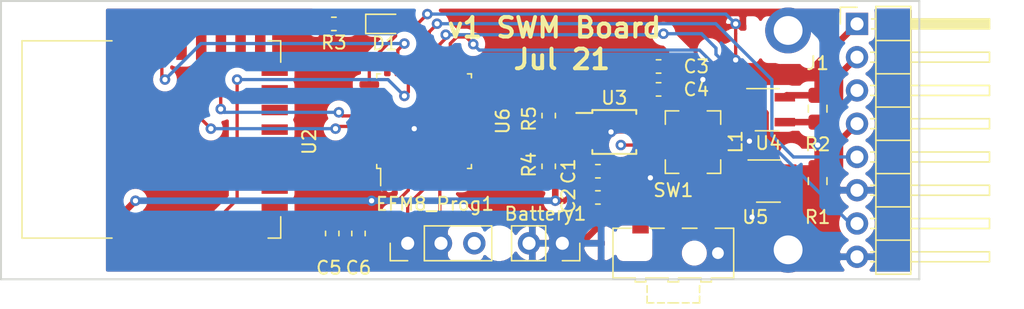
<source format=kicad_pcb>
(kicad_pcb (version 20171130) (host pcbnew "(5.1.6)-1")

  (general
    (thickness 1.6)
    (drawings 5)
    (tracks 187)
    (zones 0)
    (modules 24)
    (nets 62)
  )

  (page A4)
  (layers
    (0 F.Cu signal)
    (31 B.Cu signal)
    (32 B.Adhes user)
    (33 F.Adhes user)
    (34 B.Paste user)
    (35 F.Paste user)
    (36 B.SilkS user)
    (37 F.SilkS user)
    (38 B.Mask user)
    (39 F.Mask user)
    (40 Dwgs.User user)
    (41 Cmts.User user)
    (42 Eco1.User user)
    (43 Eco2.User user)
    (44 Edge.Cuts user)
    (45 Margin user)
    (46 B.CrtYd user)
    (47 F.CrtYd user)
    (48 B.Fab user)
    (49 F.Fab user hide)
  )

  (setup
    (last_trace_width 0.25)
    (user_trace_width 0.5)
    (trace_clearance 0.2)
    (zone_clearance 0.508)
    (zone_45_only no)
    (trace_min 0.2)
    (via_size 0.8)
    (via_drill 0.4)
    (via_min_size 0.4)
    (via_min_drill 0.3)
    (uvia_size 0.3)
    (uvia_drill 0.1)
    (uvias_allowed no)
    (uvia_min_size 0.2)
    (uvia_min_drill 0.1)
    (edge_width 0.05)
    (segment_width 0.2)
    (pcb_text_width 0.3)
    (pcb_text_size 1.5 1.5)
    (mod_edge_width 0.12)
    (mod_text_size 1 1)
    (mod_text_width 0.15)
    (pad_size 3.5 3.5)
    (pad_drill 2.2)
    (pad_to_mask_clearance 0.05)
    (aux_axis_origin 0 0)
    (visible_elements 7FFFFFFF)
    (pcbplotparams
      (layerselection 0x010fc_ffffffff)
      (usegerberextensions false)
      (usegerberattributes true)
      (usegerberadvancedattributes true)
      (creategerberjobfile true)
      (excludeedgelayer true)
      (linewidth 0.100000)
      (plotframeref false)
      (viasonmask false)
      (mode 1)
      (useauxorigin false)
      (hpglpennumber 1)
      (hpglpenspeed 20)
      (hpglpendiameter 15.000000)
      (psnegative false)
      (psa4output false)
      (plotreference true)
      (plotvalue true)
      (plotinvisibletext false)
      (padsonsilk false)
      (subtractmaskfromsilk false)
      (outputformat 1)
      (mirror false)
      (drillshape 0)
      (scaleselection 1)
      (outputdirectory "jul v2 21/"))
  )

  (net 0 "")
  (net 1 A2)
  (net 2 GND)
  (net 3 A3)
  (net 4 +3V3)
  (net 5 ARD_RX)
  (net 6 A1)
  (net 7 A0)
  (net 8 PWRC)
  (net 9 ARD_TX)
  (net 10 "Net-(U2-Pad16)")
  (net 11 "Net-(U2-Pad15)")
  (net 12 "Net-(U2-Pad14)")
  (net 13 "Net-(U2-Pad13)")
  (net 14 "Net-(U2-Pad12)")
  (net 15 "Net-(U2-Pad11)")
  (net 16 "Net-(U2-Pad10)")
  (net 17 "Net-(U2-Pad8)")
  (net 18 "Net-(U2-Pad17)")
  (net 19 "Net-(U2-Pad18)")
  (net 20 "Net-(U2-Pad7)")
  (net 21 "Net-(U2-Pad21)")
  (net 22 "Net-(U2-Pad3)")
  (net 23 "Net-(U2-Pad2)")
  (net 24 "Net-(U2-Pad23)")
  (net 25 "Net-(U2-Pad9)")
  (net 26 VIN)
  (net 27 C2_OUT)
  (net 28 C2_IN)
  (net 29 C1_OUT)
  (net 30 C1_IN)
  (net 31 "Net-(L1-Pad2)")
  (net 32 VFB)
  (net 33 LBO)
  (net 34 STATUS)
  (net 35 "Net-(U6-Pad32)")
  (net 36 "Net-(U6-Pad31)")
  (net 37 "Net-(U6-Pad30)")
  (net 38 "Net-(U6-Pad27)")
  (net 39 "Net-(U6-Pad26)")
  (net 40 "Net-(U6-Pad24)")
  (net 41 "Net-(U6-Pad17)")
  (net 42 "Net-(U6-Pad16)")
  (net 43 "Net-(U6-Pad15)")
  (net 44 "Net-(U6-Pad14)")
  (net 45 "Net-(U6-Pad13)")
  (net 46 "Net-(U6-Pad12)")
  (net 47 "Net-(U6-Pad11)")
  (net 48 "Net-(U6-Pad10)")
  (net 49 "Net-(U6-Pad9)")
  (net 50 "Net-(U6-Pad8)")
  (net 51 "Net-(U6-Pad7)")
  (net 52 C2D)
  (net 53 C2CK)
  (net 54 "Net-(U6-Pad1)")
  (net 55 PGT)
  (net 56 "Net-(D1-Pad1)")
  (net 57 "Net-(D1-Pad2)")
  (net 58 BATT)
  (net 59 "Net-(SW1-Pad3)")
  (net 60 "Net-(H1-Pad1)")
  (net 61 "Net-(H2-Pad1)")

  (net_class Default "This is the default net class."
    (clearance 0.2)
    (trace_width 0.25)
    (via_dia 0.8)
    (via_drill 0.4)
    (uvia_dia 0.3)
    (uvia_drill 0.1)
    (add_net +3V3)
    (add_net A0)
    (add_net A1)
    (add_net A2)
    (add_net A3)
    (add_net ARD_RX)
    (add_net ARD_TX)
    (add_net BATT)
    (add_net C1_IN)
    (add_net C1_OUT)
    (add_net C2CK)
    (add_net C2D)
    (add_net C2_IN)
    (add_net C2_OUT)
    (add_net GND)
    (add_net LBO)
    (add_net "Net-(D1-Pad1)")
    (add_net "Net-(D1-Pad2)")
    (add_net "Net-(H1-Pad1)")
    (add_net "Net-(H2-Pad1)")
    (add_net "Net-(L1-Pad2)")
    (add_net "Net-(SW1-Pad3)")
    (add_net "Net-(U2-Pad10)")
    (add_net "Net-(U2-Pad11)")
    (add_net "Net-(U2-Pad12)")
    (add_net "Net-(U2-Pad13)")
    (add_net "Net-(U2-Pad14)")
    (add_net "Net-(U2-Pad15)")
    (add_net "Net-(U2-Pad16)")
    (add_net "Net-(U2-Pad17)")
    (add_net "Net-(U2-Pad18)")
    (add_net "Net-(U2-Pad2)")
    (add_net "Net-(U2-Pad21)")
    (add_net "Net-(U2-Pad23)")
    (add_net "Net-(U2-Pad3)")
    (add_net "Net-(U2-Pad7)")
    (add_net "Net-(U2-Pad8)")
    (add_net "Net-(U2-Pad9)")
    (add_net "Net-(U6-Pad1)")
    (add_net "Net-(U6-Pad10)")
    (add_net "Net-(U6-Pad11)")
    (add_net "Net-(U6-Pad12)")
    (add_net "Net-(U6-Pad13)")
    (add_net "Net-(U6-Pad14)")
    (add_net "Net-(U6-Pad15)")
    (add_net "Net-(U6-Pad16)")
    (add_net "Net-(U6-Pad17)")
    (add_net "Net-(U6-Pad24)")
    (add_net "Net-(U6-Pad26)")
    (add_net "Net-(U6-Pad27)")
    (add_net "Net-(U6-Pad30)")
    (add_net "Net-(U6-Pad31)")
    (add_net "Net-(U6-Pad32)")
    (add_net "Net-(U6-Pad7)")
    (add_net "Net-(U6-Pad8)")
    (add_net "Net-(U6-Pad9)")
    (add_net PGT)
    (add_net PWRC)
    (add_net STATUS)
    (add_net VFB)
    (add_net VIN)
  )

  (module Button_Switch_SMD:SW_SPDT_CK-JS102011SAQN (layer F.Cu) (tedit 5A02FC95) (tstamp 61049212)
    (at 161.25 94.25)
    (descr "Sub-miniature slide switch, right-angle, http://www.ckswitches.com/media/1422/js.pdf")
    (tags "switch spdt")
    (path /61043960)
    (attr smd)
    (fp_text reference SW1 (at 0 -4.8) (layer F.SilkS)
      (effects (font (size 1 1) (thickness 0.15)))
    )
    (fp_text value SW_SPDT (at 0 -2.9) (layer F.Fab)
      (effects (font (size 1 1) (thickness 0.15)))
    )
    (fp_line (start -4.5 -1.8) (end 4.5 -1.8) (layer F.Fab) (width 0.1))
    (fp_line (start 4.5 -1.8) (end 4.5 1.8) (layer F.Fab) (width 0.1))
    (fp_line (start 4.5 1.8) (end -4.4 1.8) (layer F.Fab) (width 0.1))
    (fp_line (start -4.4 1.8) (end -4.5 1.8) (layer F.Fab) (width 0.1))
    (fp_line (start -4.5 1.8) (end -4.5 1.8) (layer F.Fab) (width 0.1))
    (fp_line (start -4.5 -1.8) (end -4.5 1.8) (layer F.Fab) (width 0.1))
    (fp_line (start -4.5 1.8) (end -4.5 1.8) (layer F.Fab) (width 0.1))
    (fp_line (start -1.5 1.8) (end -1.5 1.8) (layer F.Fab) (width 0.1))
    (fp_line (start 3.2 -1.9) (end 4.6 -1.9) (layer F.SilkS) (width 0.12))
    (fp_line (start 4.6 -1.9) (end 4.6 1.9) (layer F.SilkS) (width 0.12))
    (fp_line (start -4.6 1.9) (end -4.6 -1.9) (layer F.SilkS) (width 0.12))
    (fp_line (start -4.6 -1.9) (end -3.2 -1.9) (layer F.SilkS) (width 0.12))
    (fp_line (start 1.8 -1.9) (end 0.7 -1.9) (layer F.SilkS) (width 0.12))
    (fp_line (start 0.7 -1.9) (end 0.7 -1.9) (layer F.SilkS) (width 0.12))
    (fp_line (start -0.7 -1.9) (end -1.8 -1.9) (layer F.SilkS) (width 0.12))
    (fp_line (start -1.8 -1.9) (end -1.8 -1.9) (layer F.SilkS) (width 0.12))
    (fp_line (start 0.3 1.8) (end 0.3 2.1) (layer F.Fab) (width 0.1))
    (fp_line (start 0.3 2.1) (end -0.3 2.1) (layer F.Fab) (width 0.1))
    (fp_line (start -0.3 2.1) (end -0.3 1.8) (layer F.Fab) (width 0.1))
    (fp_line (start -0.3 1.8) (end -0.3 1.8) (layer F.Fab) (width 0.1))
    (fp_line (start -2.2 1.8) (end -2.2 2.1) (layer F.Fab) (width 0.1))
    (fp_line (start -2.2 2.1) (end -2.8 2.1) (layer F.Fab) (width 0.1))
    (fp_line (start -2.8 2.1) (end -2.8 1.8) (layer F.Fab) (width 0.1))
    (fp_line (start -2.8 1.8) (end -2.8 1.8) (layer F.Fab) (width 0.1))
    (fp_line (start 2.2 1.8) (end 2.2 2.1) (layer F.Fab) (width 0.1))
    (fp_line (start 2.2 2.1) (end 2.8 2.1) (layer F.Fab) (width 0.1))
    (fp_line (start 2.8 2.1) (end 2.8 1.8) (layer F.Fab) (width 0.1))
    (fp_line (start 2.8 1.8) (end 2.8 1.8) (layer F.Fab) (width 0.1))
    (fp_line (start 4.6 1.9) (end 2.9 1.9) (layer F.SilkS) (width 0.12))
    (fp_line (start 2.9 1.9) (end 2.9 2.2) (layer F.SilkS) (width 0.12))
    (fp_line (start 2.9 2.2) (end 2.1 2.2) (layer F.SilkS) (width 0.12))
    (fp_line (start 2.1 2.2) (end 2.1 1.9) (layer F.SilkS) (width 0.12))
    (fp_line (start 2.1 1.9) (end 0.4 1.9) (layer F.SilkS) (width 0.12))
    (fp_line (start 0.4 1.9) (end 0.4 2.2) (layer F.SilkS) (width 0.12))
    (fp_line (start 0.4 2.2) (end -0.4 2.2) (layer F.SilkS) (width 0.12))
    (fp_line (start -0.4 2.2) (end -0.4 1.9) (layer F.SilkS) (width 0.12))
    (fp_line (start -0.4 1.9) (end -2.1 1.9) (layer F.SilkS) (width 0.12))
    (fp_line (start -2.1 1.9) (end -2.1 2.2) (layer F.SilkS) (width 0.12))
    (fp_line (start -2.1 2.2) (end -2.9 2.2) (layer F.SilkS) (width 0.12))
    (fp_line (start -2.9 2.2) (end -2.9 1.9) (layer F.SilkS) (width 0.12))
    (fp_line (start -2.9 1.9) (end -4.6 1.9) (layer F.SilkS) (width 0.12))
    (fp_line (start -4.6 1.9) (end -4.6 1.9) (layer F.SilkS) (width 0.12))
    (fp_line (start -0.5 1.8) (end -0.5 3.8) (layer F.Fab) (width 0.1))
    (fp_line (start -0.5 3.8) (end -2 3.8) (layer F.Fab) (width 0.1))
    (fp_line (start -2 3.8) (end -2 1.8) (layer F.Fab) (width 0.1))
    (fp_line (start -2 1.8) (end -2 1.8) (layer F.Fab) (width 0.1))
    (fp_line (start -5 -2.25) (end -5 2.25) (layer F.CrtYd) (width 0.05))
    (fp_line (start -5 2.25) (end -3.25 2.25) (layer F.CrtYd) (width 0.05))
    (fp_line (start -3.25 2.25) (end -3.25 2.75) (layer F.CrtYd) (width 0.05))
    (fp_line (start -3.25 2.75) (end -2.5 2.75) (layer F.CrtYd) (width 0.05))
    (fp_line (start -2.5 2.75) (end -2.5 4.25) (layer F.CrtYd) (width 0.05))
    (fp_line (start -2.5 4.25) (end 2.5 4.25) (layer F.CrtYd) (width 0.05))
    (fp_line (start 2.5 4.25) (end 2.5 2.5) (layer F.CrtYd) (width 0.05))
    (fp_line (start 2.5 2.5) (end 3.25 2.5) (layer F.CrtYd) (width 0.05))
    (fp_line (start 3.25 2.5) (end 3.25 2.25) (layer F.CrtYd) (width 0.05))
    (fp_line (start 3.25 2.25) (end 5 2.25) (layer F.CrtYd) (width 0.05))
    (fp_line (start 5 2.25) (end 5 -2.25) (layer F.CrtYd) (width 0.05))
    (fp_line (start 5 -2.25) (end 3.5 -2.25) (layer F.CrtYd) (width 0.05))
    (fp_line (start 3.5 -2.25) (end 3.5 -4.5) (layer F.CrtYd) (width 0.05))
    (fp_line (start 3.5 -4.5) (end -3.5 -4.5) (layer F.CrtYd) (width 0.05))
    (fp_line (start -3.5 -4.5) (end -3.5 -2.25) (layer F.CrtYd) (width 0.05))
    (fp_line (start -3.5 -2.25) (end -5 -2.25) (layer F.CrtYd) (width 0.05))
    (fp_line (start -5 -2.25) (end -5 -2.25) (layer F.CrtYd) (width 0.05))
    (fp_line (start -2 3.8) (end -2 3.3) (layer F.SilkS) (width 0.12))
    (fp_line (start -2 3.3) (end -2 3.3) (layer F.SilkS) (width 0.12))
    (fp_line (start -2 3.8) (end -1.5 3.8) (layer F.SilkS) (width 0.12))
    (fp_line (start -1.5 3.8) (end -1.5 3.8) (layer F.SilkS) (width 0.12))
    (fp_line (start 2 3.8) (end 1.5 3.8) (layer F.SilkS) (width 0.12))
    (fp_line (start 1.5 3.8) (end 1.5 3.8) (layer F.SilkS) (width 0.12))
    (fp_line (start 2 3.8) (end 2 3.3) (layer F.SilkS) (width 0.12))
    (fp_line (start 2 3.3) (end 2 3.3) (layer F.SilkS) (width 0.12))
    (fp_line (start 2 3) (end 2 2.5) (layer F.SilkS) (width 0.12))
    (fp_line (start 2 2.5) (end 2 2.5) (layer F.SilkS) (width 0.12))
    (fp_line (start -2 3) (end -2 2.5) (layer F.SilkS) (width 0.12))
    (fp_line (start -2 2.5) (end -2 2.5) (layer F.SilkS) (width 0.12))
    (fp_line (start -1.2 3.8) (end -0.7 3.8) (layer F.SilkS) (width 0.12))
    (fp_line (start -0.7 3.8) (end -0.7 3.8) (layer F.SilkS) (width 0.12))
    (fp_line (start 1.2 3.8) (end 0.7 3.8) (layer F.SilkS) (width 0.12))
    (fp_line (start 0.7 3.8) (end 0.7 3.8) (layer F.SilkS) (width 0.12))
    (fp_line (start 0.4 3.8) (end -0.4 3.8) (layer F.SilkS) (width 0.12))
    (fp_line (start -0.4 3.8) (end -0.4 3.8) (layer F.SilkS) (width 0.12))
    (fp_text user %R (at 0 0) (layer F.Fab)
      (effects (font (size 1 1) (thickness 0.15)))
    )
    (pad "" np_thru_hole circle (at 3.4 0) (size 0.9 0.9) (drill 0.9) (layers *.Cu *.Mask))
    (pad "" np_thru_hole circle (at -3.4 0) (size 0.9 0.9) (drill 0.9) (layers *.Cu *.Mask))
    (pad 3 smd rect (at 2.5 -2.75) (size 1.25 2.5) (layers F.Cu F.Paste F.Mask)
      (net 59 "Net-(SW1-Pad3)"))
    (pad 2 smd rect (at 0 -2.75) (size 1.25 2.5) (layers F.Cu F.Paste F.Mask)
      (net 26 VIN))
    (pad 1 smd rect (at -2.5 -2.75) (size 1.25 2.5) (layers F.Cu F.Paste F.Mask)
      (net 58 BATT))
    (model ${KISYS3DMOD}/Button_Switch_SMD.3dshapes/SW_SPDT_CK-JS102011SAQN.wrl
      (at (xyz 0 0 0))
      (scale (xyz 1 1 1))
      (rotate (xyz 0 0 0))
    )
  )

  (module Package_SO:MSOP-10_3x3mm_P0.5mm (layer F.Cu) (tedit 5A02F25C) (tstamp 6100DE39)
    (at 156.75 85)
    (descr "10-Lead Plastic Micro Small Outline Package (MS) [MSOP] (see Microchip Packaging Specification 00000049BS.pdf)")
    (tags "SSOP 0.5")
    (path /60F711CF)
    (attr smd)
    (fp_text reference U3 (at 0 -2.6) (layer F.SilkS)
      (effects (font (size 1 1) (thickness 0.15)))
    )
    (fp_text value MCP16415 (at 0 2.6) (layer F.Fab)
      (effects (font (size 1 1) (thickness 0.15)))
    )
    (fp_line (start -0.5 -1.5) (end 1.5 -1.5) (layer F.Fab) (width 0.15))
    (fp_line (start 1.5 -1.5) (end 1.5 1.5) (layer F.Fab) (width 0.15))
    (fp_line (start 1.5 1.5) (end -1.5 1.5) (layer F.Fab) (width 0.15))
    (fp_line (start -1.5 1.5) (end -1.5 -0.5) (layer F.Fab) (width 0.15))
    (fp_line (start -1.5 -0.5) (end -0.5 -1.5) (layer F.Fab) (width 0.15))
    (fp_line (start -3.15 -1.85) (end -3.15 1.85) (layer F.CrtYd) (width 0.05))
    (fp_line (start 3.15 -1.85) (end 3.15 1.85) (layer F.CrtYd) (width 0.05))
    (fp_line (start -3.15 -1.85) (end 3.15 -1.85) (layer F.CrtYd) (width 0.05))
    (fp_line (start -3.15 1.85) (end 3.15 1.85) (layer F.CrtYd) (width 0.05))
    (fp_line (start -1.675 -1.675) (end -1.675 -1.45) (layer F.SilkS) (width 0.15))
    (fp_line (start 1.675 -1.675) (end 1.675 -1.375) (layer F.SilkS) (width 0.15))
    (fp_line (start 1.675 1.675) (end 1.675 1.375) (layer F.SilkS) (width 0.15))
    (fp_line (start -1.675 1.675) (end -1.675 1.375) (layer F.SilkS) (width 0.15))
    (fp_line (start -1.675 -1.675) (end 1.675 -1.675) (layer F.SilkS) (width 0.15))
    (fp_line (start -1.675 1.675) (end 1.675 1.675) (layer F.SilkS) (width 0.15))
    (fp_line (start -1.675 -1.45) (end -2.9 -1.45) (layer F.SilkS) (width 0.15))
    (fp_text user %R (at 0 0) (layer F.Fab)
      (effects (font (size 0.6 0.6) (thickness 0.15)))
    )
    (pad 10 smd rect (at 2.2 -1) (size 1.4 0.3) (layers F.Cu F.Paste F.Mask)
      (net 26 VIN))
    (pad 9 smd rect (at 2.2 -0.5) (size 1.4 0.3) (layers F.Cu F.Paste F.Mask)
      (net 26 VIN))
    (pad 8 smd rect (at 2.2 0) (size 1.4 0.3) (layers F.Cu F.Paste F.Mask)
      (net 2 GND))
    (pad 7 smd rect (at 2.2 0.5) (size 1.4 0.3) (layers F.Cu F.Paste F.Mask)
      (net 2 GND))
    (pad 6 smd rect (at 2.2 1) (size 1.4 0.3) (layers F.Cu F.Paste F.Mask)
      (net 31 "Net-(L1-Pad2)"))
    (pad 5 smd rect (at -2.2 1) (size 1.4 0.3) (layers F.Cu F.Paste F.Mask)
      (net 4 +3V3))
    (pad 4 smd rect (at -2.2 0.5) (size 1.4 0.3) (layers F.Cu F.Paste F.Mask)
      (net 32 VFB))
    (pad 3 smd rect (at -2.2 0) (size 1.4 0.3) (layers F.Cu F.Paste F.Mask)
      (net 55 PGT))
    (pad 2 smd rect (at -2.2 -0.5) (size 1.4 0.3) (layers F.Cu F.Paste F.Mask)
      (net 33 LBO))
    (pad 1 smd rect (at -2.2 -1) (size 1.4 0.3) (layers F.Cu F.Paste F.Mask)
      (net 26 VIN))
    (model ${KISYS3DMOD}/Package_SO.3dshapes/MSOP-10_3x3mm_P0.5mm.wrl
      (at (xyz 0 0 0))
      (scale (xyz 1 1 1))
      (rotate (xyz 0 0 0))
    )
  )

  (module Connector_PinHeader_2.54mm:PinHeader_1x03_P2.54mm_Vertical (layer F.Cu) (tedit 59FED5CC) (tstamp 61009DC8)
    (at 141 93.5 90)
    (descr "Through hole straight pin header, 1x03, 2.54mm pitch, single row")
    (tags "Through hole pin header THT 1x03 2.54mm single row")
    (path /61023B63)
    (fp_text reference EFM8_Prog1 (at 3 2.08 180) (layer F.SilkS)
      (effects (font (size 1 1) (thickness 0.15)))
    )
    (fp_text value Conn_01x03 (at 0 7.41 90) (layer F.Fab)
      (effects (font (size 1 1) (thickness 0.15)))
    )
    (fp_line (start -0.635 -1.27) (end 1.27 -1.27) (layer F.Fab) (width 0.1))
    (fp_line (start 1.27 -1.27) (end 1.27 6.35) (layer F.Fab) (width 0.1))
    (fp_line (start 1.27 6.35) (end -1.27 6.35) (layer F.Fab) (width 0.1))
    (fp_line (start -1.27 6.35) (end -1.27 -0.635) (layer F.Fab) (width 0.1))
    (fp_line (start -1.27 -0.635) (end -0.635 -1.27) (layer F.Fab) (width 0.1))
    (fp_line (start -1.33 6.41) (end 1.33 6.41) (layer F.SilkS) (width 0.12))
    (fp_line (start -1.33 1.27) (end -1.33 6.41) (layer F.SilkS) (width 0.12))
    (fp_line (start 1.33 1.27) (end 1.33 6.41) (layer F.SilkS) (width 0.12))
    (fp_line (start -1.33 1.27) (end 1.33 1.27) (layer F.SilkS) (width 0.12))
    (fp_line (start -1.33 0) (end -1.33 -1.33) (layer F.SilkS) (width 0.12))
    (fp_line (start -1.33 -1.33) (end 0 -1.33) (layer F.SilkS) (width 0.12))
    (fp_line (start -1.8 -1.8) (end -1.8 6.85) (layer F.CrtYd) (width 0.05))
    (fp_line (start -1.8 6.85) (end 1.8 6.85) (layer F.CrtYd) (width 0.05))
    (fp_line (start 1.8 6.85) (end 1.8 -1.8) (layer F.CrtYd) (width 0.05))
    (fp_line (start 1.8 -1.8) (end -1.8 -1.8) (layer F.CrtYd) (width 0.05))
    (fp_text user %R (at 0 2.54) (layer F.Fab)
      (effects (font (size 1 1) (thickness 0.15)))
    )
    (pad 3 thru_hole oval (at 0 5.08 90) (size 1.7 1.7) (drill 1) (layers *.Cu *.Mask)
      (net 2 GND))
    (pad 2 thru_hole oval (at 0 2.54 90) (size 1.7 1.7) (drill 1) (layers *.Cu *.Mask)
      (net 52 C2D))
    (pad 1 thru_hole rect (at 0 0 90) (size 1.7 1.7) (drill 1) (layers *.Cu *.Mask)
      (net 53 C2CK))
    (model ${KISYS3DMOD}/Connector_PinHeader_2.54mm.3dshapes/PinHeader_1x03_P2.54mm_Vertical.wrl
      (at (xyz 0 0 0))
      (scale (xyz 1 1 1))
      (rotate (xyz 0 0 0))
    )
  )

  (module Package_QFP:LQFP-32_7x7mm_P0.8mm (layer F.Cu) (tedit 5D9F72AF) (tstamp 610094B7)
    (at 142.25 84.175 90)
    (descr "LQFP, 32 Pin (https://www.nxp.com/docs/en/package-information/SOT358-1.pdf), generated with kicad-footprint-generator ipc_gullwing_generator.py")
    (tags "LQFP QFP")
    (path /6100BE6A)
    (attr smd)
    (fp_text reference U6 (at 0 6 90) (layer F.SilkS)
      (effects (font (size 1 1) (thickness 0.15)))
    )
    (fp_text value EFM8LB1x-QFP32 (at 0 5.88 90) (layer F.Fab)
      (effects (font (size 1 1) (thickness 0.15)))
    )
    (fp_line (start 3.31 3.61) (end 3.61 3.61) (layer F.SilkS) (width 0.12))
    (fp_line (start 3.61 3.61) (end 3.61 3.31) (layer F.SilkS) (width 0.12))
    (fp_line (start -3.31 3.61) (end -3.61 3.61) (layer F.SilkS) (width 0.12))
    (fp_line (start -3.61 3.61) (end -3.61 3.31) (layer F.SilkS) (width 0.12))
    (fp_line (start 3.31 -3.61) (end 3.61 -3.61) (layer F.SilkS) (width 0.12))
    (fp_line (start 3.61 -3.61) (end 3.61 -3.31) (layer F.SilkS) (width 0.12))
    (fp_line (start -3.31 -3.61) (end -3.61 -3.61) (layer F.SilkS) (width 0.12))
    (fp_line (start -3.61 -3.61) (end -3.61 -3.31) (layer F.SilkS) (width 0.12))
    (fp_line (start -3.61 -3.31) (end -4.925 -3.31) (layer F.SilkS) (width 0.12))
    (fp_line (start -2.5 -3.5) (end 3.5 -3.5) (layer F.Fab) (width 0.1))
    (fp_line (start 3.5 -3.5) (end 3.5 3.5) (layer F.Fab) (width 0.1))
    (fp_line (start 3.5 3.5) (end -3.5 3.5) (layer F.Fab) (width 0.1))
    (fp_line (start -3.5 3.5) (end -3.5 -2.5) (layer F.Fab) (width 0.1))
    (fp_line (start -3.5 -2.5) (end -2.5 -3.5) (layer F.Fab) (width 0.1))
    (fp_line (start 0 -5.18) (end -3.3 -5.18) (layer F.CrtYd) (width 0.05))
    (fp_line (start -3.3 -5.18) (end -3.3 -3.75) (layer F.CrtYd) (width 0.05))
    (fp_line (start -3.3 -3.75) (end -3.75 -3.75) (layer F.CrtYd) (width 0.05))
    (fp_line (start -3.75 -3.75) (end -3.75 -3.3) (layer F.CrtYd) (width 0.05))
    (fp_line (start -3.75 -3.3) (end -5.18 -3.3) (layer F.CrtYd) (width 0.05))
    (fp_line (start -5.18 -3.3) (end -5.18 0) (layer F.CrtYd) (width 0.05))
    (fp_line (start 0 -5.18) (end 3.3 -5.18) (layer F.CrtYd) (width 0.05))
    (fp_line (start 3.3 -5.18) (end 3.3 -3.75) (layer F.CrtYd) (width 0.05))
    (fp_line (start 3.3 -3.75) (end 3.75 -3.75) (layer F.CrtYd) (width 0.05))
    (fp_line (start 3.75 -3.75) (end 3.75 -3.3) (layer F.CrtYd) (width 0.05))
    (fp_line (start 3.75 -3.3) (end 5.18 -3.3) (layer F.CrtYd) (width 0.05))
    (fp_line (start 5.18 -3.3) (end 5.18 0) (layer F.CrtYd) (width 0.05))
    (fp_line (start 0 5.18) (end -3.3 5.18) (layer F.CrtYd) (width 0.05))
    (fp_line (start -3.3 5.18) (end -3.3 3.75) (layer F.CrtYd) (width 0.05))
    (fp_line (start -3.3 3.75) (end -3.75 3.75) (layer F.CrtYd) (width 0.05))
    (fp_line (start -3.75 3.75) (end -3.75 3.3) (layer F.CrtYd) (width 0.05))
    (fp_line (start -3.75 3.3) (end -5.18 3.3) (layer F.CrtYd) (width 0.05))
    (fp_line (start -5.18 3.3) (end -5.18 0) (layer F.CrtYd) (width 0.05))
    (fp_line (start 0 5.18) (end 3.3 5.18) (layer F.CrtYd) (width 0.05))
    (fp_line (start 3.3 5.18) (end 3.3 3.75) (layer F.CrtYd) (width 0.05))
    (fp_line (start 3.3 3.75) (end 3.75 3.75) (layer F.CrtYd) (width 0.05))
    (fp_line (start 3.75 3.75) (end 3.75 3.3) (layer F.CrtYd) (width 0.05))
    (fp_line (start 3.75 3.3) (end 5.18 3.3) (layer F.CrtYd) (width 0.05))
    (fp_line (start 5.18 3.3) (end 5.18 0) (layer F.CrtYd) (width 0.05))
    (fp_text user %R (at 0 0 90) (layer F.Fab)
      (effects (font (size 1 1) (thickness 0.15)))
    )
    (pad 32 smd roundrect (at -2.8 -4.175 90) (size 0.5 1.5) (layers F.Cu F.Paste F.Mask) (roundrect_rratio 0.25)
      (net 35 "Net-(U6-Pad32)"))
    (pad 31 smd roundrect (at -2 -4.175 90) (size 0.5 1.5) (layers F.Cu F.Paste F.Mask) (roundrect_rratio 0.25)
      (net 36 "Net-(U6-Pad31)"))
    (pad 30 smd roundrect (at -1.2 -4.175 90) (size 0.5 1.5) (layers F.Cu F.Paste F.Mask) (roundrect_rratio 0.25)
      (net 37 "Net-(U6-Pad30)"))
    (pad 29 smd roundrect (at -0.4 -4.175 90) (size 0.5 1.5) (layers F.Cu F.Paste F.Mask) (roundrect_rratio 0.25)
      (net 9 ARD_TX))
    (pad 28 smd roundrect (at 0.4 -4.175 90) (size 0.5 1.5) (layers F.Cu F.Paste F.Mask) (roundrect_rratio 0.25)
      (net 5 ARD_RX))
    (pad 27 smd roundrect (at 1.2 -4.175 90) (size 0.5 1.5) (layers F.Cu F.Paste F.Mask) (roundrect_rratio 0.25)
      (net 38 "Net-(U6-Pad27)"))
    (pad 26 smd roundrect (at 2 -4.175 90) (size 0.5 1.5) (layers F.Cu F.Paste F.Mask) (roundrect_rratio 0.25)
      (net 39 "Net-(U6-Pad26)"))
    (pad 25 smd roundrect (at 2.8 -4.175 90) (size 0.5 1.5) (layers F.Cu F.Paste F.Mask) (roundrect_rratio 0.25)
      (net 57 "Net-(D1-Pad2)"))
    (pad 24 smd roundrect (at 4.175 -2.8 90) (size 1.5 0.5) (layers F.Cu F.Paste F.Mask) (roundrect_rratio 0.25)
      (net 40 "Net-(U6-Pad24)"))
    (pad 23 smd roundrect (at 4.175 -2 90) (size 1.5 0.5) (layers F.Cu F.Paste F.Mask) (roundrect_rratio 0.25)
      (net 8 PWRC))
    (pad 22 smd roundrect (at 4.175 -1.2 90) (size 1.5 0.5) (layers F.Cu F.Paste F.Mask) (roundrect_rratio 0.25)
      (net 34 STATUS))
    (pad 21 smd roundrect (at 4.175 -0.4 90) (size 1.5 0.5) (layers F.Cu F.Paste F.Mask) (roundrect_rratio 0.25)
      (net 3 A3))
    (pad 20 smd roundrect (at 4.175 0.4 90) (size 1.5 0.5) (layers F.Cu F.Paste F.Mask) (roundrect_rratio 0.25)
      (net 1 A2))
    (pad 19 smd roundrect (at 4.175 1.2 90) (size 1.5 0.5) (layers F.Cu F.Paste F.Mask) (roundrect_rratio 0.25)
      (net 6 A1))
    (pad 18 smd roundrect (at 4.175 2 90) (size 1.5 0.5) (layers F.Cu F.Paste F.Mask) (roundrect_rratio 0.25)
      (net 7 A0))
    (pad 17 smd roundrect (at 4.175 2.8 90) (size 1.5 0.5) (layers F.Cu F.Paste F.Mask) (roundrect_rratio 0.25)
      (net 41 "Net-(U6-Pad17)"))
    (pad 16 smd roundrect (at 2.8 4.175 90) (size 0.5 1.5) (layers F.Cu F.Paste F.Mask) (roundrect_rratio 0.25)
      (net 42 "Net-(U6-Pad16)"))
    (pad 15 smd roundrect (at 2 4.175 90) (size 0.5 1.5) (layers F.Cu F.Paste F.Mask) (roundrect_rratio 0.25)
      (net 43 "Net-(U6-Pad15)"))
    (pad 14 smd roundrect (at 1.2 4.175 90) (size 0.5 1.5) (layers F.Cu F.Paste F.Mask) (roundrect_rratio 0.25)
      (net 44 "Net-(U6-Pad14)"))
    (pad 13 smd roundrect (at 0.4 4.175 90) (size 0.5 1.5) (layers F.Cu F.Paste F.Mask) (roundrect_rratio 0.25)
      (net 45 "Net-(U6-Pad13)"))
    (pad 12 smd roundrect (at -0.4 4.175 90) (size 0.5 1.5) (layers F.Cu F.Paste F.Mask) (roundrect_rratio 0.25)
      (net 46 "Net-(U6-Pad12)"))
    (pad 11 smd roundrect (at -1.2 4.175 90) (size 0.5 1.5) (layers F.Cu F.Paste F.Mask) (roundrect_rratio 0.25)
      (net 47 "Net-(U6-Pad11)"))
    (pad 10 smd roundrect (at -2 4.175 90) (size 0.5 1.5) (layers F.Cu F.Paste F.Mask) (roundrect_rratio 0.25)
      (net 48 "Net-(U6-Pad10)"))
    (pad 9 smd roundrect (at -2.8 4.175 90) (size 0.5 1.5) (layers F.Cu F.Paste F.Mask) (roundrect_rratio 0.25)
      (net 49 "Net-(U6-Pad9)"))
    (pad 8 smd roundrect (at -4.175 2.8 90) (size 1.5 0.5) (layers F.Cu F.Paste F.Mask) (roundrect_rratio 0.25)
      (net 50 "Net-(U6-Pad8)"))
    (pad 7 smd roundrect (at -4.175 2 90) (size 1.5 0.5) (layers F.Cu F.Paste F.Mask) (roundrect_rratio 0.25)
      (net 51 "Net-(U6-Pad7)"))
    (pad 6 smd roundrect (at -4.175 1.2 90) (size 1.5 0.5) (layers F.Cu F.Paste F.Mask) (roundrect_rratio 0.25)
      (net 52 C2D))
    (pad 5 smd roundrect (at -4.175 0.4 90) (size 1.5 0.5) (layers F.Cu F.Paste F.Mask) (roundrect_rratio 0.25)
      (net 53 C2CK))
    (pad 4 smd roundrect (at -4.175 -0.4 90) (size 1.5 0.5) (layers F.Cu F.Paste F.Mask) (roundrect_rratio 0.25)
      (net 4 +3V3))
    (pad 3 smd roundrect (at -4.175 -1.2 90) (size 1.5 0.5) (layers F.Cu F.Paste F.Mask) (roundrect_rratio 0.25)
      (net 4 +3V3))
    (pad 2 smd roundrect (at -4.175 -2 90) (size 1.5 0.5) (layers F.Cu F.Paste F.Mask) (roundrect_rratio 0.25)
      (net 2 GND))
    (pad 1 smd roundrect (at -4.175 -2.8 90) (size 1.5 0.5) (layers F.Cu F.Paste F.Mask) (roundrect_rratio 0.25)
      (net 54 "Net-(U6-Pad1)"))
    (model ${KISYS3DMOD}/Package_QFP.3dshapes/LQFP-32_7x7mm_P0.8mm.wrl
      (at (xyz 0 0 0))
      (scale (xyz 1 1 1))
      (rotate (xyz 0 0 0))
    )
  )

  (module Capacitor_SMD:C_0603_1608Metric_Pad1.05x0.95mm_HandSolder (layer F.Cu) (tedit 5B301BBE) (tstamp 6100641F)
    (at 137.25 92.75 270)
    (descr "Capacitor SMD 0603 (1608 Metric), square (rectangular) end terminal, IPC_7351 nominal with elongated pad for handsoldering. (Body size source: http://www.tortai-tech.com/upload/download/2011102023233369053.pdf), generated with kicad-footprint-generator")
    (tags "capacitor handsolder")
    (path /610112E3)
    (attr smd)
    (fp_text reference C6 (at 2.625 0 180) (layer F.SilkS)
      (effects (font (size 1 1) (thickness 0.15)))
    )
    (fp_text value 0.1uF (at 0 1.43 90) (layer F.Fab)
      (effects (font (size 1 1) (thickness 0.15)))
    )
    (fp_line (start -0.8 0.4) (end -0.8 -0.4) (layer F.Fab) (width 0.1))
    (fp_line (start -0.8 -0.4) (end 0.8 -0.4) (layer F.Fab) (width 0.1))
    (fp_line (start 0.8 -0.4) (end 0.8 0.4) (layer F.Fab) (width 0.1))
    (fp_line (start 0.8 0.4) (end -0.8 0.4) (layer F.Fab) (width 0.1))
    (fp_line (start -0.171267 -0.51) (end 0.171267 -0.51) (layer F.SilkS) (width 0.12))
    (fp_line (start -0.171267 0.51) (end 0.171267 0.51) (layer F.SilkS) (width 0.12))
    (fp_line (start -1.65 0.73) (end -1.65 -0.73) (layer F.CrtYd) (width 0.05))
    (fp_line (start -1.65 -0.73) (end 1.65 -0.73) (layer F.CrtYd) (width 0.05))
    (fp_line (start 1.65 -0.73) (end 1.65 0.73) (layer F.CrtYd) (width 0.05))
    (fp_line (start 1.65 0.73) (end -1.65 0.73) (layer F.CrtYd) (width 0.05))
    (fp_text user %R (at 0 0 90) (layer F.Fab)
      (effects (font (size 0.4 0.4) (thickness 0.06)))
    )
    (pad 2 smd roundrect (at 0.875 0 270) (size 1.05 0.95) (layers F.Cu F.Paste F.Mask) (roundrect_rratio 0.25)
      (net 2 GND))
    (pad 1 smd roundrect (at -0.875 0 270) (size 1.05 0.95) (layers F.Cu F.Paste F.Mask) (roundrect_rratio 0.25)
      (net 4 +3V3))
    (model ${KISYS3DMOD}/Capacitor_SMD.3dshapes/C_0603_1608Metric.wrl
      (at (xyz 0 0 0))
      (scale (xyz 1 1 1))
      (rotate (xyz 0 0 0))
    )
  )

  (module Capacitor_SMD:C_0603_1608Metric_Pad1.05x0.95mm_HandSolder (layer F.Cu) (tedit 5B301BBE) (tstamp 6100640E)
    (at 135.25 92.75 270)
    (descr "Capacitor SMD 0603 (1608 Metric), square (rectangular) end terminal, IPC_7351 nominal with elongated pad for handsoldering. (Body size source: http://www.tortai-tech.com/upload/download/2011102023233369053.pdf), generated with kicad-footprint-generator")
    (tags "capacitor handsolder")
    (path /61011D4D)
    (attr smd)
    (fp_text reference C5 (at 2.625 0.25 180) (layer F.SilkS)
      (effects (font (size 1 1) (thickness 0.15)))
    )
    (fp_text value 4.7uF (at 0 1.43 90) (layer F.Fab)
      (effects (font (size 1 1) (thickness 0.15)))
    )
    (fp_line (start -0.8 0.4) (end -0.8 -0.4) (layer F.Fab) (width 0.1))
    (fp_line (start -0.8 -0.4) (end 0.8 -0.4) (layer F.Fab) (width 0.1))
    (fp_line (start 0.8 -0.4) (end 0.8 0.4) (layer F.Fab) (width 0.1))
    (fp_line (start 0.8 0.4) (end -0.8 0.4) (layer F.Fab) (width 0.1))
    (fp_line (start -0.171267 -0.51) (end 0.171267 -0.51) (layer F.SilkS) (width 0.12))
    (fp_line (start -0.171267 0.51) (end 0.171267 0.51) (layer F.SilkS) (width 0.12))
    (fp_line (start -1.65 0.73) (end -1.65 -0.73) (layer F.CrtYd) (width 0.05))
    (fp_line (start -1.65 -0.73) (end 1.65 -0.73) (layer F.CrtYd) (width 0.05))
    (fp_line (start 1.65 -0.73) (end 1.65 0.73) (layer F.CrtYd) (width 0.05))
    (fp_line (start 1.65 0.73) (end -1.65 0.73) (layer F.CrtYd) (width 0.05))
    (fp_text user %R (at 0 0 90) (layer F.Fab)
      (effects (font (size 0.4 0.4) (thickness 0.06)))
    )
    (pad 2 smd roundrect (at 0.875 0 270) (size 1.05 0.95) (layers F.Cu F.Paste F.Mask) (roundrect_rratio 0.25)
      (net 2 GND))
    (pad 1 smd roundrect (at -0.875 0 270) (size 1.05 0.95) (layers F.Cu F.Paste F.Mask) (roundrect_rratio 0.25)
      (net 4 +3V3))
    (model ${KISYS3DMOD}/Capacitor_SMD.3dshapes/C_0603_1608Metric.wrl
      (at (xyz 0 0 0))
      (scale (xyz 1 1 1))
      (rotate (xyz 0 0 0))
    )
  )

  (module Resistor_SMD:R_0603_1608Metric_Pad1.05x0.95mm_HandSolder (layer F.Cu) (tedit 5B301BBD) (tstamp 6100DF15)
    (at 151.75 83.75 270)
    (descr "Resistor SMD 0603 (1608 Metric), square (rectangular) end terminal, IPC_7351 nominal with elongated pad for handsoldering. (Body size source: http://www.tortai-tech.com/upload/download/2011102023233369053.pdf), generated with kicad-footprint-generator")
    (tags "resistor handsolder")
    (path /60FE1FFB)
    (attr smd)
    (fp_text reference R5 (at 0.25 1.5 90) (layer F.SilkS)
      (effects (font (size 1 1) (thickness 0.15)))
    )
    (fp_text value 360k (at 0 1.43 90) (layer F.Fab)
      (effects (font (size 1 1) (thickness 0.15)))
    )
    (fp_line (start -0.8 0.4) (end -0.8 -0.4) (layer F.Fab) (width 0.1))
    (fp_line (start -0.8 -0.4) (end 0.8 -0.4) (layer F.Fab) (width 0.1))
    (fp_line (start 0.8 -0.4) (end 0.8 0.4) (layer F.Fab) (width 0.1))
    (fp_line (start 0.8 0.4) (end -0.8 0.4) (layer F.Fab) (width 0.1))
    (fp_line (start -0.171267 -0.51) (end 0.171267 -0.51) (layer F.SilkS) (width 0.12))
    (fp_line (start -0.171267 0.51) (end 0.171267 0.51) (layer F.SilkS) (width 0.12))
    (fp_line (start -1.65 0.73) (end -1.65 -0.73) (layer F.CrtYd) (width 0.05))
    (fp_line (start -1.65 -0.73) (end 1.65 -0.73) (layer F.CrtYd) (width 0.05))
    (fp_line (start 1.65 -0.73) (end 1.65 0.73) (layer F.CrtYd) (width 0.05))
    (fp_line (start 1.65 0.73) (end -1.65 0.73) (layer F.CrtYd) (width 0.05))
    (fp_text user %R (at 0 0 90) (layer F.Fab)
      (effects (font (size 0.4 0.4) (thickness 0.06)))
    )
    (pad 2 smd roundrect (at 0.875 0 270) (size 1.05 0.95) (layers F.Cu F.Paste F.Mask) (roundrect_rratio 0.25)
      (net 32 VFB))
    (pad 1 smd roundrect (at -0.875 0 270) (size 1.05 0.95) (layers F.Cu F.Paste F.Mask) (roundrect_rratio 0.25)
      (net 2 GND))
    (model ${KISYS3DMOD}/Resistor_SMD.3dshapes/R_0603_1608Metric.wrl
      (at (xyz 0 0 0))
      (scale (xyz 1 1 1))
      (rotate (xyz 0 0 0))
    )
  )

  (module Resistor_SMD:R_0603_1608Metric_Pad1.05x0.95mm_HandSolder (layer F.Cu) (tedit 5B301BBD) (tstamp 6100DF45)
    (at 151.75 87.625 270)
    (descr "Resistor SMD 0603 (1608 Metric), square (rectangular) end terminal, IPC_7351 nominal with elongated pad for handsoldering. (Body size source: http://www.tortai-tech.com/upload/download/2011102023233369053.pdf), generated with kicad-footprint-generator")
    (tags "resistor handsolder")
    (path /60FE08B8)
    (attr smd)
    (fp_text reference R4 (at -0.125 1.5 90) (layer F.SilkS)
      (effects (font (size 1 1) (thickness 0.15)))
    )
    (fp_text value 866k (at 0 1.43 90) (layer F.Fab)
      (effects (font (size 1 1) (thickness 0.15)))
    )
    (fp_line (start -0.8 0.4) (end -0.8 -0.4) (layer F.Fab) (width 0.1))
    (fp_line (start -0.8 -0.4) (end 0.8 -0.4) (layer F.Fab) (width 0.1))
    (fp_line (start 0.8 -0.4) (end 0.8 0.4) (layer F.Fab) (width 0.1))
    (fp_line (start 0.8 0.4) (end -0.8 0.4) (layer F.Fab) (width 0.1))
    (fp_line (start -0.171267 -0.51) (end 0.171267 -0.51) (layer F.SilkS) (width 0.12))
    (fp_line (start -0.171267 0.51) (end 0.171267 0.51) (layer F.SilkS) (width 0.12))
    (fp_line (start -1.65 0.73) (end -1.65 -0.73) (layer F.CrtYd) (width 0.05))
    (fp_line (start -1.65 -0.73) (end 1.65 -0.73) (layer F.CrtYd) (width 0.05))
    (fp_line (start 1.65 -0.73) (end 1.65 0.73) (layer F.CrtYd) (width 0.05))
    (fp_line (start 1.65 0.73) (end -1.65 0.73) (layer F.CrtYd) (width 0.05))
    (fp_text user %R (at 0 0 90) (layer F.Fab)
      (effects (font (size 0.4 0.4) (thickness 0.06)))
    )
    (pad 2 smd roundrect (at 0.875 0 270) (size 1.05 0.95) (layers F.Cu F.Paste F.Mask) (roundrect_rratio 0.25)
      (net 4 +3V3))
    (pad 1 smd roundrect (at -0.875 0 270) (size 1.05 0.95) (layers F.Cu F.Paste F.Mask) (roundrect_rratio 0.25)
      (net 32 VFB))
    (model ${KISYS3DMOD}/Resistor_SMD.3dshapes/R_0603_1608Metric.wrl
      (at (xyz 0 0 0))
      (scale (xyz 1 1 1))
      (rotate (xyz 0 0 0))
    )
  )

  (module Inductor_SMD:L_Bourns-SRN4018 (layer F.Cu) (tedit 5B471911) (tstamp 61048DB9)
    (at 162.75 85.775 270)
    (descr "Bourns SRN4018 series SMD inductor, https://www.bourns.com/docs/Product-Datasheets/SRN4018.pdf")
    (tags "Bourns SRN4018 SMD inductor")
    (path /60FD4756)
    (attr smd)
    (fp_text reference L1 (at -0.025 -3.25 90) (layer F.SilkS)
      (effects (font (size 1 1) (thickness 0.15)))
    )
    (fp_text value 4.7uH (at 0 -3.1 90) (layer F.Fab)
      (effects (font (size 1 1) (thickness 0.15)))
    )
    (fp_line (start 2 2) (end -2 2) (layer F.Fab) (width 0.1))
    (fp_line (start -2 -2) (end 2 -2) (layer F.Fab) (width 0.1))
    (fp_line (start -2.385 -2.11) (end -2.385 -1.085) (layer F.SilkS) (width 0.12))
    (fp_line (start -2.385 -2.11) (end -1.36 -2.11) (layer F.SilkS) (width 0.12))
    (fp_line (start -2 -2) (end -2 2) (layer F.Fab) (width 0.1))
    (fp_line (start 2 -2) (end 2 2) (layer F.Fab) (width 0.1))
    (fp_line (start 2.385 -2.11) (end 1.36 -2.11) (layer F.SilkS) (width 0.12))
    (fp_line (start 2.385 -2.11) (end 2.385 -1.085) (layer F.SilkS) (width 0.12))
    (fp_line (start 2.385 2.11) (end 2.385 1.085) (layer F.SilkS) (width 0.12))
    (fp_line (start -2.385 2.11) (end -2.385 1.085) (layer F.SilkS) (width 0.12))
    (fp_line (start 2.385 2.11) (end 1.36 2.11) (layer F.SilkS) (width 0.12))
    (fp_line (start -2.385 2.11) (end -1.36 2.11) (layer F.SilkS) (width 0.12))
    (fp_line (start -2.53 -2.25) (end 2.53 -2.25) (layer F.CrtYd) (width 0.05))
    (fp_line (start 2.53 -2.25) (end 2.53 2.25) (layer F.CrtYd) (width 0.05))
    (fp_line (start -2.53 2.25) (end 2.53 2.25) (layer F.CrtYd) (width 0.05))
    (fp_line (start -2.53 -2.25) (end -2.53 2.25) (layer F.CrtYd) (width 0.05))
    (fp_text user %R (at 0 0 90) (layer F.Fab)
      (effects (font (size 1 1) (thickness 0.15)))
    )
    (pad 2 smd rect (at 1.525 0 270) (size 1.5 3.6) (layers F.Cu F.Paste F.Mask)
      (net 31 "Net-(L1-Pad2)"))
    (pad 1 smd rect (at -1.525 0 270) (size 1.5 3.6) (layers F.Cu F.Paste F.Mask)
      (net 26 VIN))
    (model ${KISYS3DMOD}/Inductor_SMD.3dshapes/L_Bourns-SRN4018.wrl
      (at (xyz 0 0 0))
      (scale (xyz 1 1 1))
      (rotate (xyz 0 0 0))
    )
  )

  (module Connector_PinHeader_2.54mm:PinHeader_1x08_P2.54mm_Horizontal (layer F.Cu) (tedit 59FED5CB) (tstamp 60FC539F)
    (at 175.25 76.75)
    (descr "Through hole angled pin header, 1x08, 2.54mm pitch, 6mm pin length, single row")
    (tags "Through hole angled pin header THT 1x08 2.54mm single row")
    (path /60FC6837)
    (fp_text reference J1 (at -3 3) (layer F.SilkS)
      (effects (font (size 1 1) (thickness 0.15)))
    )
    (fp_text value Conn_01x08 (at 4.385 20.05) (layer F.Fab)
      (effects (font (size 1 1) (thickness 0.15)))
    )
    (fp_line (start 2.135 -1.27) (end 4.04 -1.27) (layer F.Fab) (width 0.1))
    (fp_line (start 4.04 -1.27) (end 4.04 19.05) (layer F.Fab) (width 0.1))
    (fp_line (start 4.04 19.05) (end 1.5 19.05) (layer F.Fab) (width 0.1))
    (fp_line (start 1.5 19.05) (end 1.5 -0.635) (layer F.Fab) (width 0.1))
    (fp_line (start 1.5 -0.635) (end 2.135 -1.27) (layer F.Fab) (width 0.1))
    (fp_line (start -0.32 -0.32) (end 1.5 -0.32) (layer F.Fab) (width 0.1))
    (fp_line (start -0.32 -0.32) (end -0.32 0.32) (layer F.Fab) (width 0.1))
    (fp_line (start -0.32 0.32) (end 1.5 0.32) (layer F.Fab) (width 0.1))
    (fp_line (start 4.04 -0.32) (end 10.04 -0.32) (layer F.Fab) (width 0.1))
    (fp_line (start 10.04 -0.32) (end 10.04 0.32) (layer F.Fab) (width 0.1))
    (fp_line (start 4.04 0.32) (end 10.04 0.32) (layer F.Fab) (width 0.1))
    (fp_line (start -0.32 2.22) (end 1.5 2.22) (layer F.Fab) (width 0.1))
    (fp_line (start -0.32 2.22) (end -0.32 2.86) (layer F.Fab) (width 0.1))
    (fp_line (start -0.32 2.86) (end 1.5 2.86) (layer F.Fab) (width 0.1))
    (fp_line (start 4.04 2.22) (end 10.04 2.22) (layer F.Fab) (width 0.1))
    (fp_line (start 10.04 2.22) (end 10.04 2.86) (layer F.Fab) (width 0.1))
    (fp_line (start 4.04 2.86) (end 10.04 2.86) (layer F.Fab) (width 0.1))
    (fp_line (start -0.32 4.76) (end 1.5 4.76) (layer F.Fab) (width 0.1))
    (fp_line (start -0.32 4.76) (end -0.32 5.4) (layer F.Fab) (width 0.1))
    (fp_line (start -0.32 5.4) (end 1.5 5.4) (layer F.Fab) (width 0.1))
    (fp_line (start 4.04 4.76) (end 10.04 4.76) (layer F.Fab) (width 0.1))
    (fp_line (start 10.04 4.76) (end 10.04 5.4) (layer F.Fab) (width 0.1))
    (fp_line (start 4.04 5.4) (end 10.04 5.4) (layer F.Fab) (width 0.1))
    (fp_line (start -0.32 7.3) (end 1.5 7.3) (layer F.Fab) (width 0.1))
    (fp_line (start -0.32 7.3) (end -0.32 7.94) (layer F.Fab) (width 0.1))
    (fp_line (start -0.32 7.94) (end 1.5 7.94) (layer F.Fab) (width 0.1))
    (fp_line (start 4.04 7.3) (end 10.04 7.3) (layer F.Fab) (width 0.1))
    (fp_line (start 10.04 7.3) (end 10.04 7.94) (layer F.Fab) (width 0.1))
    (fp_line (start 4.04 7.94) (end 10.04 7.94) (layer F.Fab) (width 0.1))
    (fp_line (start -0.32 9.84) (end 1.5 9.84) (layer F.Fab) (width 0.1))
    (fp_line (start -0.32 9.84) (end -0.32 10.48) (layer F.Fab) (width 0.1))
    (fp_line (start -0.32 10.48) (end 1.5 10.48) (layer F.Fab) (width 0.1))
    (fp_line (start 4.04 9.84) (end 10.04 9.84) (layer F.Fab) (width 0.1))
    (fp_line (start 10.04 9.84) (end 10.04 10.48) (layer F.Fab) (width 0.1))
    (fp_line (start 4.04 10.48) (end 10.04 10.48) (layer F.Fab) (width 0.1))
    (fp_line (start -0.32 12.38) (end 1.5 12.38) (layer F.Fab) (width 0.1))
    (fp_line (start -0.32 12.38) (end -0.32 13.02) (layer F.Fab) (width 0.1))
    (fp_line (start -0.32 13.02) (end 1.5 13.02) (layer F.Fab) (width 0.1))
    (fp_line (start 4.04 12.38) (end 10.04 12.38) (layer F.Fab) (width 0.1))
    (fp_line (start 10.04 12.38) (end 10.04 13.02) (layer F.Fab) (width 0.1))
    (fp_line (start 4.04 13.02) (end 10.04 13.02) (layer F.Fab) (width 0.1))
    (fp_line (start -0.32 14.92) (end 1.5 14.92) (layer F.Fab) (width 0.1))
    (fp_line (start -0.32 14.92) (end -0.32 15.56) (layer F.Fab) (width 0.1))
    (fp_line (start -0.32 15.56) (end 1.5 15.56) (layer F.Fab) (width 0.1))
    (fp_line (start 4.04 14.92) (end 10.04 14.92) (layer F.Fab) (width 0.1))
    (fp_line (start 10.04 14.92) (end 10.04 15.56) (layer F.Fab) (width 0.1))
    (fp_line (start 4.04 15.56) (end 10.04 15.56) (layer F.Fab) (width 0.1))
    (fp_line (start -0.32 17.46) (end 1.5 17.46) (layer F.Fab) (width 0.1))
    (fp_line (start -0.32 17.46) (end -0.32 18.1) (layer F.Fab) (width 0.1))
    (fp_line (start -0.32 18.1) (end 1.5 18.1) (layer F.Fab) (width 0.1))
    (fp_line (start 4.04 17.46) (end 10.04 17.46) (layer F.Fab) (width 0.1))
    (fp_line (start 10.04 17.46) (end 10.04 18.1) (layer F.Fab) (width 0.1))
    (fp_line (start 4.04 18.1) (end 10.04 18.1) (layer F.Fab) (width 0.1))
    (fp_line (start 1.44 -1.33) (end 1.44 19.11) (layer F.SilkS) (width 0.12))
    (fp_line (start 1.44 19.11) (end 4.1 19.11) (layer F.SilkS) (width 0.12))
    (fp_line (start 4.1 19.11) (end 4.1 -1.33) (layer F.SilkS) (width 0.12))
    (fp_line (start 4.1 -1.33) (end 1.44 -1.33) (layer F.SilkS) (width 0.12))
    (fp_line (start 4.1 -0.38) (end 10.1 -0.38) (layer F.SilkS) (width 0.12))
    (fp_line (start 10.1 -0.38) (end 10.1 0.38) (layer F.SilkS) (width 0.12))
    (fp_line (start 10.1 0.38) (end 4.1 0.38) (layer F.SilkS) (width 0.12))
    (fp_line (start 4.1 -0.32) (end 10.1 -0.32) (layer F.SilkS) (width 0.12))
    (fp_line (start 4.1 -0.2) (end 10.1 -0.2) (layer F.SilkS) (width 0.12))
    (fp_line (start 4.1 -0.08) (end 10.1 -0.08) (layer F.SilkS) (width 0.12))
    (fp_line (start 4.1 0.04) (end 10.1 0.04) (layer F.SilkS) (width 0.12))
    (fp_line (start 4.1 0.16) (end 10.1 0.16) (layer F.SilkS) (width 0.12))
    (fp_line (start 4.1 0.28) (end 10.1 0.28) (layer F.SilkS) (width 0.12))
    (fp_line (start 1.11 -0.38) (end 1.44 -0.38) (layer F.SilkS) (width 0.12))
    (fp_line (start 1.11 0.38) (end 1.44 0.38) (layer F.SilkS) (width 0.12))
    (fp_line (start 1.44 1.27) (end 4.1 1.27) (layer F.SilkS) (width 0.12))
    (fp_line (start 4.1 2.16) (end 10.1 2.16) (layer F.SilkS) (width 0.12))
    (fp_line (start 10.1 2.16) (end 10.1 2.92) (layer F.SilkS) (width 0.12))
    (fp_line (start 10.1 2.92) (end 4.1 2.92) (layer F.SilkS) (width 0.12))
    (fp_line (start 1.042929 2.16) (end 1.44 2.16) (layer F.SilkS) (width 0.12))
    (fp_line (start 1.042929 2.92) (end 1.44 2.92) (layer F.SilkS) (width 0.12))
    (fp_line (start 1.44 3.81) (end 4.1 3.81) (layer F.SilkS) (width 0.12))
    (fp_line (start 4.1 4.7) (end 10.1 4.7) (layer F.SilkS) (width 0.12))
    (fp_line (start 10.1 4.7) (end 10.1 5.46) (layer F.SilkS) (width 0.12))
    (fp_line (start 10.1 5.46) (end 4.1 5.46) (layer F.SilkS) (width 0.12))
    (fp_line (start 1.042929 4.7) (end 1.44 4.7) (layer F.SilkS) (width 0.12))
    (fp_line (start 1.042929 5.46) (end 1.44 5.46) (layer F.SilkS) (width 0.12))
    (fp_line (start 1.44 6.35) (end 4.1 6.35) (layer F.SilkS) (width 0.12))
    (fp_line (start 4.1 7.24) (end 10.1 7.24) (layer F.SilkS) (width 0.12))
    (fp_line (start 10.1 7.24) (end 10.1 8) (layer F.SilkS) (width 0.12))
    (fp_line (start 10.1 8) (end 4.1 8) (layer F.SilkS) (width 0.12))
    (fp_line (start 1.042929 7.24) (end 1.44 7.24) (layer F.SilkS) (width 0.12))
    (fp_line (start 1.042929 8) (end 1.44 8) (layer F.SilkS) (width 0.12))
    (fp_line (start 1.44 8.89) (end 4.1 8.89) (layer F.SilkS) (width 0.12))
    (fp_line (start 4.1 9.78) (end 10.1 9.78) (layer F.SilkS) (width 0.12))
    (fp_line (start 10.1 9.78) (end 10.1 10.54) (layer F.SilkS) (width 0.12))
    (fp_line (start 10.1 10.54) (end 4.1 10.54) (layer F.SilkS) (width 0.12))
    (fp_line (start 1.042929 9.78) (end 1.44 9.78) (layer F.SilkS) (width 0.12))
    (fp_line (start 1.042929 10.54) (end 1.44 10.54) (layer F.SilkS) (width 0.12))
    (fp_line (start 1.44 11.43) (end 4.1 11.43) (layer F.SilkS) (width 0.12))
    (fp_line (start 4.1 12.32) (end 10.1 12.32) (layer F.SilkS) (width 0.12))
    (fp_line (start 10.1 12.32) (end 10.1 13.08) (layer F.SilkS) (width 0.12))
    (fp_line (start 10.1 13.08) (end 4.1 13.08) (layer F.SilkS) (width 0.12))
    (fp_line (start 1.042929 12.32) (end 1.44 12.32) (layer F.SilkS) (width 0.12))
    (fp_line (start 1.042929 13.08) (end 1.44 13.08) (layer F.SilkS) (width 0.12))
    (fp_line (start 1.44 13.97) (end 4.1 13.97) (layer F.SilkS) (width 0.12))
    (fp_line (start 4.1 14.86) (end 10.1 14.86) (layer F.SilkS) (width 0.12))
    (fp_line (start 10.1 14.86) (end 10.1 15.62) (layer F.SilkS) (width 0.12))
    (fp_line (start 10.1 15.62) (end 4.1 15.62) (layer F.SilkS) (width 0.12))
    (fp_line (start 1.042929 14.86) (end 1.44 14.86) (layer F.SilkS) (width 0.12))
    (fp_line (start 1.042929 15.62) (end 1.44 15.62) (layer F.SilkS) (width 0.12))
    (fp_line (start 1.44 16.51) (end 4.1 16.51) (layer F.SilkS) (width 0.12))
    (fp_line (start 4.1 17.4) (end 10.1 17.4) (layer F.SilkS) (width 0.12))
    (fp_line (start 10.1 17.4) (end 10.1 18.16) (layer F.SilkS) (width 0.12))
    (fp_line (start 10.1 18.16) (end 4.1 18.16) (layer F.SilkS) (width 0.12))
    (fp_line (start 1.042929 17.4) (end 1.44 17.4) (layer F.SilkS) (width 0.12))
    (fp_line (start 1.042929 18.16) (end 1.44 18.16) (layer F.SilkS) (width 0.12))
    (fp_line (start -1.27 0) (end -1.27 -1.27) (layer F.SilkS) (width 0.12))
    (fp_line (start -1.27 -1.27) (end 0 -1.27) (layer F.SilkS) (width 0.12))
    (fp_line (start -1.8 -1.8) (end -1.8 19.55) (layer F.CrtYd) (width 0.05))
    (fp_line (start -1.8 19.55) (end 10.55 19.55) (layer F.CrtYd) (width 0.05))
    (fp_line (start 10.55 19.55) (end 10.55 -1.8) (layer F.CrtYd) (width 0.05))
    (fp_line (start 10.55 -1.8) (end -1.8 -1.8) (layer F.CrtYd) (width 0.05))
    (fp_text user %R (at 2.77 8.89 90) (layer F.Fab)
      (effects (font (size 1 1) (thickness 0.15)))
    )
    (pad 8 thru_hole oval (at 0 17.78) (size 1.7 1.7) (drill 1) (layers *.Cu *.Mask)
      (net 2 GND))
    (pad 7 thru_hole oval (at 0 15.24) (size 1.7 1.7) (drill 1) (layers *.Cu *.Mask)
      (net 3 A3))
    (pad 6 thru_hole oval (at 0 12.7) (size 1.7 1.7) (drill 1) (layers *.Cu *.Mask)
      (net 2 GND))
    (pad 5 thru_hole oval (at 0 10.16) (size 1.7 1.7) (drill 1) (layers *.Cu *.Mask)
      (net 1 A2))
    (pad 4 thru_hole oval (at 0 7.62) (size 1.7 1.7) (drill 1) (layers *.Cu *.Mask)
      (net 27 C2_OUT))
    (pad 3 thru_hole oval (at 0 5.08) (size 1.7 1.7) (drill 1) (layers *.Cu *.Mask)
      (net 28 C2_IN))
    (pad 2 thru_hole oval (at 0 2.54) (size 1.7 1.7) (drill 1) (layers *.Cu *.Mask)
      (net 29 C1_OUT))
    (pad 1 thru_hole rect (at 0 0) (size 1.7 1.7) (drill 1) (layers *.Cu *.Mask)
      (net 30 C1_IN))
    (model ${KISYS3DMOD}/Connector_PinHeader_2.54mm.3dshapes/PinHeader_1x08_P2.54mm_Horizontal.wrl
      (at (xyz 0 0 0))
      (scale (xyz 1 1 1))
      (rotate (xyz 0 0 0))
    )
  )

  (module Capacitor_SMD:C_0603_1608Metric_Pad1.05x0.95mm_HandSolder (layer F.Cu) (tedit 5B301BBE) (tstamp 60FC3B3F)
    (at 160.125 80 180)
    (descr "Capacitor SMD 0603 (1608 Metric), square (rectangular) end terminal, IPC_7351 nominal with elongated pad for handsoldering. (Body size source: http://www.tortai-tech.com/upload/download/2011102023233369053.pdf), generated with kicad-footprint-generator")
    (tags "capacitor handsolder")
    (path /60FDA2A7)
    (attr smd)
    (fp_text reference C3 (at -2.875 0) (layer F.SilkS)
      (effects (font (size 1 1) (thickness 0.15)))
    )
    (fp_text value 1uF (at 0 1.43) (layer F.Fab)
      (effects (font (size 1 1) (thickness 0.15)))
    )
    (fp_line (start -0.8 0.4) (end -0.8 -0.4) (layer F.Fab) (width 0.1))
    (fp_line (start -0.8 -0.4) (end 0.8 -0.4) (layer F.Fab) (width 0.1))
    (fp_line (start 0.8 -0.4) (end 0.8 0.4) (layer F.Fab) (width 0.1))
    (fp_line (start 0.8 0.4) (end -0.8 0.4) (layer F.Fab) (width 0.1))
    (fp_line (start -0.171267 -0.51) (end 0.171267 -0.51) (layer F.SilkS) (width 0.12))
    (fp_line (start -0.171267 0.51) (end 0.171267 0.51) (layer F.SilkS) (width 0.12))
    (fp_line (start -1.65 0.73) (end -1.65 -0.73) (layer F.CrtYd) (width 0.05))
    (fp_line (start -1.65 -0.73) (end 1.65 -0.73) (layer F.CrtYd) (width 0.05))
    (fp_line (start 1.65 -0.73) (end 1.65 0.73) (layer F.CrtYd) (width 0.05))
    (fp_line (start 1.65 0.73) (end -1.65 0.73) (layer F.CrtYd) (width 0.05))
    (fp_text user %R (at 0 0) (layer F.Fab)
      (effects (font (size 0.4 0.4) (thickness 0.06)))
    )
    (pad 2 smd roundrect (at 0.875 0 180) (size 1.05 0.95) (layers F.Cu F.Paste F.Mask) (roundrect_rratio 0.25)
      (net 2 GND))
    (pad 1 smd roundrect (at -0.875 0 180) (size 1.05 0.95) (layers F.Cu F.Paste F.Mask) (roundrect_rratio 0.25)
      (net 26 VIN))
    (model ${KISYS3DMOD}/Capacitor_SMD.3dshapes/C_0603_1608Metric.wrl
      (at (xyz 0 0 0))
      (scale (xyz 1 1 1))
      (rotate (xyz 0 0 0))
    )
  )

  (module Capacitor_SMD:C_0603_1608Metric_Pad1.05x0.95mm_HandSolder (layer F.Cu) (tedit 5B301BBE) (tstamp 6100DEB5)
    (at 155.5 90)
    (descr "Capacitor SMD 0603 (1608 Metric), square (rectangular) end terminal, IPC_7351 nominal with elongated pad for handsoldering. (Body size source: http://www.tortai-tech.com/upload/download/2011102023233369053.pdf), generated with kicad-footprint-generator")
    (tags "capacitor handsolder")
    (path /60FD8008)
    (attr smd)
    (fp_text reference C2 (at -2.25 0.25 90) (layer F.SilkS)
      (effects (font (size 1 1) (thickness 0.15)))
    )
    (fp_text value 1uF (at 0 1.43) (layer F.Fab)
      (effects (font (size 1 1) (thickness 0.15)))
    )
    (fp_line (start -0.8 0.4) (end -0.8 -0.4) (layer F.Fab) (width 0.1))
    (fp_line (start -0.8 -0.4) (end 0.8 -0.4) (layer F.Fab) (width 0.1))
    (fp_line (start 0.8 -0.4) (end 0.8 0.4) (layer F.Fab) (width 0.1))
    (fp_line (start 0.8 0.4) (end -0.8 0.4) (layer F.Fab) (width 0.1))
    (fp_line (start -0.171267 -0.51) (end 0.171267 -0.51) (layer F.SilkS) (width 0.12))
    (fp_line (start -0.171267 0.51) (end 0.171267 0.51) (layer F.SilkS) (width 0.12))
    (fp_line (start -1.65 0.73) (end -1.65 -0.73) (layer F.CrtYd) (width 0.05))
    (fp_line (start -1.65 -0.73) (end 1.65 -0.73) (layer F.CrtYd) (width 0.05))
    (fp_line (start 1.65 -0.73) (end 1.65 0.73) (layer F.CrtYd) (width 0.05))
    (fp_line (start 1.65 0.73) (end -1.65 0.73) (layer F.CrtYd) (width 0.05))
    (fp_text user %R (at 0 0) (layer F.Fab)
      (effects (font (size 0.4 0.4) (thickness 0.06)))
    )
    (pad 2 smd roundrect (at 0.875 0) (size 1.05 0.95) (layers F.Cu F.Paste F.Mask) (roundrect_rratio 0.25)
      (net 2 GND))
    (pad 1 smd roundrect (at -0.875 0) (size 1.05 0.95) (layers F.Cu F.Paste F.Mask) (roundrect_rratio 0.25)
      (net 4 +3V3))
    (model ${KISYS3DMOD}/Capacitor_SMD.3dshapes/C_0603_1608Metric.wrl
      (at (xyz 0 0 0))
      (scale (xyz 1 1 1))
      (rotate (xyz 0 0 0))
    )
  )

  (module Connector_PinSocket_2.54mm:PinSocket_1x02_P2.54mm_Vertical (layer F.Cu) (tedit 5A19A420) (tstamp 60FC55CB)
    (at 152.79 93.5 270)
    (descr "Through hole straight socket strip, 1x02, 2.54mm pitch, single row (from Kicad 4.0.7), script generated")
    (tags "Through hole socket strip THT 1x02 2.54mm single row")
    (path /60FE7457)
    (fp_text reference Battery1 (at -2.25 1.29 180) (layer F.SilkS)
      (effects (font (size 1 1) (thickness 0.15)))
    )
    (fp_text value Conn_01x02 (at 0 5.31 90) (layer F.Fab)
      (effects (font (size 1 1) (thickness 0.15)))
    )
    (fp_line (start -1.27 -1.27) (end 0.635 -1.27) (layer F.Fab) (width 0.1))
    (fp_line (start 0.635 -1.27) (end 1.27 -0.635) (layer F.Fab) (width 0.1))
    (fp_line (start 1.27 -0.635) (end 1.27 3.81) (layer F.Fab) (width 0.1))
    (fp_line (start 1.27 3.81) (end -1.27 3.81) (layer F.Fab) (width 0.1))
    (fp_line (start -1.27 3.81) (end -1.27 -1.27) (layer F.Fab) (width 0.1))
    (fp_line (start -1.33 1.27) (end 1.33 1.27) (layer F.SilkS) (width 0.12))
    (fp_line (start -1.33 1.27) (end -1.33 3.87) (layer F.SilkS) (width 0.12))
    (fp_line (start -1.33 3.87) (end 1.33 3.87) (layer F.SilkS) (width 0.12))
    (fp_line (start 1.33 1.27) (end 1.33 3.87) (layer F.SilkS) (width 0.12))
    (fp_line (start 1.33 -1.33) (end 1.33 0) (layer F.SilkS) (width 0.12))
    (fp_line (start 0 -1.33) (end 1.33 -1.33) (layer F.SilkS) (width 0.12))
    (fp_line (start -1.8 -1.8) (end 1.75 -1.8) (layer F.CrtYd) (width 0.05))
    (fp_line (start 1.75 -1.8) (end 1.75 4.3) (layer F.CrtYd) (width 0.05))
    (fp_line (start 1.75 4.3) (end -1.8 4.3) (layer F.CrtYd) (width 0.05))
    (fp_line (start -1.8 4.3) (end -1.8 -1.8) (layer F.CrtYd) (width 0.05))
    (fp_text user %R (at 0 1.27) (layer F.Fab)
      (effects (font (size 1 1) (thickness 0.15)))
    )
    (pad 2 thru_hole oval (at 0 2.54 270) (size 1.7 1.7) (drill 1) (layers *.Cu *.Mask)
      (net 2 GND))
    (pad 1 thru_hole rect (at 0 0 270) (size 1.7 1.7) (drill 1) (layers *.Cu *.Mask)
      (net 58 BATT))
    (model ${KISYS3DMOD}/Connector_PinSocket_2.54mm.3dshapes/PinSocket_1x02_P2.54mm_Vertical.wrl
      (at (xyz 0 0 0))
      (scale (xyz 1 1 1))
      (rotate (xyz 0 0 0))
    )
  )

  (module Capacitor_SMD:C_0603_1608Metric_Pad1.05x0.95mm_HandSolder (layer F.Cu) (tedit 5B301BBE) (tstamp 6104A237)
    (at 160.125 81.75 180)
    (descr "Capacitor SMD 0603 (1608 Metric), square (rectangular) end terminal, IPC_7351 nominal with elongated pad for handsoldering. (Body size source: http://www.tortai-tech.com/upload/download/2011102023233369053.pdf), generated with kicad-footprint-generator")
    (tags "capacitor handsolder")
    (path /60FDA596)
    (attr smd)
    (fp_text reference C4 (at -2.875 0) (layer F.SilkS)
      (effects (font (size 1 1) (thickness 0.15)))
    )
    (fp_text value 10uF (at 0 1.43) (layer F.Fab)
      (effects (font (size 1 1) (thickness 0.15)))
    )
    (fp_line (start -0.8 0.4) (end -0.8 -0.4) (layer F.Fab) (width 0.1))
    (fp_line (start -0.8 -0.4) (end 0.8 -0.4) (layer F.Fab) (width 0.1))
    (fp_line (start 0.8 -0.4) (end 0.8 0.4) (layer F.Fab) (width 0.1))
    (fp_line (start 0.8 0.4) (end -0.8 0.4) (layer F.Fab) (width 0.1))
    (fp_line (start -0.171267 -0.51) (end 0.171267 -0.51) (layer F.SilkS) (width 0.12))
    (fp_line (start -0.171267 0.51) (end 0.171267 0.51) (layer F.SilkS) (width 0.12))
    (fp_line (start -1.65 0.73) (end -1.65 -0.73) (layer F.CrtYd) (width 0.05))
    (fp_line (start -1.65 -0.73) (end 1.65 -0.73) (layer F.CrtYd) (width 0.05))
    (fp_line (start 1.65 -0.73) (end 1.65 0.73) (layer F.CrtYd) (width 0.05))
    (fp_line (start 1.65 0.73) (end -1.65 0.73) (layer F.CrtYd) (width 0.05))
    (fp_text user %R (at 0 0) (layer F.Fab)
      (effects (font (size 0.4 0.4) (thickness 0.06)))
    )
    (pad 2 smd roundrect (at 0.875 0 180) (size 1.05 0.95) (layers F.Cu F.Paste F.Mask) (roundrect_rratio 0.25)
      (net 2 GND))
    (pad 1 smd roundrect (at -0.875 0 180) (size 1.05 0.95) (layers F.Cu F.Paste F.Mask) (roundrect_rratio 0.25)
      (net 26 VIN))
    (model ${KISYS3DMOD}/Capacitor_SMD.3dshapes/C_0603_1608Metric.wrl
      (at (xyz 0 0 0))
      (scale (xyz 1 1 1))
      (rotate (xyz 0 0 0))
    )
  )

  (module Capacitor_SMD:C_0603_1608Metric_Pad1.05x0.95mm_HandSolder (layer F.Cu) (tedit 5B301BBE) (tstamp 6100DEE5)
    (at 155.5 88)
    (descr "Capacitor SMD 0603 (1608 Metric), square (rectangular) end terminal, IPC_7351 nominal with elongated pad for handsoldering. (Body size source: http://www.tortai-tech.com/upload/download/2011102023233369053.pdf), generated with kicad-footprint-generator")
    (tags "capacitor handsolder")
    (path /60FD723B)
    (attr smd)
    (fp_text reference C1 (at -2.25 0 90) (layer F.SilkS)
      (effects (font (size 1 1) (thickness 0.15)))
    )
    (fp_text value 10uF (at 0 1.43) (layer F.Fab)
      (effects (font (size 1 1) (thickness 0.15)))
    )
    (fp_line (start -0.8 0.4) (end -0.8 -0.4) (layer F.Fab) (width 0.1))
    (fp_line (start -0.8 -0.4) (end 0.8 -0.4) (layer F.Fab) (width 0.1))
    (fp_line (start 0.8 -0.4) (end 0.8 0.4) (layer F.Fab) (width 0.1))
    (fp_line (start 0.8 0.4) (end -0.8 0.4) (layer F.Fab) (width 0.1))
    (fp_line (start -0.171267 -0.51) (end 0.171267 -0.51) (layer F.SilkS) (width 0.12))
    (fp_line (start -0.171267 0.51) (end 0.171267 0.51) (layer F.SilkS) (width 0.12))
    (fp_line (start -1.65 0.73) (end -1.65 -0.73) (layer F.CrtYd) (width 0.05))
    (fp_line (start -1.65 -0.73) (end 1.65 -0.73) (layer F.CrtYd) (width 0.05))
    (fp_line (start 1.65 -0.73) (end 1.65 0.73) (layer F.CrtYd) (width 0.05))
    (fp_line (start 1.65 0.73) (end -1.65 0.73) (layer F.CrtYd) (width 0.05))
    (fp_text user %R (at 0 0) (layer F.Fab)
      (effects (font (size 0.4 0.4) (thickness 0.06)))
    )
    (pad 2 smd roundrect (at 0.875 0) (size 1.05 0.95) (layers F.Cu F.Paste F.Mask) (roundrect_rratio 0.25)
      (net 2 GND))
    (pad 1 smd roundrect (at -0.875 0) (size 1.05 0.95) (layers F.Cu F.Paste F.Mask) (roundrect_rratio 0.25)
      (net 4 +3V3))
    (model ${KISYS3DMOD}/Capacitor_SMD.3dshapes/C_0603_1608Metric.wrl
      (at (xyz 0 0 0))
      (scale (xyz 1 1 1))
      (rotate (xyz 0 0 0))
    )
  )

  (module Package_TO_SOT_SMD:SOT-23-5_HandSoldering (layer F.Cu) (tedit 5A0AB76C) (tstamp 6100D29D)
    (at 168.5 88.75)
    (descr "5-pin SOT23 package")
    (tags "SOT-23-5 hand-soldering")
    (path /60F75707)
    (attr smd)
    (fp_text reference U5 (at -1 2.75) (layer F.SilkS)
      (effects (font (size 1 1) (thickness 0.15)))
    )
    (fp_text value MAX9938 (at 0 2.9) (layer F.Fab)
      (effects (font (size 1 1) (thickness 0.15)))
    )
    (fp_line (start -0.9 1.61) (end 0.9 1.61) (layer F.SilkS) (width 0.12))
    (fp_line (start 0.9 -1.61) (end -1.55 -1.61) (layer F.SilkS) (width 0.12))
    (fp_line (start -0.9 -0.9) (end -0.25 -1.55) (layer F.Fab) (width 0.1))
    (fp_line (start 0.9 -1.55) (end -0.25 -1.55) (layer F.Fab) (width 0.1))
    (fp_line (start -0.9 -0.9) (end -0.9 1.55) (layer F.Fab) (width 0.1))
    (fp_line (start 0.9 1.55) (end -0.9 1.55) (layer F.Fab) (width 0.1))
    (fp_line (start 0.9 -1.55) (end 0.9 1.55) (layer F.Fab) (width 0.1))
    (fp_line (start -2.38 -1.8) (end 2.38 -1.8) (layer F.CrtYd) (width 0.05))
    (fp_line (start -2.38 -1.8) (end -2.38 1.8) (layer F.CrtYd) (width 0.05))
    (fp_line (start 2.38 1.8) (end 2.38 -1.8) (layer F.CrtYd) (width 0.05))
    (fp_line (start 2.38 1.8) (end -2.38 1.8) (layer F.CrtYd) (width 0.05))
    (fp_text user %R (at 0 0 90) (layer F.Fab)
      (effects (font (size 0.5 0.5) (thickness 0.075)))
    )
    (pad 5 smd rect (at 1.35 -0.95) (size 1.56 0.65) (layers F.Cu F.Paste F.Mask)
      (net 28 C2_IN))
    (pad 4 smd rect (at 1.35 0.95) (size 1.56 0.65) (layers F.Cu F.Paste F.Mask)
      (net 27 C2_OUT))
    (pad 3 smd rect (at -1.35 0.95) (size 1.56 0.65) (layers F.Cu F.Paste F.Mask)
      (net 6 A1))
    (pad 2 smd rect (at -1.35 0) (size 1.56 0.65) (layers F.Cu F.Paste F.Mask)
      (net 2 GND))
    (pad 1 smd rect (at -1.35 -0.95) (size 1.56 0.65) (layers F.Cu F.Paste F.Mask)
      (net 2 GND))
    (model ${KISYS3DMOD}/Package_TO_SOT_SMD.3dshapes/SOT-23-5.wrl
      (at (xyz 0 0 0))
      (scale (xyz 1 1 1))
      (rotate (xyz 0 0 0))
    )
  )

  (module Package_TO_SOT_SMD:SOT-23-5_HandSoldering (layer F.Cu) (tedit 5A0AB76C) (tstamp 60FBDA91)
    (at 168.4 83.3)
    (descr "5-pin SOT23 package")
    (tags "SOT-23-5 hand-soldering")
    (path /60F745CE)
    (attr smd)
    (fp_text reference U4 (at 0.1 2.55) (layer F.SilkS)
      (effects (font (size 1 1) (thickness 0.15)))
    )
    (fp_text value MAX9938 (at 0 2.9) (layer F.Fab)
      (effects (font (size 1 1) (thickness 0.15)))
    )
    (fp_line (start -0.9 1.61) (end 0.9 1.61) (layer F.SilkS) (width 0.12))
    (fp_line (start 0.9 -1.61) (end -1.55 -1.61) (layer F.SilkS) (width 0.12))
    (fp_line (start -0.9 -0.9) (end -0.25 -1.55) (layer F.Fab) (width 0.1))
    (fp_line (start 0.9 -1.55) (end -0.25 -1.55) (layer F.Fab) (width 0.1))
    (fp_line (start -0.9 -0.9) (end -0.9 1.55) (layer F.Fab) (width 0.1))
    (fp_line (start 0.9 1.55) (end -0.9 1.55) (layer F.Fab) (width 0.1))
    (fp_line (start 0.9 -1.55) (end 0.9 1.55) (layer F.Fab) (width 0.1))
    (fp_line (start -2.38 -1.8) (end 2.38 -1.8) (layer F.CrtYd) (width 0.05))
    (fp_line (start -2.38 -1.8) (end -2.38 1.8) (layer F.CrtYd) (width 0.05))
    (fp_line (start 2.38 1.8) (end 2.38 -1.8) (layer F.CrtYd) (width 0.05))
    (fp_line (start 2.38 1.8) (end -2.38 1.8) (layer F.CrtYd) (width 0.05))
    (fp_text user %R (at 0 0 90) (layer F.Fab)
      (effects (font (size 0.5 0.5) (thickness 0.075)))
    )
    (pad 5 smd rect (at 1.35 -0.95) (size 1.56 0.65) (layers F.Cu F.Paste F.Mask)
      (net 30 C1_IN))
    (pad 4 smd rect (at 1.35 0.95) (size 1.56 0.65) (layers F.Cu F.Paste F.Mask)
      (net 29 C1_OUT))
    (pad 3 smd rect (at -1.35 0.95) (size 1.56 0.65) (layers F.Cu F.Paste F.Mask)
      (net 7 A0))
    (pad 2 smd rect (at -1.35 0) (size 1.56 0.65) (layers F.Cu F.Paste F.Mask)
      (net 2 GND))
    (pad 1 smd rect (at -1.35 -0.95) (size 1.56 0.65) (layers F.Cu F.Paste F.Mask)
      (net 2 GND))
    (model ${KISYS3DMOD}/Package_TO_SOT_SMD.3dshapes/SOT-23-5.wrl
      (at (xyz 0 0 0))
      (scale (xyz 1 1 1))
      (rotate (xyz 0 0 0))
    )
  )

  (module JDY-08:JDY-08_HandSoldering (layer F.Cu) (tedit 592340EF) (tstamp 60FBDA5D)
    (at 121.4628 85.5726 90)
    (tags "JDY-08 BLE")
    (path /60F6CD69)
    (solder_mask_margin 0.2)
    (fp_text reference U2 (at -0.1774 12.0372 270) (layer F.SilkS)
      (effects (font (size 1 1) (thickness 0.15)))
    )
    (fp_text value JDY-08 (at 0 -11.4 90) (layer F.Fab)
      (effects (font (size 1 1) (thickness 0.15)))
    )
    (fp_line (start -8.5 -10.3) (end -8.5 11) (layer F.CrtYd) (width 0.1))
    (fp_line (start 8.5 -10.3) (end -8.5 -10.3) (layer F.CrtYd) (width 0.1))
    (fp_line (start 8.5 11) (end 8.5 -10.3) (layer F.CrtYd) (width 0.1))
    (fp_line (start -8.5 11) (end 8.5 11) (layer F.CrtYd) (width 0.1))
    (fp_line (start -4 -8.5) (end -4 -3.5) (layer F.Fab) (width 0.15))
    (fp_line (start -6 -8.5) (end -6 -3.5) (layer F.Fab) (width 0.15))
    (fp_line (start -2 -8.5) (end -6 -8.5) (layer F.Fab) (width 0.15))
    (fp_line (start -2 -3.5) (end -2 -8.5) (layer F.Fab) (width 0.15))
    (fp_line (start 0 -3.5) (end -2 -3.5) (layer F.Fab) (width 0.15))
    (fp_line (start 0 -8.5) (end 0 -3.5) (layer F.Fab) (width 0.15))
    (fp_line (start 2 -8.5) (end 0 -8.5) (layer F.Fab) (width 0.15))
    (fp_line (start 2 -3.5) (end 2 -8.5) (layer F.Fab) (width 0.15))
    (fp_line (start 4 -3.5) (end 2 -3.5) (layer F.Fab) (width 0.15))
    (fp_line (start 4 -8.5) (end 4 -3.5) (layer F.Fab) (width 0.15))
    (fp_line (start 6 -8.5) (end 4 -8.5) (layer F.Fab) (width 0.15))
    (fp_line (start 6 -3.5) (end 6 -8.5) (layer F.Fab) (width 0.15))
    (fp_line (start 7.53 9.86) (end 7.53 8.9) (layer F.SilkS) (width 0.12))
    (fp_line (start 5.9 9.86) (end 7.53 9.86) (layer F.SilkS) (width 0.12))
    (fp_line (start -7.53 9.86) (end -5.9 9.86) (layer F.SilkS) (width 0.12))
    (fp_line (start -7.53 8.9) (end -7.53 9.86) (layer F.SilkS) (width 0.12))
    (fp_line (start 7.53 -9.86) (end 7.53 -3) (layer F.SilkS) (width 0.12))
    (fp_line (start -7.53 -9.86) (end 7.53 -9.86) (layer F.SilkS) (width 0.12))
    (fp_line (start -7.53 -3) (end -7.53 -9.86) (layer F.SilkS) (width 0.12))
    (fp_line (start 7.47 -9.8) (end 7.47 9.8) (layer F.Fab) (width 0.1))
    (fp_line (start -7.47 -9.8) (end -7.47 9.8) (layer F.Fab) (width 0.1))
    (fp_line (start -7.47 9.8) (end 7.47 9.8) (layer F.Fab) (width 0.1))
    (fp_line (start -7.47 -9.8) (end 7.47 -9.8) (layer F.Fab) (width 0.1))
    (pad 16 smd rect (at 5.25 9.4 270) (size 0.8 2) (layers F.Cu F.Paste F.Mask)
      (net 10 "Net-(U2-Pad16)"))
    (pad 15 smd rect (at 3.75 9.4 270) (size 0.8 2) (layers F.Cu F.Paste F.Mask)
      (net 11 "Net-(U2-Pad15)"))
    (pad 14 smd rect (at 2.25 9.4 270) (size 0.8 2) (layers F.Cu F.Paste F.Mask)
      (net 12 "Net-(U2-Pad14)"))
    (pad 13 smd rect (at 0.75 9.4 270) (size 0.8 2) (layers F.Cu F.Paste F.Mask)
      (net 13 "Net-(U2-Pad13)"))
    (pad 12 smd rect (at -0.75 9.4 270) (size 0.8 2) (layers F.Cu F.Paste F.Mask)
      (net 14 "Net-(U2-Pad12)"))
    (pad 11 smd rect (at -2.25 9.4 270) (size 0.8 2) (layers F.Cu F.Paste F.Mask)
      (net 15 "Net-(U2-Pad11)"))
    (pad 10 smd rect (at -3.75 9.4 270) (size 0.8 2) (layers F.Cu F.Paste F.Mask)
      (net 16 "Net-(U2-Pad10)"))
    (pad 8 smd rect (at -7.07 8.3 270) (size 2 0.8) (layers F.Cu F.Paste F.Mask)
      (net 17 "Net-(U2-Pad8)"))
    (pad 17 smd rect (at 7.07 8.3 270) (size 2 0.8) (layers F.Cu F.Paste F.Mask)
      (net 18 "Net-(U2-Pad17)"))
    (pad 18 smd rect (at 7.07 6.8 270) (size 2 0.8) (layers F.Cu F.Paste F.Mask)
      (net 19 "Net-(U2-Pad18)"))
    (pad 7 smd rect (at -7.07 6.8 270) (size 2 0.8) (layers F.Cu F.Paste F.Mask)
      (net 20 "Net-(U2-Pad7)"))
    (pad 6 smd rect (at -7.07 5.3 270) (size 2 0.8) (layers F.Cu F.Paste F.Mask)
      (net 34 STATUS))
    (pad 19 smd rect (at 7.07 5.3 270) (size 2 0.8) (layers F.Cu F.Paste F.Mask)
      (net 5 ARD_RX))
    (pad 20 smd rect (at 7.07 3.8 270) (size 2 0.8) (layers F.Cu F.Paste F.Mask)
      (net 9 ARD_TX))
    (pad 5 smd rect (at -7.07 3.8 270) (size 2 0.8) (layers F.Cu F.Paste F.Mask))
    (pad 4 smd rect (at -7.07 2.3 270) (size 2 0.8) (layers F.Cu F.Paste F.Mask))
    (pad 21 smd rect (at 7.07 2.3 270) (size 2 0.8) (layers F.Cu F.Paste F.Mask)
      (net 21 "Net-(U2-Pad21)"))
    (pad 22 smd rect (at 7.07 0.8 270) (size 2 0.8) (layers F.Cu F.Paste F.Mask)
      (net 8 PWRC))
    (pad 3 smd rect (at -7.07 0.8 270) (size 2 0.8) (layers F.Cu F.Paste F.Mask)
      (net 22 "Net-(U2-Pad3)"))
    (pad 2 smd rect (at -7.07 -0.7 270) (size 2 0.8) (layers F.Cu F.Paste F.Mask)
      (net 23 "Net-(U2-Pad2)"))
    (pad 23 smd rect (at 7.07 -0.7 270) (size 2 0.8) (layers F.Cu F.Paste F.Mask)
      (net 24 "Net-(U2-Pad23)"))
    (pad 24 smd rect (at 7.07 -2.2 270) (size 2 0.8) (layers F.Cu F.Paste F.Mask)
      (net 2 GND))
    (pad 9 smd rect (at -5.25 9.4 270) (size 0.8 2) (layers F.Cu F.Paste F.Mask)
      (net 25 "Net-(U2-Pad9)"))
    (pad 1 smd rect (at -7.07 -2.2 270) (size 2 0.8) (layers F.Cu F.Paste F.Mask)
      (net 4 +3V3))
    (model ../../../../../../Users/kich/Project/JDY-08/JDY-08..3dshapes/JDY-08.wrl
      (at (xyz 0 0 0))
      (scale (xyz 1 1 1))
      (rotate (xyz 0 0 0))
    )
    (model ${KISYS3DMOD}/JDY-08..3dshapes/JDY-08.wrl
      (at (xyz 0 0 0))
      (scale (xyz 1 1 1))
      (rotate (xyz 0 0 0))
    )
  )

  (module Resistor_SMD:R_0805_2012Metric_Pad1.15x1.40mm_HandSolder (layer F.Cu) (tedit 5B36C52B) (tstamp 60FBD9B7)
    (at 172.25 83.225 270)
    (descr "Resistor SMD 0805 (2012 Metric), square (rectangular) end terminal, IPC_7351 nominal with elongated pad for handsoldering. (Body size source: https://docs.google.com/spreadsheets/d/1BsfQQcO9C6DZCsRaXUlFlo91Tg2WpOkGARC1WS5S8t0/edit?usp=sharing), generated with kicad-footprint-generator")
    (tags "resistor handsolder")
    (path /60F77736)
    (attr smd)
    (fp_text reference R2 (at 2.725 0 180) (layer F.SilkS)
      (effects (font (size 1 1) (thickness 0.15)))
    )
    (fp_text value 5R3 (at 0 1.65 90) (layer F.Fab)
      (effects (font (size 1 1) (thickness 0.15)))
    )
    (fp_line (start -1 0.6) (end -1 -0.6) (layer F.Fab) (width 0.1))
    (fp_line (start -1 -0.6) (end 1 -0.6) (layer F.Fab) (width 0.1))
    (fp_line (start 1 -0.6) (end 1 0.6) (layer F.Fab) (width 0.1))
    (fp_line (start 1 0.6) (end -1 0.6) (layer F.Fab) (width 0.1))
    (fp_line (start -0.261252 -0.71) (end 0.261252 -0.71) (layer F.SilkS) (width 0.12))
    (fp_line (start -0.261252 0.71) (end 0.261252 0.71) (layer F.SilkS) (width 0.12))
    (fp_line (start -1.85 0.95) (end -1.85 -0.95) (layer F.CrtYd) (width 0.05))
    (fp_line (start -1.85 -0.95) (end 1.85 -0.95) (layer F.CrtYd) (width 0.05))
    (fp_line (start 1.85 -0.95) (end 1.85 0.95) (layer F.CrtYd) (width 0.05))
    (fp_line (start 1.85 0.95) (end -1.85 0.95) (layer F.CrtYd) (width 0.05))
    (fp_text user %R (at 0 0 90) (layer F.Fab)
      (effects (font (size 0.5 0.5) (thickness 0.08)))
    )
    (pad 2 smd roundrect (at 1.025 0 270) (size 1.15 1.4) (layers F.Cu F.Paste F.Mask) (roundrect_rratio 0.217391)
      (net 29 C1_OUT))
    (pad 1 smd roundrect (at -1.025 0 270) (size 1.15 1.4) (layers F.Cu F.Paste F.Mask) (roundrect_rratio 0.217391)
      (net 30 C1_IN))
    (model ${KISYS3DMOD}/Resistor_SMD.3dshapes/R_0805_2012Metric.wrl
      (at (xyz 0 0 0))
      (scale (xyz 1 1 1))
      (rotate (xyz 0 0 0))
    )
  )

  (module Resistor_SMD:R_0805_2012Metric_Pad1.15x1.40mm_HandSolder (layer F.Cu) (tedit 5B36C52B) (tstamp 60FBD9A6)
    (at 172.25 88.75 270)
    (descr "Resistor SMD 0805 (2012 Metric), square (rectangular) end terminal, IPC_7351 nominal with elongated pad for handsoldering. (Body size source: https://docs.google.com/spreadsheets/d/1BsfQQcO9C6DZCsRaXUlFlo91Tg2WpOkGARC1WS5S8t0/edit?usp=sharing), generated with kicad-footprint-generator")
    (tags "resistor handsolder")
    (path /60F771F1)
    (attr smd)
    (fp_text reference R1 (at 2.75 0 180) (layer F.SilkS)
      (effects (font (size 1 1) (thickness 0.15)))
    )
    (fp_text value 5R3 (at 0 1.65 90) (layer F.Fab)
      (effects (font (size 1 1) (thickness 0.15)))
    )
    (fp_line (start -1 0.6) (end -1 -0.6) (layer F.Fab) (width 0.1))
    (fp_line (start -1 -0.6) (end 1 -0.6) (layer F.Fab) (width 0.1))
    (fp_line (start 1 -0.6) (end 1 0.6) (layer F.Fab) (width 0.1))
    (fp_line (start 1 0.6) (end -1 0.6) (layer F.Fab) (width 0.1))
    (fp_line (start -0.261252 -0.71) (end 0.261252 -0.71) (layer F.SilkS) (width 0.12))
    (fp_line (start -0.261252 0.71) (end 0.261252 0.71) (layer F.SilkS) (width 0.12))
    (fp_line (start -1.85 0.95) (end -1.85 -0.95) (layer F.CrtYd) (width 0.05))
    (fp_line (start -1.85 -0.95) (end 1.85 -0.95) (layer F.CrtYd) (width 0.05))
    (fp_line (start 1.85 -0.95) (end 1.85 0.95) (layer F.CrtYd) (width 0.05))
    (fp_line (start 1.85 0.95) (end -1.85 0.95) (layer F.CrtYd) (width 0.05))
    (fp_text user %R (at 0 0 90) (layer F.Fab)
      (effects (font (size 0.5 0.5) (thickness 0.08)))
    )
    (pad 2 smd roundrect (at 1.025 0 270) (size 1.15 1.4) (layers F.Cu F.Paste F.Mask) (roundrect_rratio 0.217391)
      (net 27 C2_OUT))
    (pad 1 smd roundrect (at -1.025 0 270) (size 1.15 1.4) (layers F.Cu F.Paste F.Mask) (roundrect_rratio 0.217391)
      (net 28 C2_IN))
    (model ${KISYS3DMOD}/Resistor_SMD.3dshapes/R_0805_2012Metric.wrl
      (at (xyz 0 0 0))
      (scale (xyz 1 1 1))
      (rotate (xyz 0 0 0))
    )
  )

  (module LED_SMD:LED_0603_1608Metric (layer F.Cu) (tedit 5B301BBE) (tstamp 61016685)
    (at 139.2875 76.75)
    (descr "LED SMD 0603 (1608 Metric), square (rectangular) end terminal, IPC_7351 nominal, (Body size source: http://www.tortai-tech.com/upload/download/2011102023233369053.pdf), generated with kicad-footprint-generator")
    (tags diode)
    (path /61017CC7)
    (attr smd)
    (fp_text reference D1 (at -0.0375 1.5) (layer F.SilkS)
      (effects (font (size 1 1) (thickness 0.15)))
    )
    (fp_text value LED (at 0 1.43) (layer F.Fab)
      (effects (font (size 1 1) (thickness 0.15)))
    )
    (fp_line (start 0.8 -0.4) (end -0.5 -0.4) (layer F.Fab) (width 0.1))
    (fp_line (start -0.5 -0.4) (end -0.8 -0.1) (layer F.Fab) (width 0.1))
    (fp_line (start -0.8 -0.1) (end -0.8 0.4) (layer F.Fab) (width 0.1))
    (fp_line (start -0.8 0.4) (end 0.8 0.4) (layer F.Fab) (width 0.1))
    (fp_line (start 0.8 0.4) (end 0.8 -0.4) (layer F.Fab) (width 0.1))
    (fp_line (start 0.8 -0.735) (end -1.485 -0.735) (layer F.SilkS) (width 0.12))
    (fp_line (start -1.485 -0.735) (end -1.485 0.735) (layer F.SilkS) (width 0.12))
    (fp_line (start -1.485 0.735) (end 0.8 0.735) (layer F.SilkS) (width 0.12))
    (fp_line (start -1.48 0.73) (end -1.48 -0.73) (layer F.CrtYd) (width 0.05))
    (fp_line (start -1.48 -0.73) (end 1.48 -0.73) (layer F.CrtYd) (width 0.05))
    (fp_line (start 1.48 -0.73) (end 1.48 0.73) (layer F.CrtYd) (width 0.05))
    (fp_line (start 1.48 0.73) (end -1.48 0.73) (layer F.CrtYd) (width 0.05))
    (fp_text user %R (at 0 0) (layer F.Fab)
      (effects (font (size 0.4 0.4) (thickness 0.06)))
    )
    (pad 1 smd roundrect (at -0.7875 0) (size 0.875 0.95) (layers F.Cu F.Paste F.Mask) (roundrect_rratio 0.25)
      (net 56 "Net-(D1-Pad1)"))
    (pad 2 smd roundrect (at 0.7875 0) (size 0.875 0.95) (layers F.Cu F.Paste F.Mask) (roundrect_rratio 0.25)
      (net 57 "Net-(D1-Pad2)"))
    (model ${KISYS3DMOD}/LED_SMD.3dshapes/LED_0603_1608Metric.wrl
      (at (xyz 0 0 0))
      (scale (xyz 1 1 1))
      (rotate (xyz 0 0 0))
    )
  )

  (module Resistor_SMD:R_0603_1608Metric_Pad1.05x0.95mm_HandSolder (layer F.Cu) (tedit 5B301BBD) (tstamp 61016696)
    (at 135.375 76.75 180)
    (descr "Resistor SMD 0603 (1608 Metric), square (rectangular) end terminal, IPC_7351 nominal with elongated pad for handsoldering. (Body size source: http://www.tortai-tech.com/upload/download/2011102023233369053.pdf), generated with kicad-footprint-generator")
    (tags "resistor handsolder")
    (path /6101884F)
    (attr smd)
    (fp_text reference R3 (at 0 -1.43) (layer F.SilkS)
      (effects (font (size 1 1) (thickness 0.15)))
    )
    (fp_text value 1k (at 0 1.43) (layer F.Fab)
      (effects (font (size 1 1) (thickness 0.15)))
    )
    (fp_line (start -0.8 0.4) (end -0.8 -0.4) (layer F.Fab) (width 0.1))
    (fp_line (start -0.8 -0.4) (end 0.8 -0.4) (layer F.Fab) (width 0.1))
    (fp_line (start 0.8 -0.4) (end 0.8 0.4) (layer F.Fab) (width 0.1))
    (fp_line (start 0.8 0.4) (end -0.8 0.4) (layer F.Fab) (width 0.1))
    (fp_line (start -0.171267 -0.51) (end 0.171267 -0.51) (layer F.SilkS) (width 0.12))
    (fp_line (start -0.171267 0.51) (end 0.171267 0.51) (layer F.SilkS) (width 0.12))
    (fp_line (start -1.65 0.73) (end -1.65 -0.73) (layer F.CrtYd) (width 0.05))
    (fp_line (start -1.65 -0.73) (end 1.65 -0.73) (layer F.CrtYd) (width 0.05))
    (fp_line (start 1.65 -0.73) (end 1.65 0.73) (layer F.CrtYd) (width 0.05))
    (fp_line (start 1.65 0.73) (end -1.65 0.73) (layer F.CrtYd) (width 0.05))
    (fp_text user %R (at 0 0) (layer F.Fab)
      (effects (font (size 0.4 0.4) (thickness 0.06)))
    )
    (pad 1 smd roundrect (at -0.875 0 180) (size 1.05 0.95) (layers F.Cu F.Paste F.Mask) (roundrect_rratio 0.25)
      (net 56 "Net-(D1-Pad1)"))
    (pad 2 smd roundrect (at 0.875 0 180) (size 1.05 0.95) (layers F.Cu F.Paste F.Mask) (roundrect_rratio 0.25)
      (net 2 GND))
    (model ${KISYS3DMOD}/Resistor_SMD.3dshapes/R_0603_1608Metric.wrl
      (at (xyz 0 0 0))
      (scale (xyz 1 1 1))
      (rotate (xyz 0 0 0))
    )
  )

  (module MountingHole:MountingHole_2.2mm_M2_ISO7380_Pad (layer F.Cu) (tedit 56D1B4CB) (tstamp 61081878)
    (at 170 94)
    (descr "Mounting Hole 2.2mm, M2, ISO7380")
    (tags "mounting hole 2.2mm m2 iso7380")
    (path /6108948B)
    (attr virtual)
    (fp_text reference H1 (at 0 -2.75) (layer F.SilkS) hide
      (effects (font (size 1 1) (thickness 0.15)))
    )
    (fp_text value MountingHole_Pad (at 0 2.75) (layer F.Fab)
      (effects (font (size 1 1) (thickness 0.15)))
    )
    (fp_circle (center 0 0) (end 2 0) (layer F.CrtYd) (width 0.05))
    (fp_circle (center 0 0) (end 1.75 0) (layer Cmts.User) (width 0.15))
    (fp_text user %R (at 0.3 0) (layer F.Fab)
      (effects (font (size 1 1) (thickness 0.15)))
    )
    (pad 1 thru_hole circle (at 0 0) (size 3.5 3.5) (drill 2.2) (layers *.Cu *.Mask)
      (net 60 "Net-(H1-Pad1)"))
  )

  (module MountingHole:MountingHole_2.2mm_M2_ISO7380_Pad (layer F.Cu) (tedit 56D1B4CB) (tstamp 61081880)
    (at 170 77.25)
    (descr "Mounting Hole 2.2mm, M2, ISO7380")
    (tags "mounting hole 2.2mm m2 iso7380")
    (path /61089F2F)
    (attr virtual)
    (fp_text reference H2 (at 0 -2.75) (layer F.SilkS) hide
      (effects (font (size 1 1) (thickness 0.15)))
    )
    (fp_text value MountingHole_Pad (at 0 2.75) (layer F.Fab)
      (effects (font (size 1 1) (thickness 0.15)))
    )
    (fp_text user %R (at 0.3 0) (layer F.Fab)
      (effects (font (size 1 1) (thickness 0.15)))
    )
    (fp_circle (center 0 0) (end 1.75 0) (layer Cmts.User) (width 0.15))
    (fp_circle (center 0 0) (end 2 0) (layer F.CrtYd) (width 0.05))
    (pad 1 thru_hole circle (at 0 0) (size 3.5 3.5) (drill 2.2) (layers *.Cu *.Mask)
      (net 61 "Net-(H2-Pad1)"))
  )

  (gr_text "v1 SWM Board \nJul 21\n" (at 152.75 78.25) (layer F.SilkS) (tstamp 6100E28E)
    (effects (font (size 1.5 1.5) (thickness 0.3)))
  )
  (gr_line (start 110 96.25) (end 110 75) (layer Edge.Cuts) (width 0.15) (tstamp 60FC51F3))
  (gr_line (start 110 96.25) (end 180 96.25) (layer Edge.Cuts) (width 0.15) (tstamp 60FC5659))
  (gr_line (start 180 75) (end 180 96.25) (layer Edge.Cuts) (width 0.15))
  (gr_line (start 110 75) (end 180 75) (layer Edge.Cuts) (width 0.15))

  (segment (start 142.65 80) (end 142.65 77.35) (width 0.25) (layer F.Cu) (net 1) (status 10))
  (segment (start 142.65 77.35) (end 143.25 76.75) (width 0.25) (layer F.Cu) (net 1))
  (via (at 143.237347 76.737347) (size 0.8) (drill 0.4) (layers F.Cu B.Cu) (net 1))
  (segment (start 143.25 76.75) (end 143.237347 76.737347) (width 0.25) (layer F.Cu) (net 1))
  (segment (start 164.487347 76.737347) (end 143.237347 76.737347) (width 0.25) (layer B.Cu) (net 1))
  (segment (start 175.25 86.91) (end 170.41 86.91) (width 0.25) (layer B.Cu) (net 1))
  (segment (start 168.762653 81.012653) (end 164.487347 76.737347) (width 0.25) (layer B.Cu) (net 1))
  (segment (start 168.762653 85.262653) (end 168.762653 81.012653) (width 0.25) (layer B.Cu) (net 1))
  (segment (start 170.41 86.91) (end 168.762653 85.262653) (width 0.25) (layer B.Cu) (net 1))
  (segment (start 140.25 88.35) (end 140.25 89.25) (width 0.25) (layer F.Cu) (net 2) (status 10))
  (segment (start 158.95 85) (end 156.5 85) (width 0.25) (layer F.Cu) (net 2) (tstamp 6100DDE0) (status 10))
  (via (at 156.5 85) (size 0.8) (drill 0.4) (layers F.Cu B.Cu) (net 2) (tstamp 6100DDD4))
  (segment (start 158.95 85.5) (end 158.95 85) (width 0.25) (layer F.Cu) (net 2) (tstamp 6100DDDD) (status 30))
  (segment (start 166.55 82.25) (end 165.25 82.25) (width 0.5) (layer F.Cu) (net 2) (status 10))
  (segment (start 166.55 82.25) (end 166.55 83.2) (width 0.5) (layer F.Cu) (net 2) (status 30))
  (segment (start 167.15 87.8) (end 167.15 88.75) (width 0.5) (layer F.Cu) (net 2))
  (segment (start 168.280001 86.669999) (end 167.15 87.8) (width 0.5) (layer F.Cu) (net 2))
  (segment (start 168.280001 83.564999) (end 168.280001 86.669999) (width 0.5) (layer F.Cu) (net 2))
  (segment (start 168.015002 83.3) (end 168.280001 83.564999) (width 0.5) (layer F.Cu) (net 2))
  (segment (start 167.05 83.3) (end 168.015002 83.3) (width 0.5) (layer F.Cu) (net 2))
  (segment (start 137.25 93.625) (end 135.25 93.625) (width 0.25) (layer F.Cu) (net 2))
  (segment (start 140.25 89.25) (end 139.75 89.75) (width 0.25) (layer F.Cu) (net 2))
  (segment (start 139.463588 89.75) (end 138.463588 88.75) (width 0.25) (layer F.Cu) (net 2))
  (segment (start 139.75 89.75) (end 139.463588 89.75) (width 0.25) (layer F.Cu) (net 2))
  (segment (start 138.463588 88.75) (end 137.75 88.75) (width 0.25) (layer F.Cu) (net 2))
  (segment (start 140.25 88.35) (end 140.25 86) (width 0.25) (layer F.Cu) (net 2))
  (via (at 141.5 84.75) (size 0.8) (drill 0.4) (layers F.Cu B.Cu) (net 2))
  (segment (start 140.25 86) (end 141.5 84.75) (width 0.25) (layer F.Cu) (net 2))
  (segment (start 141.85 80) (end 141.85 76.65) (width 0.25) (layer F.Cu) (net 3) (status 10))
  (via (at 142.5 76) (size 0.8) (drill 0.4) (layers F.Cu B.Cu) (net 3))
  (segment (start 141.85 76.65) (end 142.5 76) (width 0.25) (layer F.Cu) (net 3))
  (segment (start 175.25 91.99) (end 174.74 91.99) (width 0.25) (layer B.Cu) (net 3))
  (segment (start 174.74 91.99) (end 168.25 85.5) (width 0.25) (layer B.Cu) (net 3))
  (segment (start 168.25 85.5) (end 168.25 81.25) (width 0.25) (layer B.Cu) (net 3))
  (segment (start 168.25 81.25) (end 166.5 79.5) (width 0.25) (layer B.Cu) (net 3))
  (via (at 166 79.5) (size 0.8) (drill 0.4) (layers F.Cu B.Cu) (net 3))
  (segment (start 166.5 79.5) (end 166 79.5) (width 0.25) (layer B.Cu) (net 3))
  (segment (start 166 79.5) (end 166 77.5) (width 0.25) (layer F.Cu) (net 3))
  (segment (start 166 77.5) (end 166 76.75) (width 0.25) (layer F.Cu) (net 3))
  (via (at 166 76.75) (size 0.8) (drill 0.4) (layers F.Cu B.Cu) (net 3))
  (segment (start 165.25 76) (end 166 76.75) (width 0.25) (layer B.Cu) (net 3))
  (segment (start 142.5 76) (end 165.25 76) (width 0.25) (layer B.Cu) (net 3))
  (segment (start 141.85 88.35) (end 141.05 88.35) (width 0.5) (layer F.Cu) (net 4) (status 30))
  (segment (start 119.2628 92.6426) (end 119.2628 91.2372) (width 0.5) (layer F.Cu) (net 4) (status 10))
  (via (at 120.25 90.25) (size 0.8) (drill 0.4) (layers F.Cu B.Cu) (net 4))
  (segment (start 119.2628 91.2372) (end 120.25 90.25) (width 0.5) (layer F.Cu) (net 4))
  (via (at 152.25 90.25) (size 0.8) (drill 0.4) (layers F.Cu B.Cu) (net 4) (tstamp 6100DDD7))
  (segment (start 152.25 90.25) (end 152.900001 90.25) (width 0.5) (layer F.Cu) (net 4) (tstamp 6100DDCE))
  (segment (start 152.25 89) (end 151.75 88.5) (width 0.5) (layer F.Cu) (net 4) (tstamp 6100DDCB) (status 20))
  (segment (start 152.25 90.25) (end 152.25 89) (width 0.5) (layer F.Cu) (net 4) (tstamp 6100DDC8))
  (segment (start 154.55 87.925) (end 154.625 88) (width 0.25) (layer F.Cu) (net 4) (tstamp 6100DDE9) (status 30))
  (segment (start 154.55 86) (end 154.55 87.925) (width 0.25) (layer F.Cu) (net 4) (tstamp 6100DDE6) (status 30))
  (segment (start 154.625 88) (end 154.625 90) (width 0.25) (layer F.Cu) (net 4) (tstamp 6100DDE3) (status 30))
  (segment (start 153.150001 90) (end 152.900001 90.25) (width 0.25) (layer F.Cu) (net 4) (tstamp 6100DE16))
  (segment (start 154.625 90) (end 153.150001 90) (width 0.25) (layer F.Cu) (net 4) (tstamp 6100DE19) (status 10))
  (segment (start 135.25 91.875) (end 137.25 91.875) (width 0.25) (layer F.Cu) (net 4))
  (segment (start 137.25 91.875) (end 137.25 91.25) (width 0.25) (layer F.Cu) (net 4))
  (via (at 138.25 90.25) (size 0.8) (drill 0.4) (layers F.Cu B.Cu) (net 4))
  (segment (start 137.25 91.25) (end 138.25 90.25) (width 0.25) (layer F.Cu) (net 4))
  (segment (start 120.25 90.25) (end 138.25 90.25) (width 0.5) (layer B.Cu) (net 4))
  (segment (start 138.25 90.25) (end 152.25 90.25) (width 0.5) (layer B.Cu) (net 4))
  (segment (start 141.05 88.35) (end 141.05 89.45) (width 0.25) (layer F.Cu) (net 4))
  (segment (start 140.25 90.25) (end 138.25 90.25) (width 0.25) (layer F.Cu) (net 4))
  (segment (start 141.05 89.45) (end 140.25 90.25) (width 0.25) (layer F.Cu) (net 4))
  (segment (start 138.075 83.775) (end 136.025 83.775) (width 0.25) (layer F.Cu) (net 5) (status 10))
  (via (at 135.75 83.5) (size 0.8) (drill 0.4) (layers F.Cu B.Cu) (net 5))
  (segment (start 136.025 83.775) (end 135.75 83.5) (width 0.25) (layer F.Cu) (net 5))
  (segment (start 135.75 83.5) (end 127 83.5) (width 0.25) (layer B.Cu) (net 5))
  (via (at 126.75 83.25) (size 0.8) (drill 0.4) (layers F.Cu B.Cu) (net 5))
  (segment (start 127 83.5) (end 126.75 83.25) (width 0.25) (layer B.Cu) (net 5))
  (segment (start 126.75 78.5154) (end 126.7628 78.5026) (width 0.25) (layer F.Cu) (net 5) (status 30))
  (segment (start 126.75 83.25) (end 126.75 78.5154) (width 0.25) (layer F.Cu) (net 5) (status 20))
  (segment (start 143.45 78.3) (end 144 77.75) (width 0.25) (layer F.Cu) (net 6))
  (segment (start 143.45 80) (end 143.45 78.3) (width 0.25) (layer F.Cu) (net 6) (status 10))
  (via (at 143.899462 77.575232) (size 0.8) (drill 0.4) (layers F.Cu B.Cu) (net 6))
  (segment (start 144 77.75) (end 144 77.67577) (width 0.25) (layer F.Cu) (net 6))
  (segment (start 144 77.67577) (end 143.899462 77.575232) (width 0.25) (layer F.Cu) (net 6))
  (via (at 160.5 77.5) (size 0.8) (drill 0.4) (layers F.Cu B.Cu) (net 6))
  (segment (start 160.424768 77.575232) (end 160.5 77.5) (width 0.25) (layer B.Cu) (net 6))
  (segment (start 143.899462 77.575232) (end 160.424768 77.575232) (width 0.25) (layer B.Cu) (net 6))
  (segment (start 167.15 89.7) (end 167.15 91.4) (width 0.25) (layer F.Cu) (net 6))
  (via (at 167.25 91.5) (size 0.8) (drill 0.4) (layers F.Cu B.Cu) (net 6))
  (segment (start 167.15 91.4) (end 167.25 91.5) (width 0.25) (layer F.Cu) (net 6))
  (segment (start 167.775001 90.974999) (end 167.775001 81.775001) (width 0.25) (layer B.Cu) (net 6))
  (segment (start 167.25 91.5) (end 167.775001 90.974999) (width 0.25) (layer B.Cu) (net 6))
  (segment (start 167.201999 81.775001) (end 164.5 79.073002) (width 0.25) (layer B.Cu) (net 6))
  (segment (start 167.775001 81.775001) (end 167.201999 81.775001) (width 0.25) (layer B.Cu) (net 6))
  (segment (start 164.5 79.073002) (end 164.5 78.598332) (width 0.25) (layer B.Cu) (net 6))
  (segment (start 163.401668 77.5) (end 160.5 77.5) (width 0.25) (layer B.Cu) (net 6))
  (segment (start 164.5 78.598332) (end 163.401668 77.5) (width 0.25) (layer B.Cu) (net 6))
  (via (at 146 78.300232) (size 0.8) (drill 0.4) (layers F.Cu B.Cu) (net 7))
  (segment (start 144.25 78.25) (end 144.75 77.75) (width 0.25) (layer F.Cu) (net 7))
  (segment (start 144.75 77.75) (end 145.449768 77.75) (width 0.25) (layer F.Cu) (net 7))
  (segment (start 145.449768 77.75) (end 146 78.300232) (width 0.25) (layer F.Cu) (net 7))
  (segment (start 144.25 80) (end 144.25 78.25) (width 0.25) (layer F.Cu) (net 7) (status 10))
  (segment (start 167.05 84.25) (end 167.05 85.7) (width 0.25) (layer F.Cu) (net 7))
  (via (at 167.05 85.7) (size 0.8) (drill 0.4) (layers F.Cu B.Cu) (net 7))
  (segment (start 163.25 78.75) (end 146.449768 78.75) (width 0.25) (layer B.Cu) (net 7))
  (segment (start 167.05 85.7) (end 167.05 82.55) (width 0.25) (layer B.Cu) (net 7))
  (segment (start 146.449768 78.75) (end 146 78.300232) (width 0.25) (layer B.Cu) (net 7))
  (segment (start 167.05 82.55) (end 163.25 78.75) (width 0.25) (layer B.Cu) (net 7))
  (segment (start 122.2628 78.5026) (end 122.2628 80.7628) (width 0.25) (layer F.Cu) (net 8) (status 10))
  (via (at 122.5 81) (size 0.8) (drill 0.4) (layers F.Cu B.Cu) (net 8))
  (segment (start 122.2628 80.7628) (end 122.5 81) (width 0.25) (layer F.Cu) (net 8))
  (segment (start 122.5 81) (end 125.25 78.25) (width 0.25) (layer B.Cu) (net 8))
  (via (at 140.75 78.25) (size 0.8) (drill 0.4) (layers F.Cu B.Cu) (net 8))
  (segment (start 125.25 78.25) (end 140.75 78.25) (width 0.25) (layer B.Cu) (net 8))
  (segment (start 140.25 78.75) (end 140.25 80) (width 0.25) (layer F.Cu) (net 8) (status 20))
  (segment (start 140.75 78.25) (end 140.25 78.75) (width 0.25) (layer F.Cu) (net 8))
  (segment (start 125.2628 78.5026) (end 125.2628 84.0128) (width 0.25) (layer F.Cu) (net 9) (status 10))
  (segment (start 125.2628 84.0128) (end 126 84.75) (width 0.25) (layer F.Cu) (net 9))
  (via (at 126 84.75) (size 0.8) (drill 0.4) (layers F.Cu B.Cu) (net 9))
  (segment (start 126 84.75) (end 135.5 84.75) (width 0.25) (layer B.Cu) (net 9))
  (via (at 135.5 84.75) (size 0.8) (drill 0.4) (layers F.Cu B.Cu) (net 9))
  (segment (start 135.675 84.575) (end 135.5 84.75) (width 0.25) (layer F.Cu) (net 9))
  (segment (start 138.075 84.575) (end 135.675 84.575) (width 0.25) (layer F.Cu) (net 9) (status 10))
  (segment (start 158.95 84.5) (end 160 84.5) (width 0.25) (layer F.Cu) (net 26) (tstamp 6100DE0D) (status 10))
  (segment (start 158.95 84.5) (end 158 84.5) (width 0.25) (layer F.Cu) (net 26) (tstamp 6100DDFB) (status 10))
  (segment (start 158.95 84) (end 158.95 84.5) (width 0.25) (layer F.Cu) (net 26) (tstamp 6100DDF8) (status 30))
  (segment (start 158.45 84) (end 158.95 84.5) (width 0.25) (layer F.Cu) (net 26) (tstamp 6100DDF5) (status 30))
  (segment (start 154.55 84) (end 158.45 84) (width 0.25) (layer F.Cu) (net 26) (tstamp 6100DDF2) (status 30))
  (segment (start 160.25 84.25) (end 160 84.5) (width 0.25) (layer F.Cu) (net 26))
  (segment (start 164 84.25) (end 162.75 84.25) (width 0.5) (layer F.Cu) (net 26) (status 30))
  (segment (start 161 80) (end 161 81.75) (width 0.5) (layer F.Cu) (net 26) (status 30))
  (segment (start 161 84) (end 160.75 84.25) (width 0.5) (layer F.Cu) (net 26) (status 10))
  (segment (start 161 81.75) (end 161 84) (width 0.5) (layer F.Cu) (net 26) (status 30))
  (segment (start 162.75 84.25) (end 160.75 84.25) (width 0.25) (layer F.Cu) (net 26) (status 10))
  (segment (start 160.75 84.25) (end 160.25 84.25) (width 0.25) (layer F.Cu) (net 26))
  (segment (start 161.25 91.5) (end 161.25 90.25) (width 0.5) (layer F.Cu) (net 26))
  (via (at 159.5 88.5) (size 0.8) (drill 0.4) (layers F.Cu B.Cu) (net 26))
  (segment (start 161.25 90.25) (end 159.5 88.5) (width 0.5) (layer F.Cu) (net 26))
  (segment (start 159.5 88.5) (end 159.5 81.25) (width 0.5) (layer B.Cu) (net 26))
  (segment (start 159.5 81.25) (end 159.75 81) (width 0.5) (layer B.Cu) (net 26))
  (via (at 163.5 81) (size 0.8) (drill 0.4) (layers F.Cu B.Cu) (net 26))
  (segment (start 159.75 81) (end 163.5 81) (width 0.5) (layer B.Cu) (net 26))
  (segment (start 161.75 81) (end 161 81.75) (width 0.5) (layer F.Cu) (net 26))
  (segment (start 163.5 81) (end 161.75 81) (width 0.5) (layer F.Cu) (net 26))
  (segment (start 173.949999 88.075001) (end 172.25 89.775) (width 0.5) (layer F.Cu) (net 27))
  (segment (start 173.949999 85.670001) (end 173.949999 88.075001) (width 0.5) (layer F.Cu) (net 27))
  (segment (start 175.25 84.37) (end 173.949999 85.670001) (width 0.5) (layer F.Cu) (net 27))
  (segment (start 169.925 89.775) (end 169.85 89.7) (width 0.5) (layer F.Cu) (net 27))
  (segment (start 172.25 89.775) (end 169.925 89.775) (width 0.5) (layer F.Cu) (net 27))
  (via (at 172.25 86) (size 0.8) (drill 0.4) (layers F.Cu B.Cu) (net 28))
  (segment (start 172.25 86) (end 172.25 87.725) (width 0.5) (layer F.Cu) (net 28))
  (segment (start 172.25 84.83) (end 175.25 81.83) (width 0.5) (layer B.Cu) (net 28))
  (segment (start 172.25 86) (end 172.25 84.83) (width 0.5) (layer B.Cu) (net 28))
  (segment (start 172.175 87.8) (end 172.25 87.725) (width 0.5) (layer F.Cu) (net 28))
  (segment (start 169.85 87.8) (end 172.175 87.8) (width 0.5) (layer F.Cu) (net 28))
  (segment (start 173.949999 82.550001) (end 172.25 84.25) (width 0.5) (layer F.Cu) (net 29))
  (segment (start 173.949999 80.590001) (end 173.949999 82.550001) (width 0.5) (layer F.Cu) (net 29))
  (segment (start 175.25 79.29) (end 173.949999 80.590001) (width 0.5) (layer F.Cu) (net 29))
  (segment (start 169.75 84.25) (end 172.25 84.25) (width 0.5) (layer F.Cu) (net 29))
  (segment (start 172.25 79.75) (end 172.25 82.2) (width 0.5) (layer F.Cu) (net 30))
  (segment (start 175.25 76.75) (end 172.25 79.75) (width 0.5) (layer F.Cu) (net 30))
  (segment (start 169.9 82.2) (end 169.75 82.35) (width 0.5) (layer F.Cu) (net 30))
  (segment (start 172.25 82.2) (end 169.9 82.2) (width 0.5) (layer F.Cu) (net 30))
  (segment (start 158.95 86) (end 157.25 86) (width 0.25) (layer F.Cu) (net 31) (tstamp 6100DDFE) (status 10))
  (via (at 157.25 86) (size 0.8) (drill 0.4) (layers F.Cu B.Cu) (net 31) (tstamp 6100DDDA))
  (segment (start 161.45 86) (end 162.75 87.3) (width 0.25) (layer F.Cu) (net 31) (status 20))
  (segment (start 158.95 86) (end 161.45 86) (width 0.25) (layer F.Cu) (net 31) (status 10))
  (segment (start 151.75 84.625) (end 151.75 86.75) (width 0.25) (layer F.Cu) (net 32) (tstamp 6100DDD1) (status 30))
  (segment (start 152.625 85.5) (end 151.75 84.625) (width 0.25) (layer F.Cu) (net 32) (tstamp 6100DDEC) (status 20))
  (segment (start 154.55 85.5) (end 152.625 85.5) (width 0.25) (layer F.Cu) (net 32) (tstamp 6100DDEF) (status 10))
  (segment (start 126.7628 91.3926) (end 128 90.1554) (width 0.25) (layer F.Cu) (net 34))
  (segment (start 126.7628 92.6426) (end 126.7628 91.3926) (width 0.25) (layer F.Cu) (net 34) (status 10))
  (via (at 128 81) (size 0.8) (drill 0.4) (layers F.Cu B.Cu) (net 34))
  (segment (start 128 90.1554) (end 128 81) (width 0.25) (layer F.Cu) (net 34))
  (segment (start 128 81) (end 139.5 81) (width 0.25) (layer B.Cu) (net 34))
  (segment (start 139.5 81) (end 140.75 82.25) (width 0.25) (layer B.Cu) (net 34))
  (via (at 140.75 82.25) (size 0.8) (drill 0.4) (layers F.Cu B.Cu) (net 34))
  (segment (start 141.05 81.95) (end 140.75 82.25) (width 0.25) (layer F.Cu) (net 34))
  (segment (start 141.05 80) (end 141.05 81.95) (width 0.25) (layer F.Cu) (net 34) (status 10))
  (segment (start 143.45 93.41) (end 143.54 93.5) (width 0.25) (layer F.Cu) (net 52))
  (segment (start 143.45 88.35) (end 143.45 93.41) (width 0.25) (layer F.Cu) (net 52))
  (segment (start 141 90.586412) (end 141 93.5) (width 0.25) (layer F.Cu) (net 53))
  (segment (start 142.65 88.936412) (end 141 90.586412) (width 0.25) (layer F.Cu) (net 53))
  (segment (start 142.65 88.35) (end 142.65 88.936412) (width 0.25) (layer F.Cu) (net 53))
  (segment (start 138.5 76.75) (end 136.25 76.75) (width 0.25) (layer F.Cu) (net 56) (status 30))
  (segment (start 138.075 81.375) (end 138.075 79.675) (width 0.25) (layer F.Cu) (net 57) (status 10))
  (segment (start 140.075 77.675) (end 140.075 76.75) (width 0.25) (layer F.Cu) (net 57) (status 20))
  (segment (start 138.075 79.675) (end 140.075 77.675) (width 0.25) (layer F.Cu) (net 57))
  (segment (start 152.79 93.5) (end 154.25 93.5) (width 0.5) (layer F.Cu) (net 58))
  (segment (start 156.25 91.5) (end 158.75 91.5) (width 0.5) (layer F.Cu) (net 58))
  (segment (start 154.25 93.5) (end 156.25 91.5) (width 0.5) (layer F.Cu) (net 58))
  (segment (start 163.75 91.25) (end 163.5 91) (width 0.5) (layer F.Cu) (net 59) (status 30))
  (segment (start 163.75 91.5) (end 163.75 91.25) (width 0.5) (layer F.Cu) (net 59) (status 30))
  (segment (start 163.5 91) (end 163.75 91) (width 0.5) (layer F.Cu) (net 59) (status 30))

  (zone (net 2) (net_name GND) (layer F.Cu) (tstamp 61017976) (hatch edge 0.508)
    (connect_pads (clearance 0.508))
    (min_thickness 0.254)
    (fill yes (arc_segments 32) (thermal_gap 0.508) (thermal_bridge_width 0.508))
    (polygon
      (pts
        (xy 188 96.25) (xy 118 96.25) (xy 118 75) (xy 188 75)
      )
    )
    (filled_polygon
      (pts
        (xy 133.620506 75.744463) (xy 133.523815 75.823815) (xy 133.444463 75.920506) (xy 133.385498 76.03082) (xy 133.349188 76.150518)
        (xy 133.336928 76.275) (xy 133.34 76.46425) (xy 133.49875 76.623) (xy 134.373 76.623) (xy 134.373 76.603)
        (xy 134.627 76.603) (xy 134.627 76.623) (xy 134.647 76.623) (xy 134.647 76.877) (xy 134.627 76.877)
        (xy 134.627 77.70125) (xy 134.78575 77.86) (xy 135.025 77.863072) (xy 135.149482 77.850812) (xy 135.26918 77.814502)
        (xy 135.379494 77.755537) (xy 135.452161 77.695901) (xy 135.476058 77.715512) (xy 135.627433 77.796423) (xy 135.791684 77.846248)
        (xy 135.9625 77.863072) (xy 136.5375 77.863072) (xy 136.708316 77.846248) (xy 136.872567 77.796423) (xy 137.023942 77.715512)
        (xy 137.156623 77.606623) (xy 137.23592 77.51) (xy 137.591582 77.51) (xy 137.675385 77.612115) (xy 137.805225 77.718671)
        (xy 137.953358 77.79785) (xy 138.114092 77.846608) (xy 138.28125 77.863072) (xy 138.71875 77.863072) (xy 138.822328 77.85287)
        (xy 137.563998 79.111201) (xy 137.535 79.134999) (xy 137.511202 79.163997) (xy 137.511201 79.163998) (xy 137.440026 79.250724)
        (xy 137.369454 79.382754) (xy 137.353224 79.43626) (xy 137.325998 79.526014) (xy 137.323247 79.553943) (xy 137.311324 79.675)
        (xy 137.315001 79.712332) (xy 137.315001 80.500224) (xy 137.301132 80.50159) (xy 137.157985 80.545013) (xy 137.02606 80.615529)
        (xy 136.910427 80.710427) (xy 136.815529 80.82606) (xy 136.745013 80.957985) (xy 136.70159 81.101132) (xy 136.686928 81.25)
        (xy 136.686928 81.5) (xy 136.70159 81.648868) (xy 136.739852 81.775) (xy 136.70159 81.901132) (xy 136.686928 82.05)
        (xy 136.686928 82.3) (xy 136.70159 82.448868) (xy 136.739852 82.575) (xy 136.70159 82.701132) (xy 136.686928 82.85)
        (xy 136.686928 83.015) (xy 136.669382 83.015) (xy 136.667205 83.009744) (xy 136.553937 82.840226) (xy 136.409774 82.696063)
        (xy 136.240256 82.582795) (xy 136.051898 82.504774) (xy 135.851939 82.465) (xy 135.648061 82.465) (xy 135.448102 82.504774)
        (xy 135.259744 82.582795) (xy 135.090226 82.696063) (xy 134.946063 82.840226) (xy 134.832795 83.009744) (xy 134.754774 83.198102)
        (xy 134.715 83.398061) (xy 134.715 83.601939) (xy 134.754774 83.801898) (xy 134.822028 83.964261) (xy 134.696063 84.090226)
        (xy 134.582795 84.259744) (xy 134.504774 84.448102) (xy 134.465 84.648061) (xy 134.465 84.851939) (xy 134.504774 85.051898)
        (xy 134.582795 85.240256) (xy 134.696063 85.409774) (xy 134.840226 85.553937) (xy 135.009744 85.667205) (xy 135.198102 85.745226)
        (xy 135.398061 85.785) (xy 135.601939 85.785) (xy 135.801898 85.745226) (xy 135.990256 85.667205) (xy 136.159774 85.553937)
        (xy 136.303937 85.409774) (xy 136.353899 85.335) (xy 136.686928 85.335) (xy 136.686928 85.5) (xy 136.70159 85.648868)
        (xy 136.739852 85.775) (xy 136.70159 85.901132) (xy 136.686928 86.05) (xy 136.686928 86.3) (xy 136.70159 86.448868)
        (xy 136.739852 86.575) (xy 136.70159 86.701132) (xy 136.686928 86.85) (xy 136.686928 87.1) (xy 136.70159 87.248868)
        (xy 136.745013 87.392015) (xy 136.815529 87.52394) (xy 136.910427 87.639573) (xy 137.02606 87.734471) (xy 137.157985 87.804987)
        (xy 137.301132 87.84841) (xy 137.45 87.863072) (xy 138.561928 87.863072) (xy 138.561928 88.975) (xy 138.57659 89.123868)
        (xy 138.620013 89.267015) (xy 138.690529 89.39894) (xy 138.785427 89.514573) (xy 138.90106 89.609471) (xy 139.032985 89.679987)
        (xy 139.176132 89.72341) (xy 139.325 89.738072) (xy 139.575 89.738072) (xy 139.723868 89.72341) (xy 139.796139 89.701487)
        (xy 139.866227 89.723891) (xy 139.96825 89.735) (xy 140.122998 89.580252) (xy 140.122998 89.699576) (xy 140.082795 89.759744)
        (xy 140.004774 89.948102) (xy 139.965 90.148061) (xy 139.965 90.336928) (xy 139.7625 90.336928) (xy 139.591684 90.353752)
        (xy 139.427433 90.403577) (xy 139.276058 90.484488) (xy 139.143377 90.593377) (xy 139.034488 90.726058) (xy 138.953577 90.877433)
        (xy 138.903752 91.041684) (xy 138.886928 91.2125) (xy 138.886928 91.7875) (xy 138.903752 91.958316) (xy 138.953577 92.122567)
        (xy 139.034488 92.273942) (xy 139.054099 92.297839) (xy 138.994463 92.370506) (xy 138.935498 92.48082) (xy 138.899188 92.600518)
        (xy 138.886928 92.725) (xy 138.89 92.96425) (xy 139.04875 93.123) (xy 139.873 93.123) (xy 139.873 93.103)
        (xy 140.127 93.103) (xy 140.127 93.123) (xy 140.95125 93.123) (xy 141 93.07425) (xy 141.04875 93.123)
        (xy 141.873 93.123) (xy 141.873 93.103) (xy 142.127 93.103) (xy 142.127 93.123) (xy 142.95125 93.123)
        (xy 143.11 92.96425) (xy 143.113072 92.725) (xy 143.100812 92.600518) (xy 143.064502 92.48082) (xy 143.005537 92.370506)
        (xy 142.945901 92.297839) (xy 142.965512 92.273942) (xy 143.046423 92.122567) (xy 143.096248 91.958316) (xy 143.113072 91.7875)
        (xy 143.113072 91.437873) (xy 144.015512 92.340314) (xy 143.980498 92.40582) (xy 143.944188 92.525518) (xy 143.931928 92.65)
        (xy 143.931928 94.35) (xy 143.944188 94.474482) (xy 143.980498 94.59418) (xy 144.039463 94.704494) (xy 144.118815 94.801185)
        (xy 144.215506 94.880537) (xy 144.32582 94.939502) (xy 144.445518 94.975812) (xy 144.57 94.988072) (xy 146.27 94.988072)
        (xy 146.394482 94.975812) (xy 146.51418 94.939502) (xy 146.624494 94.880537) (xy 146.721185 94.801185) (xy 146.800537 94.704494)
        (xy 146.859502 94.59418) (xy 146.881513 94.52162) (xy 147.013368 94.653475) (xy 147.256589 94.81599) (xy 147.526842 94.927932)
        (xy 147.81374 94.985) (xy 148.10626 94.985) (xy 148.393158 94.927932) (xy 148.663411 94.81599) (xy 148.906632 94.653475)
        (xy 149.113475 94.446632) (xy 149.235195 94.264466) (xy 149.304822 94.381355) (xy 149.499731 94.597588) (xy 149.73308 94.771641)
        (xy 149.995901 94.896825) (xy 150.14311 94.941476) (xy 150.373 94.820155) (xy 150.373 93.627) (xy 150.627 93.627)
        (xy 150.627 94.820155) (xy 150.85689 94.941476) (xy 151.004099 94.896825) (xy 151.26692 94.771641) (xy 151.500269 94.597588)
        (xy 151.695178 94.381355) (xy 151.844157 94.131252) (xy 151.941481 93.856891) (xy 154.308519 93.856891) (xy 154.405843 94.131252)
        (xy 154.554822 94.381355) (xy 154.749731 94.597588) (xy 154.98308 94.771641) (xy 155.245901 94.896825) (xy 155.39311 94.941476)
        (xy 155.623 94.820155) (xy 155.623 93.627) (xy 154.429186 93.627) (xy 154.308519 93.856891) (xy 151.941481 93.856891)
        (xy 151.820814 93.627) (xy 150.627 93.627) (xy 150.373 93.627) (xy 150.353 93.627) (xy 150.353 93.373)
        (xy 150.373 93.373) (xy 150.373 92.179845) (xy 150.627 92.179845) (xy 150.627 93.373) (xy 151.820814 93.373)
        (xy 151.941481 93.143109) (xy 154.308519 93.143109) (xy 154.429186 93.373) (xy 155.623 93.373) (xy 155.623 92.179845)
        (xy 155.39311 92.058524) (xy 155.245901 92.103175) (xy 154.98308 92.228359) (xy 154.749731 92.402412) (xy 154.554822 92.618645)
        (xy 154.405843 92.868748) (xy 154.308519 93.143109) (xy 151.941481 93.143109) (xy 151.844157 92.868748) (xy 151.695178 92.618645)
        (xy 151.500269 92.402412) (xy 151.26692 92.228359) (xy 151.004099 92.103175) (xy 150.85689 92.058524) (xy 150.627 92.179845)
        (xy 150.373 92.179845) (xy 150.14311 92.058524) (xy 149.995901 92.103175) (xy 149.73308 92.228359) (xy 149.499731 92.402412)
        (xy 149.304822 92.618645) (xy 149.235195 92.735534) (xy 149.113475 92.553368) (xy 148.906632 92.346525) (xy 148.722356 92.223396)
        (xy 148.723676 92.209999) (xy 148.72 92.172676) (xy 148.72 92.172667) (xy 148.709003 92.061014) (xy 148.665546 91.917753)
        (xy 148.594974 91.785724) (xy 148.500001 91.669999) (xy 148.470997 91.646196) (xy 148.063804 91.239003) (xy 148.040001 91.209999)
        (xy 147.924276 91.115026) (xy 147.792247 91.044454) (xy 147.648986 91.000997) (xy 147.537333 90.99) (xy 147.537322 90.99)
        (xy 147.5 90.986324) (xy 147.462678 90.99) (xy 146.064802 90.99) (xy 144.800624 89.725822) (xy 144.925 89.738072)
        (xy 145.175 89.738072) (xy 145.323868 89.72341) (xy 145.467015 89.679987) (xy 145.59894 89.609471) (xy 145.714573 89.514573)
        (xy 145.809471 89.39894) (xy 145.879987 89.267015) (xy 145.92341 89.123868) (xy 145.938072 88.975) (xy 145.938072 87.863072)
        (xy 147.05 87.863072) (xy 147.198868 87.84841) (xy 147.342015 87.804987) (xy 147.47394 87.734471) (xy 147.589573 87.639573)
        (xy 147.684471 87.52394) (xy 147.754987 87.392015) (xy 147.79841 87.248868) (xy 147.813072 87.1) (xy 147.813072 86.85)
        (xy 147.79841 86.701132) (xy 147.760148 86.575) (xy 147.79841 86.448868) (xy 147.813072 86.3) (xy 147.813072 86.05)
        (xy 147.79841 85.901132) (xy 147.760148 85.775) (xy 147.79841 85.648868) (xy 147.813072 85.5) (xy 147.813072 85.25)
        (xy 147.79841 85.101132) (xy 147.760148 84.975) (xy 147.79841 84.848868) (xy 147.813072 84.7) (xy 147.813072 84.45)
        (xy 147.79841 84.301132) (xy 147.760148 84.175) (xy 147.79841 84.048868) (xy 147.813072 83.9) (xy 147.813072 83.65)
        (xy 147.79841 83.501132) (xy 147.760148 83.375) (xy 147.79841 83.248868) (xy 147.813072 83.1) (xy 147.813072 82.85)
        (xy 147.79841 82.701132) (xy 147.760148 82.575) (xy 147.79841 82.448868) (xy 147.808147 82.35) (xy 150.636928 82.35)
        (xy 150.64 82.58925) (xy 150.79875 82.748) (xy 151.623 82.748) (xy 151.623 81.87375) (xy 151.877 81.87375)
        (xy 151.877 82.748) (xy 152.70125 82.748) (xy 152.86 82.58925) (xy 152.863072 82.35) (xy 152.850812 82.225518)
        (xy 152.850655 82.225) (xy 158.086928 82.225) (xy 158.099188 82.349482) (xy 158.135498 82.46918) (xy 158.194463 82.579494)
        (xy 158.273815 82.676185) (xy 158.370506 82.755537) (xy 158.48082 82.814502) (xy 158.600518 82.850812) (xy 158.725 82.863072)
        (xy 158.96425 82.86) (xy 159.123 82.70125) (xy 159.123 81.877) (xy 158.24875 81.877) (xy 158.09 82.03575)
        (xy 158.086928 82.225) (xy 152.850655 82.225) (xy 152.814502 82.10582) (xy 152.755537 81.995506) (xy 152.676185 81.898815)
        (xy 152.579494 81.819463) (xy 152.46918 81.760498) (xy 152.349482 81.724188) (xy 152.225 81.711928) (xy 152.03575 81.715)
        (xy 151.877 81.87375) (xy 151.623 81.87375) (xy 151.46425 81.715) (xy 151.275 81.711928) (xy 151.150518 81.724188)
        (xy 151.03082 81.760498) (xy 150.920506 81.819463) (xy 150.823815 81.898815) (xy 150.744463 81.995506) (xy 150.685498 82.10582)
        (xy 150.649188 82.225518) (xy 150.636928 82.35) (xy 147.808147 82.35) (xy 147.813072 82.3) (xy 147.813072 82.05)
        (xy 147.79841 81.901132) (xy 147.760148 81.775) (xy 147.79841 81.648868) (xy 147.813072 81.5) (xy 147.813072 81.25)
        (xy 147.79841 81.101132) (xy 147.754987 80.957985) (xy 147.684471 80.82606) (xy 147.589573 80.710427) (xy 147.47394 80.615529)
        (xy 147.342015 80.545013) (xy 147.198868 80.50159) (xy 147.05 80.486928) (xy 145.938072 80.486928) (xy 145.938072 80.475)
        (xy 158.086928 80.475) (xy 158.099188 80.599482) (xy 158.135498 80.71918) (xy 158.194463 80.829494) (xy 158.231809 80.875)
        (xy 158.194463 80.920506) (xy 158.135498 81.03082) (xy 158.099188 81.150518) (xy 158.086928 81.275) (xy 158.09 81.46425)
        (xy 158.24875 81.623) (xy 159.123 81.623) (xy 159.123 80.127) (xy 158.24875 80.127) (xy 158.09 80.28575)
        (xy 158.086928 80.475) (xy 145.938072 80.475) (xy 145.938072 79.525) (xy 158.086928 79.525) (xy 158.09 79.71425)
        (xy 158.24875 79.873) (xy 159.123 79.873) (xy 159.123 79.04875) (xy 158.96425 78.89) (xy 158.725 78.886928)
        (xy 158.600518 78.899188) (xy 158.48082 78.935498) (xy 158.370506 78.994463) (xy 158.273815 79.073815) (xy 158.194463 79.170506)
        (xy 158.135498 79.28082) (xy 158.099188 79.400518) (xy 158.086928 79.525) (xy 145.938072 79.525) (xy 145.938072 79.375)
        (xy 145.934155 79.335232) (xy 146.101939 79.335232) (xy 146.301898 79.295458) (xy 146.490256 79.217437) (xy 146.659774 79.104169)
        (xy 146.803937 78.960006) (xy 146.917205 78.790488) (xy 146.995226 78.60213) (xy 147.035 78.402171) (xy 147.035 78.198293)
        (xy 146.995226 77.998334) (xy 146.917205 77.809976) (xy 146.803937 77.640458) (xy 146.659774 77.496295) (xy 146.490256 77.383027)
        (xy 146.301898 77.305006) (xy 146.101939 77.265232) (xy 146.039801 77.265232) (xy 146.013571 77.239002) (xy 145.989769 77.209999)
        (xy 145.874044 77.115026) (xy 145.742015 77.044454) (xy 145.598754 77.000997) (xy 145.487101 76.99) (xy 145.48709 76.99)
        (xy 145.449768 76.986324) (xy 145.412446 76.99) (xy 144.787325 76.99) (xy 144.750803 76.986403) (xy 144.703399 76.915458)
        (xy 144.559236 76.771295) (xy 144.389718 76.658027) (xy 144.266711 76.607076) (xy 144.232573 76.435449) (xy 144.154552 76.247091)
        (xy 144.041284 76.077573) (xy 143.897121 75.93341) (xy 143.727603 75.820142) (xy 143.539245 75.742121) (xy 143.502529 75.734818)
        (xy 143.497593 75.71) (xy 173.794063 75.71) (xy 173.774188 75.775518) (xy 173.765375 75.865) (xy 172.809443 75.865)
        (xy 172.789851 75.854528) (xy 172.623255 75.803992) (xy 172.450001 75.786928) (xy 171.549999 75.786928) (xy 171.376745 75.803992)
        (xy 171.210149 75.854528) (xy 171.056613 75.936595) (xy 170.922038 76.047038) (xy 170.866263 76.115) (xy 170.329373 76.115)
        (xy 170.27418 76.085498) (xy 170.154482 76.049188) (xy 170.03 76.036928) (xy 168.47 76.036928) (xy 168.345518 76.049188)
        (xy 168.22582 76.085498) (xy 168.115506 76.144463) (xy 168.018815 76.223815) (xy 167.939463 76.320506) (xy 167.9 76.394335)
        (xy 167.860537 76.320506) (xy 167.781185 76.223815) (xy 167.684494 76.144463) (xy 167.57418 76.085498) (xy 167.454482 76.049188)
        (xy 167.33 76.036928) (xy 166.83575 76.04) (xy 166.677 76.19875) (xy 166.677 76.873) (xy 166.697 76.873)
        (xy 166.697 77.127) (xy 166.677 77.127) (xy 166.677 77.147) (xy 166.423 77.147) (xy 166.423 77.127)
        (xy 166.40125 77.127) (xy 166.26425 76.99) (xy 165.77 76.986928) (xy 165.645518 76.999188) (xy 165.52582 77.035498)
        (xy 165.415506 77.094463) (xy 165.375859 77.127) (xy 165.29375 77.127) (xy 165.135 77.28575) (xy 165.131928 77.325)
        (xy 165.144188 77.449482) (xy 165.151929 77.475) (xy 165.144188 77.500518) (xy 165.131928 77.625) (xy 165.135 77.66425)
        (xy 165.29375 77.823) (xy 165.375859 77.823) (xy 165.415506 77.855537) (xy 165.52582 77.914502) (xy 165.642841 77.95)
        (xy 165.52582 77.985498) (xy 165.415506 78.044463) (xy 165.375859 78.077) (xy 165.29375 78.077) (xy 165.23075 78.14)
        (xy 164.837191 78.14) (xy 164.803937 78.090232) (xy 164.659774 77.946069) (xy 164.490256 77.832801) (xy 164.301898 77.75478)
        (xy 164.101939 77.715006) (xy 163.898061 77.715006) (xy 163.698102 77.75478) (xy 163.509744 77.832801) (xy 163.340226 77.946069)
        (xy 163.196063 78.090232) (xy 163.082795 78.25975) (xy 163.004774 78.448108) (xy 162.965 78.648067) (xy 162.965 78.851945)
        (xy 162.974498 78.899696) (xy 161.535 77.460199) (xy 161.535 77.398061) (xy 161.495226 77.198102) (xy 161.417205 77.009744)
        (xy 161.303937 76.840226) (xy 161.159774 76.696063) (xy 161.128251 76.675) (xy 165.131928 76.675) (xy 165.135 76.71425)
        (xy 165.29375 76.873) (xy 166.423 76.873) (xy 166.423 76.19875) (xy 166.26425 76.04) (xy 165.77 76.036928)
        (xy 165.645518 76.049188) (xy 165.52582 76.085498) (xy 165.415506 76.144463) (xy 165.318815 76.223815) (xy 165.239463 76.320506)
        (xy 165.180498 76.43082) (xy 165.144188 76.550518) (xy 165.131928 76.675) (xy 161.128251 76.675) (xy 160.990256 76.582795)
        (xy 160.801898 76.504774) (xy 160.601939 76.465) (xy 160.398061 76.465) (xy 160.198102 76.504774) (xy 160.009744 76.582795)
        (xy 159.840226 76.696063) (xy 159.696063 76.840226) (xy 159.582795 77.009744) (xy 159.504774 77.198102) (xy 159.465 77.398061)
        (xy 159.465 77.601939) (xy 159.504774 77.801898) (xy 159.582795 77.990256) (xy 159.696063 78.159774) (xy 159.840226 78.303937)
        (xy 160.009744 78.417205) (xy 160.198102 78.495226) (xy 160.398061 78.535) (xy 160.460199 78.535) (xy 160.812127 78.886928)
        (xy 160.7125 78.886928) (xy 160.541684 78.903752) (xy 160.377433 78.953577) (xy 160.226058 79.034488) (xy 160.202161 79.054099)
        (xy 160.129494 78.994463) (xy 160.01918 78.935498) (xy 159.899482 78.899188) (xy 159.775 78.886928) (xy 159.53575 78.89)
        (xy 159.377 79.04875) (xy 159.377 79.873) (xy 159.397 79.873) (xy 159.397 80.127) (xy 159.377 80.127)
        (xy 159.377 81.623) (xy 159.397 81.623) (xy 159.397 81.877) (xy 159.377 81.877) (xy 159.377 82.70125)
        (xy 159.53575 82.86) (xy 159.775 82.863072) (xy 159.899482 82.850812) (xy 160.01918 82.814502) (xy 160.115 82.763284)
        (xy 160.115001 83.41565) (xy 160.101185 83.398815) (xy 160.004494 83.319463) (xy 159.89418 83.260498) (xy 159.774482 83.224188)
        (xy 159.65 83.211928) (xy 158.25 83.211928) (xy 158.125518 83.224188) (xy 158.073393 83.24) (xy 155.426607 83.24)
        (xy 155.374482 83.224188) (xy 155.25 83.211928) (xy 153.85 83.211928) (xy 153.725518 83.224188) (xy 153.60582 83.260498)
        (xy 153.495506 83.319463) (xy 153.398815 83.398815) (xy 153.319463 83.495506) (xy 153.260498 83.60582) (xy 153.224188 83.725518)
        (xy 153.211928 83.85) (xy 153.211928 84.15) (xy 153.221777 84.25) (xy 153.211928 84.35) (xy 153.211928 84.65)
        (xy 153.220792 84.74) (xy 152.939802 84.74) (xy 152.863072 84.66327) (xy 152.863072 84.3375) (xy 152.846248 84.166684)
        (xy 152.796423 84.002433) (xy 152.715512 83.851058) (xy 152.695901 83.827161) (xy 152.755537 83.754494) (xy 152.814502 83.64418)
        (xy 152.850812 83.524482) (xy 152.863072 83.4) (xy 152.86 83.16075) (xy 152.70125 83.002) (xy 151.877 83.002)
        (xy 151.877 83.022) (xy 151.623 83.022) (xy 151.623 83.002) (xy 150.79875 83.002) (xy 150.64 83.16075)
        (xy 150.636928 83.4) (xy 150.649188 83.524482) (xy 150.685498 83.64418) (xy 150.744463 83.754494) (xy 150.804099 83.827161)
        (xy 150.784488 83.851058) (xy 150.703577 84.002433) (xy 150.653752 84.166684) (xy 150.636928 84.3375) (xy 150.636928 84.9125)
        (xy 150.653752 85.083316) (xy 150.703577 85.247567) (xy 150.784488 85.398942) (xy 150.893377 85.531623) (xy 150.99 85.61092)
        (xy 150.990001 85.76408) (xy 150.893377 85.843377) (xy 150.784488 85.976058) (xy 150.703577 86.127433) (xy 150.653752 86.291684)
        (xy 150.636928 86.4625) (xy 150.636928 87.0375) (xy 150.653752 87.208316) (xy 150.703577 87.372567) (xy 150.784488 87.523942)
        (xy 150.867425 87.625) (xy 150.784488 87.726058) (xy 150.703577 87.877433) (xy 150.653752 88.041684) (xy 150.636928 88.2125)
        (xy 150.636928 88.7875) (xy 150.653752 88.958316) (xy 150.703577 89.122567) (xy 150.784488 89.273942) (xy 150.893377 89.406623)
        (xy 151.026058 89.515512) (xy 151.177433 89.596423) (xy 151.341684 89.646248) (xy 151.365 89.648544) (xy 151.365 89.711545)
        (xy 151.332795 89.759744) (xy 151.254774 89.948102) (xy 151.215 90.148061) (xy 151.215 90.351939) (xy 151.254774 90.551898)
        (xy 151.332795 90.740256) (xy 151.446063 90.909774) (xy 151.590226 91.053937) (xy 151.759744 91.167205) (xy 151.948102 91.245226)
        (xy 152.148061 91.285) (xy 152.351939 91.285) (xy 152.551898 91.245226) (xy 152.740256 91.167205) (xy 152.788454 91.135)
        (xy 152.943478 91.135) (xy 153.073491 91.122195) (xy 153.240314 91.071589) (xy 153.39406 90.989411) (xy 153.528818 90.878817)
        (xy 153.626329 90.76) (xy 153.63908 90.76) (xy 153.718377 90.856623) (xy 153.851058 90.965512) (xy 154.002433 91.046423)
        (xy 154.166684 91.096248) (xy 154.3375 91.113072) (xy 154.9125 91.113072) (xy 155.083316 91.096248) (xy 155.247567 91.046423)
        (xy 155.398942 90.965512) (xy 155.422839 90.945901) (xy 155.495506 91.005537) (xy 155.60582 91.064502) (xy 155.725518 91.100812)
        (xy 155.85 91.113072) (xy 156.08925 91.11) (xy 156.248 90.95125) (xy 156.248 90.127) (xy 156.502 90.127)
        (xy 156.502 90.95125) (xy 156.66075 91.11) (xy 156.9 91.113072) (xy 157.024482 91.100812) (xy 157.14418 91.064502)
        (xy 157.254494 91.005537) (xy 157.351185 90.926185) (xy 157.430537 90.829494) (xy 157.489502 90.71918) (xy 157.525812 90.599482)
        (xy 157.538072 90.475) (xy 157.535 90.28575) (xy 157.37625 90.127) (xy 156.502 90.127) (xy 156.248 90.127)
        (xy 156.228 90.127) (xy 156.228 89.873) (xy 156.248 89.873) (xy 156.248 89.04875) (xy 156.19925 89)
        (xy 156.248 88.95125) (xy 156.248 88.127) (xy 156.502 88.127) (xy 156.502 88.95125) (xy 156.55075 89)
        (xy 156.502 89.04875) (xy 156.502 89.873) (xy 157.37625 89.873) (xy 157.535 89.71425) (xy 157.538072 89.525)
        (xy 157.525812 89.400518) (xy 157.489502 89.28082) (xy 157.430537 89.170506) (xy 157.351185 89.073815) (xy 157.261241 89)
        (xy 157.351185 88.926185) (xy 157.430537 88.829494) (xy 157.489502 88.71918) (xy 157.525812 88.599482) (xy 157.538072 88.475)
        (xy 157.535 88.28575) (xy 157.37625 88.127) (xy 156.502 88.127) (xy 156.248 88.127) (xy 156.228 88.127)
        (xy 156.228 87.873) (xy 156.248 87.873) (xy 156.248 87.04875) (xy 156.08925 86.89) (xy 155.85 86.886928)
        (xy 155.725518 86.899188) (xy 155.60582 86.935498) (xy 155.495506 86.994463) (xy 155.422839 87.054099) (xy 155.398942 87.034488)
        (xy 155.31 86.986948) (xy 155.31 86.782163) (xy 155.374482 86.775812) (xy 155.49418 86.739502) (xy 155.604494 86.680537)
        (xy 155.701185 86.601185) (xy 155.780537 86.504494) (xy 155.839502 86.39418) (xy 155.875812 86.274482) (xy 155.888072 86.15)
        (xy 155.888072 85.85) (xy 155.878223 85.75) (xy 155.888072 85.65) (xy 155.888072 85.35) (xy 155.878223 85.25)
        (xy 155.888072 85.15) (xy 155.888072 84.85) (xy 155.879208 84.76) (xy 157.284672 84.76) (xy 157.294454 84.792247)
        (xy 157.365026 84.924276) (xy 157.407521 84.976056) (xy 157.351939 84.965) (xy 157.148061 84.965) (xy 156.948102 85.004774)
        (xy 156.759744 85.082795) (xy 156.590226 85.196063) (xy 156.446063 85.340226) (xy 156.332795 85.509744) (xy 156.254774 85.698102)
        (xy 156.215 85.898061) (xy 156.215 86.101939) (xy 156.254774 86.301898) (xy 156.332795 86.490256) (xy 156.446063 86.659774)
        (xy 156.590226 86.803937) (xy 156.71793 86.889266) (xy 156.66075 86.89) (xy 156.502 87.04875) (xy 156.502 87.873)
        (xy 157.37625 87.873) (xy 157.535 87.71425) (xy 157.538072 87.525) (xy 157.525812 87.400518) (xy 157.489502 87.28082)
        (xy 157.430537 87.170506) (xy 157.351185 87.073815) (xy 157.303889 87.035) (xy 157.351939 87.035) (xy 157.551898 86.995226)
        (xy 157.740256 86.917205) (xy 157.909774 86.803937) (xy 157.953711 86.76) (xy 158.073393 86.76) (xy 158.125518 86.775812)
        (xy 158.25 86.788072) (xy 159.65 86.788072) (xy 159.774482 86.775812) (xy 159.826607 86.76) (xy 160.311928 86.76)
        (xy 160.311928 88.05) (xy 160.324188 88.174482) (xy 160.360498 88.29418) (xy 160.419463 88.404494) (xy 160.498815 88.501185)
        (xy 160.595506 88.580537) (xy 160.70582 88.639502) (xy 160.825518 88.675812) (xy 160.95 88.688072) (xy 164.55 88.688072)
        (xy 164.674482 88.675812) (xy 164.79418 88.639502) (xy 164.904494 88.580537) (xy 165.001185 88.501185) (xy 165.080537 88.404494)
        (xy 165.139502 88.29418) (xy 165.175812 88.174482) (xy 165.188072 88.05) (xy 165.188072 86.689651) (xy 165.365001 86.86658)
        (xy 165.365 89.668954) (xy 165.270506 89.719463) (xy 165.173815 89.798815) (xy 165.094463 89.895506) (xy 165.035498 90.00582)
        (xy 165 90.122841) (xy 164.964502 90.00582) (xy 164.905537 89.895506) (xy 164.826185 89.798815) (xy 164.729494 89.719463)
        (xy 164.61918 89.660498) (xy 164.499482 89.624188) (xy 164.375 89.611928) (xy 163.125 89.611928) (xy 163.000518 89.624188)
        (xy 162.88082 89.660498) (xy 162.770506 89.719463) (xy 162.673815 89.798815) (xy 162.594463 89.895506) (xy 162.535498 90.00582)
        (xy 162.502379 90.115) (xy 160.793465 90.115) (xy 160.749999 90.110719) (xy 160.706533 90.115) (xy 160.706523 90.115)
        (xy 160.57651 90.127805) (xy 160.409687 90.178411) (xy 160.255941 90.260589) (xy 160.255939 90.26059) (xy 160.25594 90.26059)
        (xy 160.154953 90.343468) (xy 160.154951 90.34347) (xy 160.121183 90.371183) (xy 160.09347 90.404951) (xy 158.486494 92.011928)
        (xy 157.44 92.011928) (xy 157.315518 92.024188) (xy 157.19582 92.060498) (xy 157.085506 92.119463) (xy 156.988815 92.198815)
        (xy 156.909463 92.295506) (xy 156.850498 92.40582) (xy 156.826034 92.486466) (xy 156.750269 92.402412) (xy 156.51692 92.228359)
        (xy 156.254099 92.103175) (xy 156.10689 92.058524) (xy 155.877 92.179845) (xy 155.877 93.373) (xy 155.897 93.373)
        (xy 155.897 93.627) (xy 155.877 93.627) (xy 155.877 94.820155) (xy 156.10689 94.941476) (xy 156.254099 94.896825)
        (xy 156.51692 94.771641) (xy 156.750269 94.597588) (xy 156.826034 94.513534) (xy 156.850498 94.59418) (xy 156.909463 94.704494)
        (xy 156.988815 94.801185) (xy 157.085506 94.880537) (xy 157.19582 94.939502) (xy 157.315518 94.975812) (xy 157.44 94.988072)
        (xy 159.14 94.988072) (xy 159.264482 94.975812) (xy 159.38418 94.939502) (xy 159.494494 94.880537) (xy 159.591185 94.801185)
        (xy 159.670537 94.704494) (xy 159.729502 94.59418) (xy 159.765812 94.474482) (xy 159.778072 94.35) (xy 159.778072 93.223506)
        (xy 161.116579 91.885) (xy 162.486928 91.885) (xy 162.486928 92.75) (xy 162.499188 92.874482) (xy 162.535498 92.99418)
        (xy 162.594463 93.104494) (xy 162.658014 93.181932) (xy 162.533517 93.206696) (xy 162.33606 93.288485) (xy 162.158353 93.407225)
        (xy 162.007225 93.558353) (xy 161.888485 93.73606) (xy 161.806696 93.933517) (xy 161.765 94.143137) (xy 161.765 94.356863)
        (xy 161.806696 94.566483) (xy 161.888485 94.76394) (xy 162.007225 94.941647) (xy 162.158353 95.092775) (xy 162.33606 95.211515)
        (xy 162.533517 95.293304) (xy 162.743137 95.335) (xy 162.956863 95.335) (xy 163.166483 95.293304) (xy 163.36394 95.211515)
        (xy 163.541647 95.092775) (xy 163.692775 94.941647) (xy 163.811515 94.76394) (xy 163.893304 94.566483) (xy 163.935 94.356863)
        (xy 163.935 94.143137) (xy 163.893304 93.933517) (xy 163.811515 93.73606) (xy 163.692775 93.558353) (xy 163.541647 93.407225)
        (xy 163.512983 93.388072) (xy 164.375 93.388072) (xy 164.499482 93.375812) (xy 164.61918 93.339502) (xy 164.729494 93.280537)
        (xy 164.826185 93.201185) (xy 164.905537 93.104494) (xy 164.964502 92.99418) (xy 165 92.877159) (xy 165.035498 92.99418)
        (xy 165.094463 93.104494) (xy 165.173815 93.201185) (xy 165.270506 93.280537) (xy 165.38082 93.339502) (xy 165.500518 93.375812)
        (xy 165.625 93.388072) (xy 166.875 93.388072) (xy 166.999482 93.375812) (xy 167.11918 93.339502) (xy 167.229494 93.280537)
        (xy 167.326185 93.201185) (xy 167.405537 93.104494) (xy 167.464502 92.99418) (xy 167.5 92.877159) (xy 167.535498 92.99418)
        (xy 167.594463 93.104494) (xy 167.673815 93.201185) (xy 167.770506 93.280537) (xy 167.88082 93.339502) (xy 168.000518 93.375812)
        (xy 168.125 93.388072) (xy 168.987017 93.388072) (xy 168.958353 93.407225) (xy 168.807225 93.558353) (xy 168.688485 93.73606)
        (xy 168.606696 93.933517) (xy 168.565 94.143137) (xy 168.565 94.356863) (xy 168.606696 94.566483) (xy 168.688485 94.76394)
        (xy 168.807225 94.941647) (xy 168.958353 95.092775) (xy 169.13606 95.211515) (xy 169.333517 95.293304) (xy 169.543137 95.335)
        (xy 169.756863 95.335) (xy 169.966483 95.293304) (xy 170.16394 95.211515) (xy 170.341647 95.092775) (xy 170.492775 94.941647)
        (xy 170.611515 94.76394) (xy 170.693304 94.566483) (xy 170.735 94.356863) (xy 170.735 94.143137) (xy 170.693304 93.933517)
        (xy 170.611515 93.73606) (xy 170.492775 93.558353) (xy 170.341647 93.407225) (xy 170.16394 93.288485) (xy 169.966483 93.206696)
        (xy 169.841986 93.181932) (xy 169.905537 93.104494) (xy 169.964502 92.99418) (xy 170.000812 92.874482) (xy 170.013072 92.75)
        (xy 170.013072 91.84374) (xy 173.765 91.84374) (xy 173.765 92.13626) (xy 173.822068 92.423158) (xy 173.93401 92.693411)
        (xy 174.096525 92.936632) (xy 174.303368 93.143475) (xy 174.485534 93.265195) (xy 174.368645 93.334822) (xy 174.152412 93.529731)
        (xy 173.978359 93.76308) (xy 173.853175 94.025901) (xy 173.808524 94.17311) (xy 173.929845 94.403) (xy 175.123 94.403)
        (xy 175.123 94.383) (xy 175.377 94.383) (xy 175.377 94.403) (xy 176.570155 94.403) (xy 176.691476 94.17311)
        (xy 176.646825 94.025901) (xy 176.521641 93.76308) (xy 176.347588 93.529731) (xy 176.131355 93.334822) (xy 176.014466 93.265195)
        (xy 176.196632 93.143475) (xy 176.403475 92.936632) (xy 176.56599 92.693411) (xy 176.677932 92.423158) (xy 176.735 92.13626)
        (xy 176.735 91.84374) (xy 176.677932 91.556842) (xy 176.56599 91.286589) (xy 176.403475 91.043368) (xy 176.196632 90.836525)
        (xy 176.014466 90.714805) (xy 176.131355 90.645178) (xy 176.347588 90.450269) (xy 176.521641 90.21692) (xy 176.646825 89.954099)
        (xy 176.691476 89.80689) (xy 176.570155 89.577) (xy 175.377 89.577) (xy 175.377 89.597) (xy 175.123 89.597)
        (xy 175.123 89.577) (xy 173.929845 89.577) (xy 173.808524 89.80689) (xy 173.853175 89.954099) (xy 173.978359 90.21692)
        (xy 174.152412 90.450269) (xy 174.368645 90.645178) (xy 174.485534 90.714805) (xy 174.303368 90.836525) (xy 174.096525 91.043368)
        (xy 173.93401 91.286589) (xy 173.822068 91.556842) (xy 173.765 91.84374) (xy 170.013072 91.84374) (xy 170.013072 90.25)
        (xy 170.000812 90.125518) (xy 169.964502 90.00582) (xy 169.905537 89.895506) (xy 169.826185 89.798815) (xy 169.729494 89.719463)
        (xy 169.61918 89.660498) (xy 169.499482 89.624188) (xy 169.375 89.611928) (xy 168.125 89.611928) (xy 168.000518 89.624188)
        (xy 167.88082 89.660498) (xy 167.770506 89.719463) (xy 167.673815 89.798815) (xy 167.594463 89.895506) (xy 167.535498 90.00582)
        (xy 167.5 90.122841) (xy 167.464502 90.00582) (xy 167.405537 89.895506) (xy 167.326185 89.798815) (xy 167.229494 89.719463)
        (xy 167.135 89.668954) (xy 167.135 86.543469) (xy 167.139281 86.5) (xy 167.135 86.456531) (xy 167.135 86.456523)
        (xy 167.122195 86.32651) (xy 167.111801 86.292246) (xy 167.071589 86.159686) (xy 166.989411 86.005941) (xy 166.906532 85.904953)
        (xy 166.90653 85.904951) (xy 166.878817 85.871183) (xy 166.845049 85.84347) (xy 166.114651 85.113072) (xy 167.33 85.113072)
        (xy 167.454482 85.100812) (xy 167.57418 85.064502) (xy 167.684494 85.005537) (xy 167.781185 84.926185) (xy 167.860537 84.829494)
        (xy 167.9 84.755665) (xy 167.939463 84.829494) (xy 168.018815 84.926185) (xy 168.115506 85.005537) (xy 168.22582 85.064502)
        (xy 168.345518 85.100812) (xy 168.47 85.113072) (xy 170.03 85.113072) (xy 170.154482 85.100812) (xy 170.27418 85.064502)
        (xy 170.329373 85.035) (xy 170.780386 85.035) (xy 170.811595 85.093387) (xy 170.922038 85.227962) (xy 171.056613 85.338405)
        (xy 171.210149 85.420472) (xy 171.376745 85.471008) (xy 171.549999 85.488072) (xy 172.450001 85.488072) (xy 172.623255 85.471008)
        (xy 172.789851 85.420472) (xy 172.943387 85.338405) (xy 173.045016 85.255) (xy 174.055344 85.255) (xy 174.096525 85.316632)
        (xy 174.303368 85.523475) (xy 174.47776 85.64) (xy 174.303368 85.756525) (xy 174.096525 85.963368) (xy 173.971822 86.15)
        (xy 171.093877 86.15) (xy 171.053937 86.090226) (xy 170.909774 85.946063) (xy 170.740256 85.832795) (xy 170.551898 85.754774)
        (xy 170.351939 85.715) (xy 170.148061 85.715) (xy 169.948102 85.754774) (xy 169.759744 85.832795) (xy 169.590226 85.946063)
        (xy 169.446063 86.090226) (xy 169.332795 86.259744) (xy 169.254774 86.448102) (xy 169.215 86.648061) (xy 169.215 86.851939)
        (xy 169.254774 87.051898) (xy 169.332795 87.240256) (xy 169.446063 87.409774) (xy 169.590226 87.553937) (xy 169.759744 87.667205)
        (xy 169.948102 87.745226) (xy 170.148061 87.785) (xy 170.351939 87.785) (xy 170.551898 87.745226) (xy 170.733508 87.67)
        (xy 173.971822 87.67) (xy 174.096525 87.856632) (xy 174.303368 88.063475) (xy 174.485534 88.185195) (xy 174.368645 88.254822)
        (xy 174.152412 88.449731) (xy 173.978359 88.68308) (xy 173.853175 88.945901) (xy 173.808524 89.09311) (xy 173.929845 89.323)
        (xy 175.123 89.323) (xy 175.123 89.303) (xy 175.377 89.303) (xy 175.377 89.323) (xy 176.570155 89.323)
        (xy 176.691476 89.09311) (xy 176.646825 88.945901) (xy 176.521641 88.68308) (xy 176.347588 88.449731) (xy 176.131355 88.254822)
        (xy 176.014466 88.185195) (xy 176.196632 88.063475) (xy 176.403475 87.856632) (xy 176.56599 87.613411) (xy 176.677932 87.343158)
        (xy 176.735 87.05626) (xy 176.735 86.76374) (xy 176.677932 86.476842) (xy 176.56599 86.206589) (xy 176.403475 85.963368)
        (xy 176.196632 85.756525) (xy 176.02224 85.64) (xy 176.196632 85.523475) (xy 176.403475 85.316632) (xy 176.56599 85.073411)
        (xy 176.677932 84.803158) (xy 176.735 84.51626) (xy 176.735 84.22374) (xy 176.677932 83.936842) (xy 176.56599 83.666589)
        (xy 176.403475 83.423368) (xy 176.196632 83.216525) (xy 176.02224 83.1) (xy 176.196632 82.983475) (xy 176.403475 82.776632)
        (xy 176.56599 82.533411) (xy 176.677932 82.263158) (xy 176.735 81.97626) (xy 176.735 81.68374) (xy 176.677932 81.396842)
        (xy 176.56599 81.126589) (xy 176.403475 80.883368) (xy 176.196632 80.676525) (xy 176.02224 80.56) (xy 176.196632 80.443475)
        (xy 176.403475 80.236632) (xy 176.56599 79.993411) (xy 176.677932 79.723158) (xy 176.735 79.43626) (xy 176.735 79.14374)
        (xy 176.677932 78.856842) (xy 176.56599 78.586589) (xy 176.403475 78.343368) (xy 176.27162 78.211513) (xy 176.34418 78.189502)
        (xy 176.454494 78.130537) (xy 176.551185 78.051185) (xy 176.630537 77.954494) (xy 176.689502 77.84418) (xy 176.725812 77.724482)
        (xy 176.738072 77.6) (xy 176.738072 75.9) (xy 176.725812 75.775518) (xy 176.705937 75.71) (xy 179.29 75.71)
        (xy 179.290001 95.54) (xy 176.336792 95.54) (xy 176.347588 95.530269) (xy 176.521641 95.29692) (xy 176.646825 95.034099)
        (xy 176.691476 94.88689) (xy 176.570155 94.657) (xy 175.377 94.657) (xy 175.377 94.677) (xy 175.123 94.677)
        (xy 175.123 94.657) (xy 173.929845 94.657) (xy 173.808524 94.88689) (xy 173.853175 95.034099) (xy 173.978359 95.29692)
        (xy 174.152412 95.530269) (xy 174.163208 95.54) (xy 118.127 95.54) (xy 118.127 91.6426) (xy 118.224728 91.6426)
        (xy 118.224728 93.6426) (xy 118.236988 93.767082) (xy 118.273298 93.88678) (xy 118.332263 93.997094) (xy 118.411615 94.093785)
        (xy 118.508306 94.173137) (xy 118.61862 94.232102) (xy 118.738318 94.268412) (xy 118.8628 94.280672) (xy 119.6628 94.280672)
        (xy 119.787282 94.268412) (xy 119.90698 94.232102) (xy 120.0128 94.175539) (xy 120.11862 94.232102) (xy 120.238318 94.268412)
        (xy 120.3628 94.280672) (xy 121.1628 94.280672) (xy 121.287282 94.268412) (xy 121.40698 94.232102) (xy 121.5128 94.175539)
        (xy 121.61862 94.232102) (xy 121.738318 94.268412) (xy 121.8628 94.280672) (xy 122.6628 94.280672) (xy 122.787282 94.268412)
        (xy 122.90698 94.232102) (xy 123.0128 94.175539) (xy 123.11862 94.232102) (xy 123.238318 94.268412) (xy 123.3628 94.280672)
        (xy 124.1628 94.280672) (xy 124.287282 94.268412) (xy 124.40698 94.232102) (xy 124.5128 94.175539) (xy 124.61862 94.232102)
        (xy 124.738318 94.268412) (xy 124.8628 94.280672) (xy 125.6628 94.280672) (xy 125.787282 94.268412) (xy 125.90698 94.232102)
        (xy 126.0128 94.175539) (xy 126.11862 94.232102) (xy 126.238318 94.268412) (xy 126.3628 94.280672) (xy 127.1628 94.280672)
        (xy 127.287282 94.268412) (xy 127.40698 94.232102) (xy 127.5128 94.175539) (xy 127.61862 94.232102) (xy 127.738318 94.268412)
        (xy 127.8628 94.280672) (xy 128.6628 94.280672) (xy 128.787282 94.268412) (xy 128.90698 94.232102) (xy 129.0128 94.175539)
        (xy 129.11862 94.232102) (xy 129.238318 94.268412) (xy 129.3628 94.280672) (xy 130.1628 94.280672) (xy 130.287282 94.268412)
        (xy 130.40698 94.232102) (xy 130.517294 94.173137) (xy 130.613985 94.093785) (xy 130.693337 93.997094) (xy 130.752302 93.88678)
        (xy 130.78621 93.775) (xy 138.886928 93.775) (xy 138.899188 93.899482) (xy 138.935498 94.01918) (xy 138.994463 94.129494)
        (xy 139.073815 94.226185) (xy 139.170506 94.305537) (xy 139.28082 94.364502) (xy 139.400518 94.400812) (xy 139.525 94.413072)
        (xy 139.71425 94.41) (xy 139.873 94.25125) (xy 139.873 93.377) (xy 140.127 93.377) (xy 140.127 94.25125)
        (xy 140.28575 94.41) (xy 140.475 94.413072) (xy 140.599482 94.400812) (xy 140.71918 94.364502) (xy 140.829494 94.305537)
        (xy 140.926185 94.226185) (xy 141 94.136241) (xy 141.073815 94.226185) (xy 141.170506 94.305537) (xy 141.28082 94.364502)
        (xy 141.400518 94.400812) (xy 141.525 94.413072) (xy 141.71425 94.41) (xy 141.873 94.25125) (xy 141.873 93.377)
        (xy 142.127 93.377) (xy 142.127 94.25125) (xy 142.28575 94.41) (xy 142.475 94.413072) (xy 142.599482 94.400812)
        (xy 142.71918 94.364502) (xy 142.829494 94.305537) (xy 142.926185 94.226185) (xy 143.005537 94.129494) (xy 143.064502 94.01918)
        (xy 143.100812 93.899482) (xy 143.113072 93.775) (xy 143.11 93.53575) (xy 142.95125 93.377) (xy 142.127 93.377)
        (xy 141.873 93.377) (xy 141.04875 93.377) (xy 141 93.42575) (xy 140.95125 93.377) (xy 140.127 93.377)
        (xy 139.873 93.377) (xy 139.04875 93.377) (xy 138.89 93.53575) (xy 138.886928 93.775) (xy 130.78621 93.775)
        (xy 130.788612 93.767082) (xy 130.800872 93.6426) (xy 130.800872 91.860672) (xy 131.8628 91.860672) (xy 131.987282 91.848412)
        (xy 132.10698 91.812102) (xy 132.217294 91.753137) (xy 132.313985 91.673785) (xy 132.393337 91.577094) (xy 132.452302 91.46678)
        (xy 132.488612 91.347082) (xy 132.500872 91.2226) (xy 132.500872 90.4226) (xy 132.488612 90.298118) (xy 132.452302 90.17842)
        (xy 132.395739 90.0726) (xy 132.452302 89.96678) (xy 132.488612 89.847082) (xy 132.500872 89.7226) (xy 132.500872 88.9226)
        (xy 132.488612 88.798118) (xy 132.452302 88.67842) (xy 132.395739 88.5726) (xy 132.452302 88.46678) (xy 132.488612 88.347082)
        (xy 132.500872 88.2226) (xy 132.500872 87.4226) (xy 132.488612 87.298118) (xy 132.452302 87.17842) (xy 132.395739 87.0726)
        (xy 132.452302 86.96678) (xy 132.488612 86.847082) (xy 132.500872 86.7226) (xy 132.500872 85.9226) (xy 132.488612 85.798118)
        (xy 132.452302 85.67842) (xy 132.395739 85.5726) (xy 132.452302 85.46678) (xy 132.488612 85.347082) (xy 132.500872 85.2226)
        (xy 132.500872 84.4226) (xy 132.488612 84.298118) (xy 132.452302 84.17842) (xy 132.395739 84.0726) (xy 132.452302 83.96678)
        (xy 132.488612 83.847082) (xy 132.500872 83.7226) (xy 132.500872 82.9226) (xy 132.488612 82.798118) (xy 132.452302 82.67842)
        (xy 132.395739 82.5726) (xy 132.452302 82.46678) (xy 132.488612 82.347082) (xy 132.500872 82.2226) (xy 132.500872 81.4226)
        (xy 132.488612 81.298118) (xy 132.452302 81.17842) (xy 132.395739 81.0726) (xy 132.452302 80.96678) (xy 132.488612 80.847082)
        (xy 132.500872 80.7226) (xy 132.500872 79.9226) (xy 132.488612 79.798118) (xy 132.452302 79.67842) (xy 132.393337 79.568106)
        (xy 132.313985 79.471415) (xy 132.217294 79.392063) (xy 132.10698 79.333098) (xy 131.987282 79.296788) (xy 131.8628 79.284528)
        (xy 130.800872 79.284528) (xy 130.800872 77.5026) (xy 130.788612 77.378118) (xy 130.752302 77.25842) (xy 130.734439 77.225)
        (xy 133.336928 77.225) (xy 133.349188 77.349482) (xy 133.385498 77.46918) (xy 133.444463 77.579494) (xy 133.523815 77.676185)
        (xy 133.620506 77.755537) (xy 133.73082 77.814502) (xy 133.850518 77.850812) (xy 133.975 77.863072) (xy 134.21425 77.86)
        (xy 134.373 77.70125) (xy 134.373 76.877) (xy 133.49875 76.877) (xy 133.34 77.03575) (xy 133.336928 77.225)
        (xy 130.734439 77.225) (xy 130.693337 77.148106) (xy 130.613985 77.051415) (xy 130.517294 76.972063) (xy 130.40698 76.913098)
        (xy 130.287282 76.876788) (xy 130.1628 76.864528) (xy 129.3628 76.864528) (xy 129.238318 76.876788) (xy 129.11862 76.913098)
        (xy 129.0128 76.969661) (xy 128.90698 76.913098) (xy 128.787282 76.876788) (xy 128.6628 76.864528) (xy 127.8628 76.864528)
        (xy 127.738318 76.876788) (xy 127.61862 76.913098) (xy 127.5128 76.969661) (xy 127.40698 76.913098) (xy 127.287282 76.876788)
        (xy 127.1628 76.864528) (xy 126.3628 76.864528) (xy 126.238318 76.876788) (xy 126.11862 76.913098) (xy 126.0128 76.969661)
        (xy 125.90698 76.913098) (xy 125.787282 76.876788) (xy 125.6628 76.864528) (xy 124.8628 76.864528) (xy 124.738318 76.876788)
        (xy 124.61862 76.913098) (xy 124.5128 76.969661) (xy 124.40698 76.913098) (xy 124.287282 76.876788) (xy 124.1628 76.864528)
        (xy 123.3628 76.864528) (xy 123.238318 76.876788) (xy 123.11862 76.913098) (xy 123.0128 76.969661) (xy 122.90698 76.913098)
        (xy 122.787282 76.876788) (xy 122.6628 76.864528) (xy 121.8628 76.864528) (xy 121.738318 76.876788) (xy 121.61862 76.913098)
        (xy 121.5128 76.969661) (xy 121.40698 76.913098) (xy 121.287282 76.876788) (xy 121.1628 76.864528) (xy 120.3628 76.864528)
        (xy 120.238318 76.876788) (xy 120.11862 76.913098) (xy 120.0128 76.969661) (xy 119.90698 76.913098) (xy 119.787282 76.876788)
        (xy 119.6628 76.864528) (xy 119.54855 76.8676) (xy 119.3898 77.02635) (xy 119.3898 78.3756) (xy 119.4098 78.3756)
        (xy 119.4098 78.6296) (xy 119.3898 78.6296) (xy 119.3898 79.97885) (xy 119.54855 80.1376) (xy 119.6628 80.140672)
        (xy 119.787282 80.128412) (xy 119.90698 80.092102) (xy 120.0128 80.035539) (xy 120.11862 80.092102) (xy 120.238318 80.128412)
        (xy 120.3628 80.140672) (xy 121.1628 80.140672) (xy 121.287282 80.128412) (xy 121.40698 80.092102) (xy 121.502801 80.040884)
        (xy 121.502801 80.708021) (xy 121.465 80.898061) (xy 121.465 81.101939) (xy 121.504774 81.301898) (xy 121.582795 81.490256)
        (xy 121.696063 81.659774) (xy 121.840226 81.803937) (xy 122.009744 81.917205) (xy 122.198102 81.995226) (xy 122.398061 82.035)
        (xy 122.601939 82.035) (xy 122.801898 81.995226) (xy 122.990256 81.917205) (xy 123.159774 81.803937) (xy 123.303937 81.659774)
        (xy 123.417205 81.490256) (xy 123.495226 81.301898) (xy 123.535 81.101939) (xy 123.535 80.898061) (xy 123.495226 80.698102)
        (xy 123.417205 80.509744) (xy 123.303937 80.340226) (xy 123.159774 80.196063) (xy 123.0228 80.10454) (xy 123.0228 80.040884)
        (xy 123.11862 80.092102) (xy 123.238318 80.128412) (xy 123.3628 80.140672) (xy 124.1628 80.140672) (xy 124.287282 80.128412)
        (xy 124.40698 80.092102) (xy 124.5028 80.040884) (xy 124.502801 83.975468) (xy 124.499124 84.0128) (xy 124.502801 84.050133)
        (xy 124.513798 84.161786) (xy 124.517349 84.173491) (xy 124.557254 84.305046) (xy 124.627826 84.437076) (xy 124.699001 84.523802)
        (xy 124.7228 84.552801) (xy 124.751798 84.576599) (xy 124.965 84.789801) (xy 124.965 84.851939) (xy 125.004774 85.051898)
        (xy 125.082795 85.240256) (xy 125.196063 85.409774) (xy 125.340226 85.553937) (xy 125.509744 85.667205) (xy 125.698102 85.745226)
        (xy 125.898061 85.785) (xy 126.101939 85.785) (xy 126.301898 85.745226) (xy 126.490256 85.667205) (xy 126.659774 85.553937)
        (xy 126.803937 85.409774) (xy 126.917205 85.240256) (xy 126.995226 85.051898) (xy 127.035 84.851939) (xy 127.035 84.648061)
        (xy 126.995226 84.448102) (xy 126.921902 84.271084) (xy 127.051898 84.245226) (xy 127.240001 84.167311) (xy 127.24 89.840598)
        (xy 126.251798 90.828801) (xy 126.2228 90.852599) (xy 126.199002 90.881597) (xy 126.199001 90.881598) (xy 126.127826 90.968324)
        (xy 126.068071 91.080118) (xy 126.0128 91.109661) (xy 125.90698 91.053098) (xy 125.787282 91.016788) (xy 125.6628 91.004528)
        (xy 124.8628 91.004528) (xy 124.738318 91.016788) (xy 124.61862 91.053098) (xy 124.5128 91.109661) (xy 124.40698 91.053098)
        (xy 124.287282 91.016788) (xy 124.1628 91.004528) (xy 123.3628 91.004528) (xy 123.238318 91.016788) (xy 123.11862 91.053098)
        (xy 123.0128 91.109661) (xy 122.90698 91.053098) (xy 122.787282 91.016788) (xy 122.6628 91.004528) (xy 121.8628 91.004528)
        (xy 121.738318 91.016788) (xy 121.61862 91.053098) (xy 121.5128 91.109661) (xy 121.40698 91.053098) (xy 121.287282 91.016788)
        (xy 121.1628 91.004528) (xy 120.959183 91.004528) (xy 121.053937 90.909774) (xy 121.167205 90.740256) (xy 121.245226 90.551898)
        (xy 121.285 90.351939) (xy 121.285 90.148061) (xy 121.245226 89.948102) (xy 121.167205 89.759744) (xy 121.053937 89.590226)
        (xy 120.909774 89.446063) (xy 120.740256 89.332795) (xy 120.551898 89.254774) (xy 120.351939 89.215) (xy 120.148061 89.215)
        (xy 119.948102 89.254774) (xy 119.759744 89.332795) (xy 119.590226 89.446063) (xy 119.446063 89.590226) (xy 119.332795 89.759744)
        (xy 119.254774 89.948102) (xy 119.243465 90.004956) (xy 118.667751 90.580671) (xy 118.633984 90.608383) (xy 118.606271 90.642151)
        (xy 118.606268 90.642154) (xy 118.52339 90.743141) (xy 118.441212 90.896887) (xy 118.390605 91.06371) (xy 118.373519 91.2372)
        (xy 118.373575 91.237767) (xy 118.332263 91.288106) (xy 118.273298 91.39842) (xy 118.236988 91.518118) (xy 118.224728 91.6426)
        (xy 118.127 91.6426) (xy 118.127 79.5026) (xy 118.224728 79.5026) (xy 118.236988 79.627082) (xy 118.273298 79.74678)
        (xy 118.332263 79.857094) (xy 118.411615 79.953785) (xy 118.508306 80.033137) (xy 118.61862 80.092102) (xy 118.738318 80.128412)
        (xy 118.8628 80.140672) (xy 118.97705 80.1376) (xy 119.1358 79.97885) (xy 119.1358 78.6296) (xy 118.38655 78.6296)
        (xy 118.2278 78.78835) (xy 118.224728 79.5026) (xy 118.127 79.5026) (xy 118.127 77.5026) (xy 118.224728 77.5026)
        (xy 118.2278 78.21685) (xy 118.38655 78.3756) (xy 119.1358 78.3756) (xy 119.1358 77.02635) (xy 118.97705 76.8676)
        (xy 118.8628 76.864528) (xy 118.738318 76.876788) (xy 118.61862 76.913098) (xy 118.508306 76.972063) (xy 118.411615 77.051415)
        (xy 118.332263 77.148106) (xy 118.273298 77.25842) (xy 118.236988 77.378118) (xy 118.224728 77.5026) (xy 118.127 77.5026)
        (xy 118.127 75.71) (xy 133.684981 75.71)
      )
    )
    (filled_polygon
      (pts
        (xy 167.939463 79.579494) (xy 168.018815 79.676185) (xy 168.115506 79.755537) (xy 168.22582 79.814502) (xy 168.345518 79.850812)
        (xy 168.47 79.863072) (xy 169.043753 79.863072) (xy 169.059687 79.871589) (xy 169.22651 79.922195) (xy 169.356523 79.935)
        (xy 169.356533 79.935) (xy 169.399999 79.939281) (xy 169.443466 79.935) (xy 170.866263 79.935) (xy 170.922038 80.002962)
        (xy 171.056613 80.113405) (xy 171.210149 80.195472) (xy 171.376745 80.246008) (xy 171.549999 80.263072) (xy 172.450001 80.263072)
        (xy 172.623255 80.246008) (xy 172.789851 80.195472) (xy 172.828151 80.175) (xy 174.055344 80.175) (xy 174.096525 80.236632)
        (xy 174.303368 80.443475) (xy 174.47776 80.56) (xy 174.303368 80.676525) (xy 174.096525 80.883368) (xy 174.055344 80.945)
        (xy 172.438465 80.945) (xy 172.394999 80.940719) (xy 172.351533 80.945) (xy 172.351523 80.945) (xy 172.22151 80.957805)
        (xy 172.054687 81.008411) (xy 172.048107 81.011928) (xy 171.549999 81.011928) (xy 171.376745 81.028992) (xy 171.210149 81.079528)
        (xy 171.056613 81.161595) (xy 170.922038 81.272038) (xy 170.866263 81.34) (xy 170.282603 81.34) (xy 170.27418 81.335498)
        (xy 170.154482 81.299188) (xy 170.03 81.286928) (xy 168.47 81.286928) (xy 168.345518 81.299188) (xy 168.22582 81.335498)
        (xy 168.115506 81.394463) (xy 168.018815 81.473815) (xy 167.939463 81.570506) (xy 167.9 81.644335) (xy 167.860537 81.570506)
        (xy 167.781185 81.473815) (xy 167.684494 81.394463) (xy 167.57418 81.335498) (xy 167.454482 81.299188) (xy 167.33 81.286928)
        (xy 166.83575 81.29) (xy 166.677 81.44875) (xy 166.677 82.123) (xy 166.697 82.123) (xy 166.697 82.377)
        (xy 166.677 82.377) (xy 166.677 82.397) (xy 166.423 82.397) (xy 166.423 82.377) (xy 166.40125 82.377)
        (xy 166.26425 82.24) (xy 165.77 82.236928) (xy 165.645518 82.249188) (xy 165.52582 82.285498) (xy 165.415506 82.344463)
        (xy 165.375859 82.377) (xy 165.29375 82.377) (xy 165.202775 82.467975) (xy 164.76 82.025201) (xy 164.76 81.925)
        (xy 165.131928 81.925) (xy 165.135 81.96425) (xy 165.29375 82.123) (xy 166.423 82.123) (xy 166.423 81.44875)
        (xy 166.26425 81.29) (xy 165.77 81.286928) (xy 165.645518 81.299188) (xy 165.52582 81.335498) (xy 165.415506 81.394463)
        (xy 165.318815 81.473815) (xy 165.239463 81.570506) (xy 165.180498 81.68082) (xy 165.144188 81.800518) (xy 165.131928 81.925)
        (xy 164.76 81.925) (xy 164.76 81.037322) (xy 164.763676 80.999999) (xy 164.76 80.962676) (xy 164.76 80.962667)
        (xy 164.749003 80.851014) (xy 164.705546 80.707753) (xy 164.634974 80.575724) (xy 164.574134 80.50159) (xy 164.563799 80.488996)
        (xy 164.563795 80.488992) (xy 164.540001 80.459999) (xy 164.511009 80.436206) (xy 163.850311 79.775508) (xy 163.898061 79.785006)
        (xy 164.101939 79.785006) (xy 164.301898 79.745232) (xy 164.490256 79.667211) (xy 164.501048 79.66) (xy 165.305532 79.66)
        (xy 165.318815 79.676185) (xy 165.415506 79.755537) (xy 165.52582 79.814502) (xy 165.645518 79.850812) (xy 165.77 79.863072)
        (xy 167.33 79.863072) (xy 167.454482 79.850812) (xy 167.57418 79.814502) (xy 167.684494 79.755537) (xy 167.781185 79.676185)
        (xy 167.860537 79.579494) (xy 167.9 79.505665)
      )
    )
  )
  (zone (net 2) (net_name GND) (layer B.Cu) (tstamp 61017973) (hatch edge 0.508)
    (connect_pads (clearance 0.508))
    (min_thickness 0.254)
    (fill yes (arc_segments 32) (thermal_gap 0.508) (thermal_bridge_width 0.508))
    (polygon
      (pts
        (xy 188 96.25) (xy 118 96.25) (xy 118 75) (xy 188 75)
      )
    )
    (filled_polygon
      (pts
        (xy 141.465 75.898061) (xy 141.465 76.101939) (xy 141.504774 76.301898) (xy 141.582795 76.490256) (xy 141.696063 76.659774)
        (xy 141.840226 76.803937) (xy 142.009744 76.917205) (xy 142.198102 76.995226) (xy 142.234818 77.002529) (xy 142.242121 77.039245)
        (xy 142.320142 77.227603) (xy 142.43341 77.397121) (xy 142.577573 77.541284) (xy 142.747091 77.654552) (xy 142.870098 77.705503)
        (xy 142.904236 77.87713) (xy 142.982257 78.065488) (xy 143.095525 78.235006) (xy 143.239688 78.379169) (xy 143.409206 78.492437)
        (xy 143.597564 78.570458) (xy 143.797523 78.610232) (xy 144.001401 78.610232) (xy 144.20136 78.570458) (xy 144.389718 78.492437)
        (xy 144.559236 78.379169) (xy 144.603173 78.335232) (xy 144.965 78.335232) (xy 144.965 78.402171) (xy 145.004774 78.60213)
        (xy 145.082795 78.790488) (xy 145.196063 78.960006) (xy 145.340226 79.104169) (xy 145.509744 79.217437) (xy 145.698102 79.295458)
        (xy 145.898061 79.335232) (xy 146.101939 79.335232) (xy 146.301898 79.295458) (xy 146.490256 79.217437) (xy 146.659774 79.104169)
        (xy 146.703711 79.060232) (xy 163.008224 79.060232) (xy 163.082795 79.240262) (xy 163.196063 79.40978) (xy 163.340226 79.553943)
        (xy 163.509744 79.667211) (xy 163.698102 79.745232) (xy 163.898061 79.785006) (xy 164.101939 79.785006) (xy 164.301898 79.745232)
        (xy 164.490256 79.667211) (xy 164.659774 79.553943) (xy 164.803937 79.40978) (xy 164.917205 79.240262) (xy 164.995226 79.051904)
        (xy 165.035 78.851945) (xy 165.035 78.648067) (xy 164.995226 78.448108) (xy 164.917205 78.25975) (xy 164.881475 78.206276)
        (xy 168.002654 81.327456) (xy 168.002653 85.22533) (xy 167.998977 85.262653) (xy 168.002653 85.299975) (xy 168.002653 85.299985)
        (xy 168.01365 85.411638) (xy 168.047575 85.523475) (xy 168.057107 85.554899) (xy 168.127679 85.686929) (xy 168.136849 85.698102)
        (xy 168.222652 85.802654) (xy 168.251656 85.826457) (xy 169.215 86.789802) (xy 169.215 86.851939) (xy 169.254774 87.051898)
        (xy 169.332795 87.240256) (xy 169.446063 87.409774) (xy 169.590226 87.553937) (xy 169.759744 87.667205) (xy 169.948102 87.745226)
        (xy 170.148061 87.785) (xy 170.351939 87.785) (xy 170.551898 87.745226) (xy 170.740256 87.667205) (xy 170.909774 87.553937)
        (xy 170.990001 87.47371) (xy 170.990001 90.962668) (xy 170.986324 91) (xy 170.990001 91.037333) (xy 170.999621 91.135)
        (xy 171.000998 91.148985) (xy 171.044454 91.292246) (xy 171.115026 91.424276) (xy 171.186201 91.511002) (xy 171.21 91.540001)
        (xy 171.238998 91.563799) (xy 172.176205 92.501008) (xy 172.199999 92.530001) (xy 172.228992 92.553795) (xy 172.228996 92.553799)
        (xy 172.299685 92.611811) (xy 172.315724 92.624974) (xy 172.447753 92.695546) (xy 172.591014 92.739003) (xy 172.702667 92.75)
        (xy 172.702676 92.75) (xy 172.739999 92.753676) (xy 172.777322 92.75) (xy 173.971822 92.75) (xy 174.096525 92.936632)
        (xy 174.303368 93.143475) (xy 174.485534 93.265195) (xy 174.368645 93.334822) (xy 174.152412 93.529731) (xy 173.978359 93.76308)
        (xy 173.853175 94.025901) (xy 173.808524 94.17311) (xy 173.929845 94.403) (xy 175.123 94.403) (xy 175.123 94.383)
        (xy 175.377 94.383) (xy 175.377 94.403) (xy 176.570155 94.403) (xy 176.691476 94.17311) (xy 176.646825 94.025901)
        (xy 176.521641 93.76308) (xy 176.347588 93.529731) (xy 176.131355 93.334822) (xy 176.014466 93.265195) (xy 176.196632 93.143475)
        (xy 176.403475 92.936632) (xy 176.56599 92.693411) (xy 176.677932 92.423158) (xy 176.735 92.13626) (xy 176.735 91.84374)
        (xy 176.677932 91.556842) (xy 176.56599 91.286589) (xy 176.403475 91.043368) (xy 176.196632 90.836525) (xy 176.014466 90.714805)
        (xy 176.131355 90.645178) (xy 176.347588 90.450269) (xy 176.521641 90.21692) (xy 176.646825 89.954099) (xy 176.691476 89.80689)
        (xy 176.570155 89.577) (xy 175.377 89.577) (xy 175.377 89.597) (xy 175.123 89.597) (xy 175.123 89.577)
        (xy 173.929845 89.577) (xy 173.808524 89.80689) (xy 173.853175 89.954099) (xy 173.978359 90.21692) (xy 174.152412 90.450269)
        (xy 174.368645 90.645178) (xy 174.485534 90.714805) (xy 174.303368 90.836525) (xy 174.096525 91.043368) (xy 173.971822 91.23)
        (xy 173.054803 91.23) (xy 172.51 90.685199) (xy 172.51 78.287333) (xy 172.513677 78.25) (xy 172.499003 78.101014)
        (xy 172.455546 77.957753) (xy 172.384974 77.825724) (xy 172.313799 77.738997) (xy 172.290001 77.709999) (xy 172.261003 77.686201)
        (xy 170.284801 75.71) (xy 173.794063 75.71) (xy 173.774188 75.775518) (xy 173.761928 75.9) (xy 173.761928 77.6)
        (xy 173.774188 77.724482) (xy 173.810498 77.84418) (xy 173.869463 77.954494) (xy 173.948815 78.051185) (xy 174.045506 78.130537)
        (xy 174.15582 78.189502) (xy 174.22838 78.211513) (xy 174.096525 78.343368) (xy 173.93401 78.586589) (xy 173.822068 78.856842)
        (xy 173.765 79.14374) (xy 173.765 79.43626) (xy 173.822068 79.723158) (xy 173.93401 79.993411) (xy 174.096525 80.236632)
        (xy 174.303368 80.443475) (xy 174.47776 80.56) (xy 174.303368 80.676525) (xy 174.096525 80.883368) (xy 173.93401 81.126589)
        (xy 173.822068 81.396842) (xy 173.765 81.68374) (xy 173.765 81.97626) (xy 173.822068 82.263158) (xy 173.93401 82.533411)
        (xy 174.096525 82.776632) (xy 174.303368 82.983475) (xy 174.47776 83.1) (xy 174.303368 83.216525) (xy 174.096525 83.423368)
        (xy 173.93401 83.666589) (xy 173.822068 83.936842) (xy 173.765 84.22374) (xy 173.765 84.51626) (xy 173.822068 84.803158)
        (xy 173.93401 85.073411) (xy 174.096525 85.316632) (xy 174.303368 85.523475) (xy 174.47776 85.64) (xy 174.303368 85.756525)
        (xy 174.096525 85.963368) (xy 173.93401 86.206589) (xy 173.822068 86.476842) (xy 173.765 86.76374) (xy 173.765 87.05626)
        (xy 173.822068 87.343158) (xy 173.93401 87.613411) (xy 174.096525 87.856632) (xy 174.303368 88.063475) (xy 174.485534 88.185195)
        (xy 174.368645 88.254822) (xy 174.152412 88.449731) (xy 173.978359 88.68308) (xy 173.853175 88.945901) (xy 173.808524 89.09311)
        (xy 173.929845 89.323) (xy 175.123 89.323) (xy 175.123 89.303) (xy 175.377 89.303) (xy 175.377 89.323)
        (xy 176.570155 89.323) (xy 176.691476 89.09311) (xy 176.646825 88.945901) (xy 176.521641 88.68308) (xy 176.347588 88.449731)
        (xy 176.131355 88.254822) (xy 176.014466 88.185195) (xy 176.196632 88.063475) (xy 176.403475 87.856632) (xy 176.56599 87.613411)
        (xy 176.677932 87.343158) (xy 176.735 87.05626) (xy 176.735 86.76374) (xy 176.677932 86.476842) (xy 176.56599 86.206589)
        (xy 176.403475 85.963368) (xy 176.196632 85.756525) (xy 176.02224 85.64) (xy 176.196632 85.523475) (xy 176.403475 85.316632)
        (xy 176.56599 85.073411) (xy 176.677932 84.803158) (xy 176.735 84.51626) (xy 176.735 84.22374) (xy 176.677932 83.936842)
        (xy 176.56599 83.666589) (xy 176.403475 83.423368) (xy 176.196632 83.216525) (xy 176.02224 83.1) (xy 176.196632 82.983475)
        (xy 176.403475 82.776632) (xy 176.56599 82.533411) (xy 176.677932 82.263158) (xy 176.735 81.97626) (xy 176.735 81.68374)
        (xy 176.677932 81.396842) (xy 176.56599 81.126589) (xy 176.403475 80.883368) (xy 176.196632 80.676525) (xy 176.02224 80.56)
        (xy 176.196632 80.443475) (xy 176.403475 80.236632) (xy 176.56599 79.993411) (xy 176.677932 79.723158) (xy 176.735 79.43626)
        (xy 176.735 79.14374) (xy 176.677932 78.856842) (xy 176.56599 78.586589) (xy 176.403475 78.343368) (xy 176.27162 78.211513)
        (xy 176.34418 78.189502) (xy 176.454494 78.130537) (xy 176.551185 78.051185) (xy 176.630537 77.954494) (xy 176.689502 77.84418)
        (xy 176.725812 77.724482) (xy 176.738072 77.6) (xy 176.738072 75.9) (xy 176.725812 75.775518) (xy 176.705937 75.71)
        (xy 179.29 75.71) (xy 179.290001 95.54) (xy 176.336792 95.54) (xy 176.347588 95.530269) (xy 176.521641 95.29692)
        (xy 176.646825 95.034099) (xy 176.691476 94.88689) (xy 176.570155 94.657) (xy 175.377 94.657) (xy 175.377 94.677)
        (xy 175.123 94.677) (xy 175.123 94.657) (xy 173.929845 94.657) (xy 173.808524 94.88689) (xy 173.853175 95.034099)
        (xy 173.978359 95.29692) (xy 174.152412 95.530269) (xy 174.163208 95.54) (xy 118.127 95.54) (xy 118.127 92.65)
        (xy 143.931928 92.65) (xy 143.931928 94.35) (xy 143.944188 94.474482) (xy 143.980498 94.59418) (xy 144.039463 94.704494)
        (xy 144.118815 94.801185) (xy 144.215506 94.880537) (xy 144.32582 94.939502) (xy 144.445518 94.975812) (xy 144.57 94.988072)
        (xy 146.27 94.988072) (xy 146.394482 94.975812) (xy 146.51418 94.939502) (xy 146.624494 94.880537) (xy 146.721185 94.801185)
        (xy 146.800537 94.704494) (xy 146.859502 94.59418) (xy 146.881513 94.52162) (xy 147.013368 94.653475) (xy 147.256589 94.81599)
        (xy 147.526842 94.927932) (xy 147.81374 94.985) (xy 148.10626 94.985) (xy 148.393158 94.927932) (xy 148.663411 94.81599)
        (xy 148.906632 94.653475) (xy 149.113475 94.446632) (xy 149.235195 94.264466) (xy 149.304822 94.381355) (xy 149.499731 94.597588)
        (xy 149.73308 94.771641) (xy 149.995901 94.896825) (xy 150.14311 94.941476) (xy 150.373 94.820155) (xy 150.373 93.627)
        (xy 150.627 93.627) (xy 150.627 94.820155) (xy 150.85689 94.941476) (xy 151.004099 94.896825) (xy 151.26692 94.771641)
        (xy 151.500269 94.597588) (xy 151.695178 94.381355) (xy 151.844157 94.131252) (xy 151.941481 93.856891) (xy 154.308519 93.856891)
        (xy 154.405843 94.131252) (xy 154.554822 94.381355) (xy 154.749731 94.597588) (xy 154.98308 94.771641) (xy 155.245901 94.896825)
        (xy 155.39311 94.941476) (xy 155.623 94.820155) (xy 155.623 93.627) (xy 154.429186 93.627) (xy 154.308519 93.856891)
        (xy 151.941481 93.856891) (xy 151.820814 93.627) (xy 150.627 93.627) (xy 150.373 93.627) (xy 150.353 93.627)
        (xy 150.353 93.373) (xy 150.373 93.373) (xy 150.373 92.179845) (xy 150.627 92.179845) (xy 150.627 93.373)
        (xy 151.820814 93.373) (xy 151.941481 93.143109) (xy 154.308519 93.143109) (xy 154.429186 93.373) (xy 155.623 93.373)
        (xy 155.623 92.179845) (xy 155.877 92.179845) (xy 155.877 93.373) (xy 155.897 93.373) (xy 155.897 93.627)
        (xy 155.877 93.627) (xy 155.877 94.820155) (xy 156.10689 94.941476) (xy 156.254099 94.896825) (xy 156.51692 94.771641)
        (xy 156.750269 94.597588) (xy 156.826034 94.513534) (xy 156.850498 94.59418) (xy 156.909463 94.704494) (xy 156.988815 94.801185)
        (xy 157.085506 94.880537) (xy 157.19582 94.939502) (xy 157.315518 94.975812) (xy 157.44 94.988072) (xy 159.14 94.988072)
        (xy 159.264482 94.975812) (xy 159.38418 94.939502) (xy 159.494494 94.880537) (xy 159.591185 94.801185) (xy 159.670537 94.704494)
        (xy 159.729502 94.59418) (xy 159.765812 94.474482) (xy 159.778072 94.35) (xy 159.778072 94.143137) (xy 161.765 94.143137)
        (xy 161.765 94.356863) (xy 161.806696 94.566483) (xy 161.888485 94.76394) (xy 162.007225 94.941647) (xy 162.158353 95.092775)
        (xy 162.33606 95.211515) (xy 162.533517 95.293304) (xy 162.743137 95.335) (xy 162.956863 95.335) (xy 163.166483 95.293304)
        (xy 163.36394 95.211515) (xy 163.541647 95.092775) (xy 163.692775 94.941647) (xy 163.811515 94.76394) (xy 163.893304 94.566483)
        (xy 163.935 94.356863) (xy 163.935 94.143137) (xy 168.565 94.143137) (xy 168.565 94.356863) (xy 168.606696 94.566483)
        (xy 168.688485 94.76394) (xy 168.807225 94.941647) (xy 168.958353 95.092775) (xy 169.13606 95.211515) (xy 169.333517 95.293304)
        (xy 169.543137 95.335) (xy 169.756863 95.335) (xy 169.966483 95.293304) (xy 170.16394 95.211515) (xy 170.341647 95.092775)
        (xy 170.492775 94.941647) (xy 170.611515 94.76394) (xy 170.693304 94.566483) (xy 170.735 94.356863) (xy 170.735 94.143137)
        (xy 170.693304 93.933517) (xy 170.611515 93.73606) (xy 170.492775 93.558353) (xy 170.341647 93.407225) (xy 170.16394 93.288485)
        (xy 169.966483 93.206696) (xy 169.756863 93.165) (xy 169.543137 93.165) (xy 169.333517 93.206696) (xy 169.13606 93.288485)
        (xy 168.958353 93.407225) (xy 168.807225 93.558353) (xy 168.688485 93.73606) (xy 168.606696 93.933517) (xy 168.565 94.143137)
        (xy 163.935 94.143137) (xy 163.893304 93.933517) (xy 163.811515 93.73606) (xy 163.692775 93.558353) (xy 163.541647 93.407225)
        (xy 163.36394 93.288485) (xy 163.166483 93.206696) (xy 162.956863 93.165) (xy 162.743137 93.165) (xy 162.533517 93.206696)
        (xy 162.33606 93.288485) (xy 162.158353 93.407225) (xy 162.007225 93.558353) (xy 161.888485 93.73606) (xy 161.806696 93.933517)
        (xy 161.765 94.143137) (xy 159.778072 94.143137) (xy 159.778072 92.65) (xy 159.765812 92.525518) (xy 159.729502 92.40582)
        (xy 159.670537 92.295506) (xy 159.591185 92.198815) (xy 159.494494 92.119463) (xy 159.38418 92.060498) (xy 159.264482 92.024188)
        (xy 159.14 92.011928) (xy 157.44 92.011928) (xy 157.315518 92.024188) (xy 157.19582 92.060498) (xy 157.085506 92.119463)
        (xy 156.988815 92.198815) (xy 156.909463 92.295506) (xy 156.850498 92.40582) (xy 156.826034 92.486466) (xy 156.750269 92.402412)
        (xy 156.51692 92.228359) (xy 156.254099 92.103175) (xy 156.10689 92.058524) (xy 155.877 92.179845) (xy 155.623 92.179845)
        (xy 155.39311 92.058524) (xy 155.245901 92.103175) (xy 154.98308 92.228359) (xy 154.749731 92.402412) (xy 154.554822 92.618645)
        (xy 154.405843 92.868748) (xy 154.308519 93.143109) (xy 151.941481 93.143109) (xy 151.844157 92.868748) (xy 151.695178 92.618645)
        (xy 151.500269 92.402412) (xy 151.26692 92.228359) (xy 151.004099 92.103175) (xy 150.85689 92.058524) (xy 150.627 92.179845)
        (xy 150.373 92.179845) (xy 150.14311 92.058524) (xy 149.995901 92.103175) (xy 149.73308 92.228359) (xy 149.499731 92.402412)
        (xy 149.304822 92.618645) (xy 149.235195 92.735534) (xy 149.113475 92.553368) (xy 148.906632 92.346525) (xy 148.663411 92.18401)
        (xy 148.393158 92.072068) (xy 148.10626 92.015) (xy 147.81374 92.015) (xy 147.526842 92.072068) (xy 147.256589 92.18401)
        (xy 147.013368 92.346525) (xy 146.881513 92.47838) (xy 146.859502 92.40582) (xy 146.800537 92.295506) (xy 146.721185 92.198815)
        (xy 146.624494 92.119463) (xy 146.51418 92.060498) (xy 146.394482 92.024188) (xy 146.27 92.011928) (xy 144.57 92.011928)
        (xy 144.445518 92.024188) (xy 144.32582 92.060498) (xy 144.215506 92.119463) (xy 144.118815 92.198815) (xy 144.039463 92.295506)
        (xy 143.980498 92.40582) (xy 143.944188 92.525518) (xy 143.931928 92.65) (xy 118.127 92.65) (xy 118.127 90.148061)
        (xy 119.215 90.148061) (xy 119.215 90.351939) (xy 119.254774 90.551898) (xy 119.332795 90.740256) (xy 119.446063 90.909774)
        (xy 119.590226 91.053937) (xy 119.759744 91.167205) (xy 119.948102 91.245226) (xy 120.148061 91.285) (xy 120.351939 91.285)
        (xy 120.551898 91.245226) (xy 120.740256 91.167205) (xy 120.788454 91.135) (xy 140.461546 91.135) (xy 140.509744 91.167205)
        (xy 140.698102 91.245226) (xy 140.898061 91.285) (xy 141.101939 91.285) (xy 141.301898 91.245226) (xy 141.490256 91.167205)
        (xy 141.538454 91.135) (xy 151.711546 91.135) (xy 151.759744 91.167205) (xy 151.948102 91.245226) (xy 152.148061 91.285)
        (xy 152.351939 91.285) (xy 152.551898 91.245226) (xy 152.740256 91.167205) (xy 152.909774 91.053937) (xy 153.053937 90.909774)
        (xy 153.167205 90.740256) (xy 153.245226 90.551898) (xy 153.285 90.351939) (xy 153.285 90.148061) (xy 153.245226 89.948102)
        (xy 153.167205 89.759744) (xy 153.053937 89.590226) (xy 152.909774 89.446063) (xy 152.740256 89.332795) (xy 152.551898 89.254774)
        (xy 152.351939 89.215) (xy 152.148061 89.215) (xy 151.948102 89.254774) (xy 151.759744 89.332795) (xy 151.711546 89.365)
        (xy 141.538454 89.365) (xy 141.490256 89.332795) (xy 141.301898 89.254774) (xy 141.101939 89.215) (xy 140.898061 89.215)
        (xy 140.698102 89.254774) (xy 140.509744 89.332795) (xy 140.461546 89.365) (xy 120.788454 89.365) (xy 120.740256 89.332795)
        (xy 120.551898 89.254774) (xy 120.351939 89.215) (xy 120.148061 89.215) (xy 119.948102 89.254774) (xy 119.759744 89.332795)
        (xy 119.590226 89.446063) (xy 119.446063 89.590226) (xy 119.332795 89.759744) (xy 119.254774 89.948102) (xy 119.215 90.148061)
        (xy 118.127 90.148061) (xy 118.127 85.898061) (xy 156.215 85.898061) (xy 156.215 86.101939) (xy 156.254774 86.301898)
        (xy 156.332795 86.490256) (xy 156.446063 86.659774) (xy 156.590226 86.803937) (xy 156.759744 86.917205) (xy 156.948102 86.995226)
        (xy 157.148061 87.035) (xy 157.351939 87.035) (xy 157.551898 86.995226) (xy 157.740256 86.917205) (xy 157.909774 86.803937)
        (xy 158.053937 86.659774) (xy 158.167205 86.490256) (xy 158.245226 86.301898) (xy 158.285 86.101939) (xy 158.285 85.898061)
        (xy 158.245226 85.698102) (xy 158.167205 85.509744) (xy 158.053937 85.340226) (xy 157.909774 85.196063) (xy 157.740256 85.082795)
        (xy 157.551898 85.004774) (xy 157.351939 84.965) (xy 157.148061 84.965) (xy 156.948102 85.004774) (xy 156.759744 85.082795)
        (xy 156.590226 85.196063) (xy 156.446063 85.340226) (xy 156.332795 85.509744) (xy 156.254774 85.698102) (xy 156.215 85.898061)
        (xy 118.127 85.898061) (xy 118.127 84.648061) (xy 124.965 84.648061) (xy 124.965 84.851939) (xy 125.004774 85.051898)
        (xy 125.082795 85.240256) (xy 125.196063 85.409774) (xy 125.340226 85.553937) (xy 125.509744 85.667205) (xy 125.698102 85.745226)
        (xy 125.898061 85.785) (xy 126.101939 85.785) (xy 126.301898 85.745226) (xy 126.490256 85.667205) (xy 126.659774 85.553937)
        (xy 126.703711 85.51) (xy 134.796289 85.51) (xy 134.840226 85.553937) (xy 135.009744 85.667205) (xy 135.198102 85.745226)
        (xy 135.398061 85.785) (xy 135.601939 85.785) (xy 135.801898 85.745226) (xy 135.990256 85.667205) (xy 136.159774 85.553937)
        (xy 136.303937 85.409774) (xy 136.417205 85.240256) (xy 136.495226 85.051898) (xy 136.535 84.851939) (xy 136.535 84.648061)
        (xy 136.495226 84.448102) (xy 136.427972 84.285739) (xy 136.553937 84.159774) (xy 136.667205 83.990256) (xy 136.745226 83.801898)
        (xy 136.785 83.601939) (xy 136.785 83.398061) (xy 136.745226 83.198102) (xy 136.667205 83.009744) (xy 136.553937 82.840226)
        (xy 136.409774 82.696063) (xy 136.240256 82.582795) (xy 136.051898 82.504774) (xy 135.851939 82.465) (xy 135.648061 82.465)
        (xy 135.448102 82.504774) (xy 135.259744 82.582795) (xy 135.090226 82.696063) (xy 135.046289 82.74) (xy 127.654013 82.74)
        (xy 127.553937 82.590226) (xy 127.409774 82.446063) (xy 127.240256 82.332795) (xy 127.051898 82.254774) (xy 126.851939 82.215)
        (xy 126.648061 82.215) (xy 126.448102 82.254774) (xy 126.259744 82.332795) (xy 126.090226 82.446063) (xy 125.946063 82.590226)
        (xy 125.832795 82.759744) (xy 125.754774 82.948102) (xy 125.715 83.148061) (xy 125.715 83.351939) (xy 125.754774 83.551898)
        (xy 125.828098 83.728916) (xy 125.698102 83.754774) (xy 125.509744 83.832795) (xy 125.340226 83.946063) (xy 125.196063 84.090226)
        (xy 125.082795 84.259744) (xy 125.004774 84.448102) (xy 124.965 84.648061) (xy 118.127 84.648061) (xy 118.127 80.898061)
        (xy 121.465 80.898061) (xy 121.465 81.101939) (xy 121.504774 81.301898) (xy 121.582795 81.490256) (xy 121.696063 81.659774)
        (xy 121.840226 81.803937) (xy 122.009744 81.917205) (xy 122.198102 81.995226) (xy 122.398061 82.035) (xy 122.601939 82.035)
        (xy 122.801898 81.995226) (xy 122.990256 81.917205) (xy 123.159774 81.803937) (xy 123.303937 81.659774) (xy 123.417205 81.490256)
        (xy 123.495226 81.301898) (xy 123.535 81.101939) (xy 123.535 81.039801) (xy 123.67674 80.898061) (xy 126.965 80.898061)
        (xy 126.965 81.101939) (xy 127.004774 81.301898) (xy 127.082795 81.490256) (xy 127.196063 81.659774) (xy 127.340226 81.803937)
        (xy 127.509744 81.917205) (xy 127.698102 81.995226) (xy 127.898061 82.035) (xy 128.101939 82.035) (xy 128.301898 81.995226)
        (xy 128.490256 81.917205) (xy 128.659774 81.803937) (xy 128.703711 81.76) (xy 139.185199 81.76) (xy 139.715 82.289802)
        (xy 139.715 82.351939) (xy 139.754774 82.551898) (xy 139.832795 82.740256) (xy 139.946063 82.909774) (xy 140.090226 83.053937)
        (xy 140.259744 83.167205) (xy 140.448102 83.245226) (xy 140.648061 83.285) (xy 140.851939 83.285) (xy 141.051898 83.245226)
        (xy 141.240256 83.167205) (xy 141.409774 83.053937) (xy 141.553937 82.909774) (xy 141.667205 82.740256) (xy 141.745226 82.551898)
        (xy 141.785 82.351939) (xy 141.785 82.148061) (xy 141.745226 81.948102) (xy 141.667205 81.759744) (xy 141.553937 81.590226)
        (xy 141.409774 81.446063) (xy 141.240256 81.332795) (xy 141.051898 81.254774) (xy 140.851939 81.215) (xy 140.789802 81.215)
        (xy 140.063804 80.489003) (xy 140.040001 80.459999) (xy 139.924276 80.365026) (xy 139.792247 80.294454) (xy 139.648986 80.250997)
        (xy 139.537333 80.24) (xy 139.537322 80.24) (xy 139.5 80.236324) (xy 139.462678 80.24) (xy 128.703711 80.24)
        (xy 128.659774 80.196063) (xy 128.490256 80.082795) (xy 128.301898 80.004774) (xy 128.101939 79.965) (xy 127.898061 79.965)
        (xy 127.698102 80.004774) (xy 127.509744 80.082795) (xy 127.340226 80.196063) (xy 127.196063 80.340226) (xy 127.082795 80.509744)
        (xy 127.004774 80.698102) (xy 126.965 80.898061) (xy 123.67674 80.898061) (xy 125.564802 79.01) (xy 140.046289 79.01)
        (xy 140.090226 79.053937) (xy 140.259744 79.167205) (xy 140.448102 79.245226) (xy 140.648061 79.285) (xy 140.851939 79.285)
        (xy 141.051898 79.245226) (xy 141.240256 79.167205) (xy 141.409774 79.053937) (xy 141.553937 78.909774) (xy 141.667205 78.740256)
        (xy 141.745226 78.551898) (xy 141.785 78.351939) (xy 141.785 78.148061) (xy 141.745226 77.948102) (xy 141.667205 77.759744)
        (xy 141.553937 77.590226) (xy 141.409774 77.446063) (xy 141.240256 77.332795) (xy 141.051898 77.254774) (xy 140.851939 77.215)
        (xy 140.648061 77.215) (xy 140.448102 77.254774) (xy 140.259744 77.332795) (xy 140.090226 77.446063) (xy 140.046289 77.49)
        (xy 125.287322 77.49) (xy 125.249999 77.486324) (xy 125.212676 77.49) (xy 125.212667 77.49) (xy 125.101014 77.500997)
        (xy 124.957753 77.544454) (xy 124.825724 77.615026) (xy 124.709999 77.709999) (xy 124.686201 77.738997) (xy 122.460199 79.965)
        (xy 122.398061 79.965) (xy 122.198102 80.004774) (xy 122.009744 80.082795) (xy 121.840226 80.196063) (xy 121.696063 80.340226)
        (xy 121.582795 80.509744) (xy 121.504774 80.698102) (xy 121.465 80.898061) (xy 118.127 80.898061) (xy 118.127 75.71)
        (xy 141.502407 75.71)
      )
    )
  )
)

</source>
